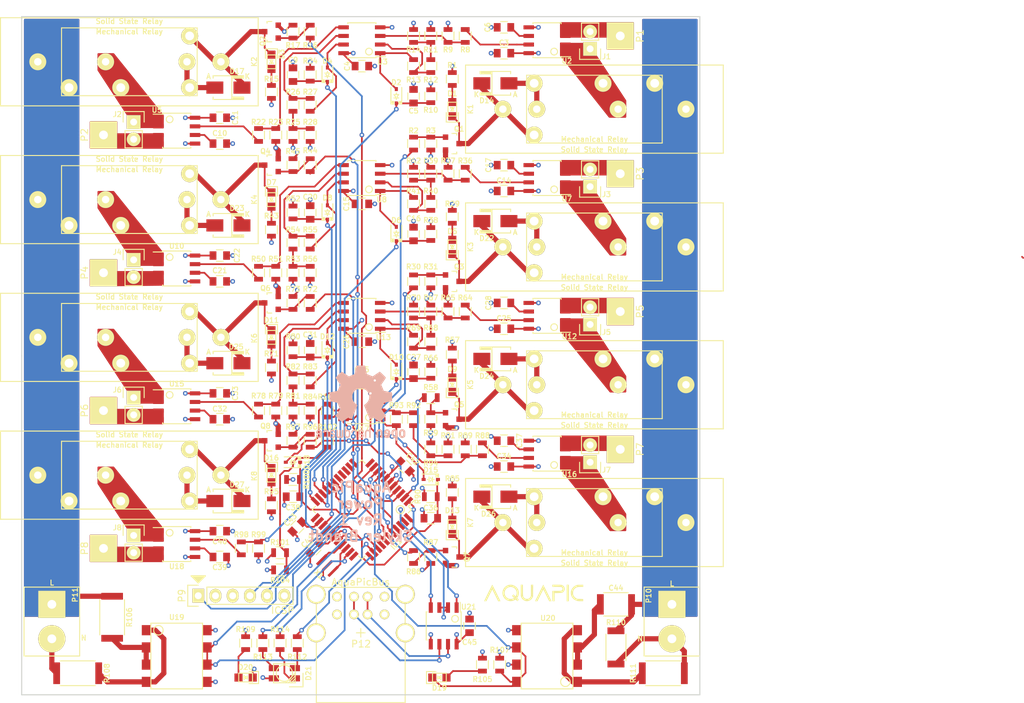
<source format=kicad_pcb>
(kicad_pcb (version 4) (host pcbnew 4.0.4-stable)
  (layers (0 F.Cu mixed) (1 In1.Cu power) (2 In2.Cu power) (31 B.Cu mixed) (34 B.Paste user) (35 F.Paste user) (36 B.SilkS user) (37 F.SilkS user) (38 B.Mask user) (39 F.Mask user) (44 Edge.Cuts user))
  (net 0 "")
  (net 1 +5V)
  (net 2 GND)
  (net 3 /L)
  (net 4 "Net-(C6-Pad1)")
  (net 5 /L1-1)
  (net 6 /A_CT1)
  (net 7 "Net-(C10-Pad1)")
  (net 8 /L1-2)
  (net 9 /A_CT2)
  (net 10 /A_CT3)
  (net 11 /A_CT4)
  (net 12 /L1-3)
  (net 13 /A_CT5)
  (net 14 "Net-(C21-Pad1)")
  (net 15 /A_CT6)
  (net 16 /A_CT7)
  (net 17 /A_CT8)
  (net 18 "Net-(C28-Pad1)")
  (net 19 /L1-4)
  (net 20 /L1-5)
  (net 21 "Net-(C32-Pad1)")
  (net 22 /L1-6)
  (net 23 "Net-(D1-Pad1)")
  (net 24 "Net-(D2-Pad1)")
  (net 25 /AC_PWR_AVAIL)
  (net 26 "Net-(D3-Pad1)")
  (net 27 "Net-(D4-Pad1)")
  (net 28 "Net-(D5-Pad1)")
  (net 29 "Net-(D6-Pad1)")
  (net 30 "Net-(D7-Pad1)")
  (net 31 "Net-(D8-Pad1)")
  (net 32 "Net-(D9-Pad1)")
  (net 33 "Net-(D10-Pad1)")
  (net 34 "Net-(D11-Pad1)")
  (net 35 "Net-(D12-Pad1)")
  (net 36 "Net-(D13-Pad1)")
  (net 37 "Net-(D15-Pad1)")
  (net 38 "Net-(D18-Pad1)")
  (net 39 "Net-(D20-Pad1)")
  (net 40 "Net-(D21-Pad1)")
  (net 41 /RX)
  (net 42 /RELAY5)
  (net 43 /RELAY6)
  (net 44 /RELAY7)
  (net 45 /RELAY8)
  (net 46 /ZeroCross)
  (net 47 /PGC)
  (net 48 /PGD)
  (net 49 //MCLR)
  (net 50 "Net-(IC1-Pad30)")
  (net 51 "Net-(IC1-Pad31)")
  (net 52 /STAT_LED_R)
  (net 53 /STAT_LED_G)
  (net 54 /STAT_LED_Y)
  (net 55 /RELAY1)
  (net 56 /RELAY2)
  (net 57 /RELAY3)
  (net 58 /RELAY4)
  (net 59 /T_nR)
  (net 60 /TX)
  (net 61 /D+)
  (net 62 /D-)
  (net 63 /L2-1)
  (net 64 /N)
  (net 65 /L2-2)
  (net 66 /L2-3)
  (net 67 /L2-4)
  (net 68 /L2-5)
  (net 69 /L2-6)
  (net 70 /L2-7)
  (net 71 /L2-8)
  (net 72 "Net-(Q1-Pad1)")
  (net 73 "Net-(Q2-Pad1)")
  (net 74 "Net-(Q3-Pad1)")
  (net 75 "Net-(Q4-Pad1)")
  (net 76 "Net-(Q5-Pad1)")
  (net 77 "Net-(Q6-Pad1)")
  (net 78 "Net-(Q7-Pad1)")
  (net 79 "Net-(Q8-Pad1)")
  (net 80 "Net-(R8-Pad2)")
  (net 81 "Net-(R11-Pad1)")
  (net 82 "Net-(R26-Pad1)")
  (net 83 "Net-(R39-Pad1)")
  (net 84 "Net-(R50-Pad1)")
  (net 85 "Net-(R50-Pad2)")
  (net 86 "Net-(R101-Pad1)")
  (net 87 "Net-(R102-Pad1)")
  (net 88 "Net-(R106-Pad1)")
  (net 89 "Net-(R111-Pad2)")
  (net 90 /L1-7)
  (net 91 /L1-8)
  (net 92 "Net-(C17-Pad1)")
  (net 93 "Net-(C37-Pad1)")
  (net 94 "Net-(C39-Pad1)")
  (net 95 "Net-(C43-Pad1)")
  (net 96 "Net-(C44-Pad2)")
  (net 97 "Net-(D16-Pad1)")
  (net 98 "Net-(D19-Pad1)")
  (net 99 "Net-(D21-Pad2)")
  (net 100 "Net-(D21-Pad3)")
  (net 101 "Net-(R8-Pad1)")
  (net 102 "Net-(R12-Pad1)")
  (net 103 "Net-(R22-Pad1)")
  (net 104 "Net-(R22-Pad2)")
  (net 105 "Net-(R25-Pad1)")
  (net 106 "Net-(R36-Pad1)")
  (net 107 "Net-(R36-Pad2)")
  (net 108 "Net-(R40-Pad1)")
  (net 109 "Net-(R53-Pad1)")
  (net 110 "Net-(R54-Pad1)")
  (net 111 "Net-(R64-Pad1)")
  (net 112 "Net-(R64-Pad2)")
  (net 113 "Net-(R67-Pad1)")
  (net 114 "Net-(R68-Pad1)")
  (net 115 "Net-(R78-Pad1)")
  (net 116 "Net-(R78-Pad2)")
  (net 117 "Net-(R81-Pad1)")
  (net 118 "Net-(R82-Pad1)")
  (net 119 "Net-(R88-Pad1)")
  (net 120 "Net-(R88-Pad2)")
  (net 121 "Net-(R91-Pad1)")
  (net 122 "Net-(R92-Pad1)")
  (net 123 "Net-(R98-Pad1)")
  (net 124 "Net-(R98-Pad2)")
  (net 125 "Net-(R108-Pad1)")
  (net 126 "Net-(D1-Pad2)")
  (net 127 "Net-(D17-Pad1)")
  (net 128 "Net-(D22-Pad1)")
  (net 129 "Net-(D23-Pad1)")
  (net 130 "Net-(D24-Pad1)")
  (net 131 "Net-(D11-Pad2)")
  (net 132 "Net-(D13-Pad2)")
  (net 133 "Net-(D16-Pad2)")
  (module MyFootPrints:Screw_Header_1x2_5.08 (layer F.Cu) (at 95.885 -10.795 270)
    (fp_text reference P10 (at -3.81 3.429 270) (layer F.SilkS) (effects (font (size 0.75 0.75))))
    (fp_text value L)
    (pad 1 thru_hole rect (at -2.54 0 270) (size 4 4) (drill 1.3) (layers *.Cu *.Mask F.SilkS) (net 3 /L))
    (pad 2 thru_hole circle (at 2.54 0 270) (size 4 4) (drill 1.3) (layers *.Cu *.Mask F.SilkS) (net 64 /N))
  )
  (module A_MyFootPrints:Resonator_3.2x1.3 (layer F.Cu) (at 45.085 -19.05 135)
    (fp_text reference X1 (at 0 -1.796051 135) (layer F.SilkS) (effects (font (size 0.75 0.75))))
    (fp_text value 8MHz)
    (pad 2 smd rect (at 0 0 135) (size 0.4 2) (layers F.Cu F.Paste F.Mask) (net 2 GND))
    (pad 3 smd rect (at 1.2 0 135) (size 0.4 2) (layers F.Cu F.Paste F.Mask) (net 50 "Net-(IC1-Pad30)"))
    (pad 1 smd rect (at -1.2 0 135) (size 0.4 2) (layers F.Cu F.Paste F.Mask) (net 51 "Net-(IC1-Pad31)"))
  )
  (module Resistors_SMD:R_2512 (layer F.Cu) (at 94.615 -3.175 180)
    (fp_text reference R111 (at 4.445 0 270) (layer F.SilkS) (effects (font (size 0.75 0.75))))
    (fp_text value 1K)
    (pad 1 smd rect (at -3.1 0 180) (size 1 3.2) (layers F.Cu F.Paste F.Mask) (net 64 /N))
    (pad 2 smd rect (at 3.1 0 180) (size 1 3.2) (layers F.Cu F.Paste F.Mask) (net 89 "Net-(R111-Pad2)"))
  )
  (module Resistors_SMD:R_2512 (layer F.Cu) (at 8.255 -3.175 180)
    (fp_text reference R108 (at -4.318 0 270) (layer F.SilkS) (effects (font (size 0.75 0.75))))
    (fp_text value 13K)
    (pad 1 smd rect (at -3.1 0 180) (size 1 3.2) (layers F.Cu F.Paste F.Mask) (net 125 "Net-(R108-Pad1)"))
    (pad 2 smd rect (at 3.1 0 180) (size 1 3.2) (layers F.Cu F.Paste F.Mask) (net 64 /N))
  )
  (module Resistors_SMD:R_2512 (layer F.Cu) (at 13.335 -11.43 90)
    (fp_text reference R106 (at 0 2.54 90) (layer F.SilkS) (effects (font (size 0.75 0.75))))
    (fp_text value 13K)
    (pad 1 smd rect (at -3.1 0 90) (size 1 3.2) (layers F.Cu F.Paste F.Mask) (net 88 "Net-(R106-Pad1)"))
    (pad 2 smd rect (at 3.1 0 90) (size 1 3.2) (layers F.Cu F.Paste F.Mask) (net 3 /L))
  )
  (module A_MyFootPrints:PLCC-4 (layer F.Cu) (at 38.735 -3.175 270)
    (fp_text reference D21 (at 0 -3.556 450) (layer F.SilkS) (effects (font (size 0.75 0.75))))
    (fp_text value SMP4-RGY)
    (pad 2 smd rect (at -0.75 1.55 270) (size 0.9 1.5) (layers F.Cu F.Paste F.Mask) (net 99 "Net-(D21-Pad2)"))
    (pad 4 smd rect (at 0.75 1.55 270) (size 0.9 1.5) (layers F.Cu F.Paste F.Mask) (net 1 +5V))
    (pad 3 smd rect (at 0.75 -1.55 270) (size 0.9 1.5) (layers F.Cu F.Paste F.Mask) (net 100 "Net-(D21-Pad3)"))
    (pad 1 smd rect (at -0.75 -1.55 270) (size 0.9 1.5) (layers F.Cu F.Paste F.Mask) (net 40 "Net-(D21-Pad1)"))
  )
  (module Resistors_SMD:R_2010 (layer F.Cu) (at 87.63 -6.985 90)
    (fp_text reference R110 (at 3.683 0 360) (layer F.SilkS) (effects (font (size 0.75 0.75))))
    (fp_text value 1M)
    (pad 1 smd rect (at -2.45 0 90) (size 1 2.5) (layers F.Cu F.Paste F.Mask) (net 64 /N))
    (pad 2 smd rect (at 2.45 0 90) (size 1 2.5) (layers F.Cu F.Paste F.Mask) (net 3 /L))
  )
  (module Capacitors_SMD:C_1812 (layer F.Cu) (at 87.63 -13.335 180)
    (fp_text reference C44 (at 0 2.413 360) (layer F.SilkS) (effects (font (size 0.75 0.75))))
    (fp_text value 470nF)
    (pad 1 smd rect (at -2.3 0 180) (size 1 3) (layers F.Cu F.Paste F.Mask) (net 3 /L))
    (pad 2 smd rect (at 2.3 0 180) (size 1 3) (layers F.Cu F.Paste F.Mask) (net 96 "Net-(C44-Pad2)"))
  )
  (module Housings_QFP:TQFP-44_10x10mm_Pitch0.8mm (layer F.Cu) (at 50.165 -27.305 225)
    (fp_text reference IC1 (at 0 -7.184205 225) (layer F.SilkS) (effects (font (size 0.75 0.75))))
    (fp_text value PIC16F1937)
    (pad 1 smd rect (at -5.7 -4 225) (size 1.5 0.55) (layers F.Cu F.Paste F.Mask) (net 41 /RX))
    (pad 2 smd rect (at -5.7 -3.2 225) (size 1.5 0.55) (layers F.Cu F.Paste F.Mask) (net 42 /RELAY5))
    (pad 3 smd rect (at -5.7 -2.4 225) (size 1.5 0.55) (layers F.Cu F.Paste F.Mask) (net 43 /RELAY6))
    (pad 4 smd rect (at -5.7 -1.6 225) (size 1.5 0.55) (layers F.Cu F.Paste F.Mask) (net 44 /RELAY7))
    (pad 5 smd rect (at -5.7 -0.8 225) (size 1.5 0.55) (layers F.Cu F.Paste F.Mask) (net 45 /RELAY8))
    (pad 6 smd rect (at -5.7 0 225) (size 1.5 0.55) (layers F.Cu F.Paste F.Mask) (net 2 GND))
    (pad 7 smd rect (at -5.7 0.8 225) (size 1.5 0.55) (layers F.Cu F.Paste F.Mask) (net 1 +5V))
    (pad 8 smd rect (at -5.7 1.6 225) (size 1.5 0.55) (layers F.Cu F.Paste F.Mask) (net 25 /AC_PWR_AVAIL))
    (pad 9 smd rect (at -5.7 2.4 225) (size 1.5 0.55) (layers F.Cu F.Paste F.Mask) (net 46 /ZeroCross))
    (pad 10 smd rect (at -5.7 3.2 225) (size 1.5 0.55) (layers F.Cu F.Paste F.Mask) (net 17 /A_CT8))
    (pad 11 smd rect (at -5.7 4 225) (size 1.5 0.55) (layers F.Cu F.Paste F.Mask))
    (pad 12 smd rect (at -4 5.7 315) (size 1.5 0.55) (layers F.Cu F.Paste F.Mask))
    (pad 13 smd rect (at -3.2 5.7 315) (size 1.5 0.55) (layers F.Cu F.Paste F.Mask))
    (pad 14 smd rect (at -2.4 5.7 315) (size 1.5 0.55) (layers F.Cu F.Paste F.Mask))
    (pad 15 smd rect (at -1.6 5.7 315) (size 1.5 0.55) (layers F.Cu F.Paste F.Mask))
    (pad 16 smd rect (at -0.8 5.7 315) (size 1.5 0.55) (layers F.Cu F.Paste F.Mask) (net 47 /PGC))
    (pad 17 smd rect (at 0 5.7 315) (size 1.5 0.55) (layers F.Cu F.Paste F.Mask) (net 48 /PGD))
    (pad 18 smd rect (at 0.8 5.7 315) (size 1.5 0.55) (layers F.Cu F.Paste F.Mask) (net 49 //MCLR))
    (pad 19 smd rect (at 1.6 5.7 315) (size 1.5 0.55) (layers F.Cu F.Paste F.Mask) (net 6 /A_CT1))
    (pad 20 smd rect (at 2.4 5.7 315) (size 1.5 0.55) (layers F.Cu F.Paste F.Mask) (net 9 /A_CT2))
    (pad 21 smd rect (at 3.2 5.7 315) (size 1.5 0.55) (layers F.Cu F.Paste F.Mask) (net 10 /A_CT3))
    (pad 22 smd rect (at 4 5.7 315) (size 1.5 0.55) (layers F.Cu F.Paste F.Mask) (net 11 /A_CT4))
    (pad 23 smd rect (at 5.7 4 225) (size 1.5 0.55) (layers F.Cu F.Paste F.Mask))
    (pad 24 smd rect (at 5.7 3.2 225) (size 1.5 0.55) (layers F.Cu F.Paste F.Mask) (net 95 "Net-(C43-Pad1)"))
    (pad 25 smd rect (at 5.7 2.4 225) (size 1.5 0.55) (layers F.Cu F.Paste F.Mask) (net 13 /A_CT5))
    (pad 26 smd rect (at 5.7 1.6 225) (size 1.5 0.55) (layers F.Cu F.Paste F.Mask) (net 15 /A_CT6))
    (pad 27 smd rect (at 5.7 0.8 225) (size 1.5 0.55) (layers F.Cu F.Paste F.Mask) (net 16 /A_CT7))
    (pad 28 smd rect (at 5.7 0 225) (size 1.5 0.55) (layers F.Cu F.Paste F.Mask) (net 1 +5V))
    (pad 29 smd rect (at 5.7 -0.8 225) (size 1.5 0.55) (layers F.Cu F.Paste F.Mask) (net 2 GND))
    (pad 30 smd rect (at 5.7 -1.6 225) (size 1.5 0.55) (layers F.Cu F.Paste F.Mask) (net 50 "Net-(IC1-Pad30)"))
    (pad 31 smd rect (at 5.7 -2.4 225) (size 1.5 0.55) (layers F.Cu F.Paste F.Mask) (net 51 "Net-(IC1-Pad31)"))
    (pad 32 smd rect (at 5.7 -3.2 225) (size 1.5 0.55) (layers F.Cu F.Paste F.Mask) (net 52 /STAT_LED_R))
    (pad 33 smd rect (at 5.7 -4 225) (size 1.5 0.55) (layers F.Cu F.Paste F.Mask))
    (pad 34 smd rect (at 4 -5.7 315) (size 1.5 0.55) (layers F.Cu F.Paste F.Mask))
    (pad 35 smd rect (at 3.2 -5.7 315) (size 1.5 0.55) (layers F.Cu F.Paste F.Mask) (net 53 /STAT_LED_G))
    (pad 36 smd rect (at 2.4 -5.7 315) (size 1.5 0.55) (layers F.Cu F.Paste F.Mask) (net 54 /STAT_LED_Y))
    (pad 37 smd rect (at 1.6 -5.7 315) (size 1.5 0.55) (layers F.Cu F.Paste F.Mask))
    (pad 38 smd rect (at 0.8 -5.7 315) (size 1.5 0.55) (layers F.Cu F.Paste F.Mask) (net 55 /RELAY1))
    (pad 39 smd rect (at 0 -5.7 315) (size 1.5 0.55) (layers F.Cu F.Paste F.Mask) (net 56 /RELAY2))
    (pad 40 smd rect (at -0.8 -5.7 315) (size 1.5 0.55) (layers F.Cu F.Paste F.Mask) (net 57 /RELAY3))
    (pad 41 smd rect (at -1.6 -5.7 315) (size 1.5 0.55) (layers F.Cu F.Paste F.Mask) (net 58 /RELAY4))
    (pad 42 smd rect (at -2.4 -5.7 315) (size 1.5 0.55) (layers F.Cu F.Paste F.Mask))
    (pad 43 smd rect (at -3.2 -5.7 315) (size 1.5 0.55) (layers F.Cu F.Paste F.Mask) (net 59 /T_nR))
    (pad 44 smd rect (at -4 -5.7 315) (size 1.5 0.55) (layers F.Cu F.Paste F.Mask) (net 60 /TX))
  )
  (module A_MyFootPrints:8_SMD_GULL_WING (layer F.Cu) (at 22.86 -5.715)
    (fp_text reference U19 (at 0 -5.715) (layer F.SilkS) (effects (font (size 0.75 0.75))))
    (fp_text value LTV-826)
    (pad 2 smd rect (at -4.5 -1.27) (size 1.3 1.5) (layers F.Cu F.Paste F.Mask) (net 88 "Net-(R106-Pad1)"))
    (pad 1 smd rect (at -4.5 -3.81) (size 1.3 1.5) (layers F.Cu F.Paste F.Mask) (net 125 "Net-(R108-Pad1)"))
    (pad 4 smd rect (at -4.5 3.81) (size 1.3 1.5) (layers F.Cu F.Paste F.Mask) (net 125 "Net-(R108-Pad1)"))
    (pad 3 smd rect (at -4.5 1.27) (size 1.3 1.5) (layers F.Cu F.Paste F.Mask) (net 88 "Net-(R106-Pad1)"))
    (pad 5 smd rect (at 4.5 3.81) (size 1.3 1.5) (layers F.Cu F.Paste F.Mask) (net 2 GND))
    (pad 6 smd rect (at 4.5 1.27) (size 1.3 1.5) (layers F.Cu F.Paste F.Mask) (net 46 /ZeroCross))
    (pad 7 smd rect (at 4.5 -1.27) (size 1.3 1.5) (layers F.Cu F.Paste F.Mask) (net 46 /ZeroCross))
    (pad 8 smd rect (at 4.5 -3.81) (size 1.3 1.5) (layers F.Cu F.Paste F.Mask) (net 1 +5V))
  )
  (module A_MyFootPrints:8_SMD_GULL_WING (layer F.Cu) (at 77.47 -5.715 180)
    (fp_text reference U20 (at -0.127 5.588 180) (layer F.SilkS) (effects (font (size 0.75 0.75))))
    (fp_text value LTV-826)
    (pad 2 smd rect (at -4.5 -1.27 180) (size 1.3 1.5) (layers F.Cu F.Paste F.Mask) (net 96 "Net-(C44-Pad2)"))
    (pad 1 smd rect (at -4.5 -3.81 180) (size 1.3 1.5) (layers F.Cu F.Paste F.Mask) (net 89 "Net-(R111-Pad2)"))
    (pad 4 smd rect (at -4.5 3.81 180) (size 1.3 1.5) (layers F.Cu F.Paste F.Mask) (net 89 "Net-(R111-Pad2)"))
    (pad 3 smd rect (at -4.5 1.27 180) (size 1.3 1.5) (layers F.Cu F.Paste F.Mask) (net 96 "Net-(C44-Pad2)"))
    (pad 5 smd rect (at 4.5 3.81 180) (size 1.3 1.5) (layers F.Cu F.Paste F.Mask) (net 2 GND))
    (pad 6 smd rect (at 4.5 1.27 180) (size 1.3 1.5) (layers F.Cu F.Paste F.Mask) (net 25 /AC_PWR_AVAIL))
    (pad 7 smd rect (at 4.5 -1.27 180) (size 1.3 1.5) (layers F.Cu F.Paste F.Mask) (net 2 GND))
    (pad 8 smd rect (at 4.5 -3.81 180) (size 1.3 1.5) (layers F.Cu F.Paste F.Mask) (net 25 /AC_PWR_AVAIL))
  )
  (module Pin_Headers:Pin_Header_Straight_1x06 (layer F.Cu) (at 26.035 -14.605 90)
    (fp_text reference P9 (at 0 -2.413 90) (layer F.SilkS))
    (fp_text value ICSP (at -2.159 12.446 180) (layer F.SilkS))
    (pad 1 thru_hole rect (at 0 0 90) (size 2.032 1.7272) (drill 1.016) (layers *.Cu *.Mask F.SilkS) (net 49 //MCLR))
    (pad 2 thru_hole oval (at 0 2.54 90) (size 2.032 1.7272) (drill 1.016) (layers *.Cu *.Mask F.SilkS) (net 1 +5V))
    (pad 3 thru_hole oval (at 0 5.08 90) (size 2.032 1.7272) (drill 1.016) (layers *.Cu *.Mask F.SilkS) (net 2 GND))
    (pad 4 thru_hole oval (at 0 7.62 90) (size 2.032 1.7272) (drill 1.016) (layers *.Cu *.Mask F.SilkS) (net 48 /PGD))
    (pad 5 thru_hole oval (at 0 10.16 90) (size 2.032 1.7272) (drill 1.016) (layers *.Cu *.Mask F.SilkS) (net 47 /PGC))
    (pad 6 thru_hole oval (at 0 12.7 90) (size 2.032 1.7272) (drill 1.016) (layers *.Cu *.Mask F.SilkS))
  )
  (module A_MyFootPrints:Screw_Header_1x1_5.08 (layer F.Cu) (at 88.265 -97.155)
    (fp_text reference P1 (at 2.921 0 90) (layer F.SilkS) (effects (font (size 1.016 1.016) (thickness 0.1524))))
    (fp_text value L1)
    (pad 1 thru_hole rect (at 0 0) (size 4 4) (drill 1.3) (layers *.Cu *.Mask F.SilkS) (net 63 /L2-1))
  )
  (module A_MyFootPrints:Screw_Header_1x1_5.08 (layer F.Cu) (at 12.065 -82.55)
    (fp_text reference P2 (at -2.794 0 90) (layer F.SilkS) (effects (font (size 1.016 1.016))))
    (fp_text value L2)
    (pad 1 thru_hole rect (at 0 0) (size 4 4) (drill 1.3) (layers *.Cu *.Mask F.SilkS) (net 65 /L2-2))
  )
  (module A_MyFootPrints:Screw_Header_1x1_5.08 (layer F.Cu) (at 88.265 -76.835)
    (fp_text reference P3 (at 2.921 0 90) (layer F.SilkS) (effects (font (size 1.016 1.016))))
    (fp_text value L3)
    (pad 1 thru_hole rect (at 0 0) (size 4 4) (drill 1.3) (layers *.Cu *.Mask F.SilkS) (net 66 /L2-3))
  )
  (module A_MyFootPrints:Screw_Header_1x1_5.08 (layer F.Cu) (at 12.065 -62.23)
    (fp_text reference P4 (at -2.794 0 90) (layer F.SilkS) (effects (font (size 1.016 1.016))))
    (fp_text value L4)
    (pad 1 thru_hole rect (at 0 0) (size 4 4) (drill 1.3) (layers *.Cu *.Mask F.SilkS) (net 67 /L2-4))
  )
  (module A_MyFootPrints:Screw_Header_1x1_5.08 (layer F.Cu) (at 88.265 -56.515)
    (fp_text reference P5 (at 2.921 0 90) (layer F.SilkS) (effects (font (size 1.016 1.016))))
    (fp_text value L5)
    (pad 1 thru_hole rect (at 0 0) (size 4 4) (drill 1.3) (layers *.Cu *.Mask F.SilkS) (net 68 /L2-5))
  )
  (module A_MyFootPrints:Screw_Header_1x1_5.08 (layer F.Cu) (at 12.065 -41.91)
    (fp_text reference P6 (at -2.794 0 90) (layer F.SilkS) (effects (font (size 1.016 1.016))))
    (fp_text value L6)
    (pad 1 thru_hole rect (at 0 0) (size 4 4) (drill 1.3) (layers *.Cu *.Mask F.SilkS) (net 69 /L2-6))
  )
  (module A_MyFootPrints:Screw_Header_1x1_5.08 (layer F.Cu) (at 88.265 -36.195)
    (fp_text reference P7 (at 2.921 0 90) (layer F.SilkS) (effects (font (size 1.016 1.016))))
    (fp_text value L7)
    (pad 1 thru_hole rect (at 0 0) (size 4 4) (drill 1.3) (layers *.Cu *.Mask F.SilkS) (net 70 /L2-7))
  )
  (module A_MyFootPrints:Screw_Header_1x1_5.08 (layer F.Cu) (at 12.065 -21.59)
    (fp_text reference P8 (at -2.794 0 90) (layer F.SilkS) (effects (font (size 1.016 1.016))))
    (fp_text value L8)
    (pad 1 thru_hole rect (at 0 0) (size 4 4) (drill 1.3) (layers *.Cu *.Mask F.SilkS) (net 71 /L2-8))
  )
  (module Pin_Headers:Pin_Header_Straight_1x02 (layer F.Cu) (at 83.82 -95.25 180)
    (fp_text reference J1 (at -2.413 -1.143 180) (layer F.SilkS) (effects (font (size 0.75 0.75))))
    (fp_text value "Current Jumper")
    (pad 1 thru_hole rect (at 0 0 180) (size 2.032 2.032) (drill 1.016) (layers *.Cu *.Mask F.SilkS) (net 5 /L1-1))
    (pad 2 thru_hole oval (at 0 2.54 180) (size 2.032 2.032) (drill 1.016) (layers *.Cu *.Mask F.SilkS) (net 63 /L2-1))
  )
  (module Pin_Headers:Pin_Header_Straight_1x02 (layer F.Cu) (at 16.51 -84.455)
    (fp_text reference J2 (at -2.413 -1.143) (layer F.SilkS) (effects (font (size 0.75 0.75))))
    (fp_text value "Current Jumper")
    (pad 1 thru_hole rect (at 0 0) (size 2.032 2.032) (drill 1.016) (layers *.Cu *.Mask F.SilkS) (net 8 /L1-2))
    (pad 2 thru_hole oval (at 0 2.54) (size 2.032 2.032) (drill 1.016) (layers *.Cu *.Mask F.SilkS) (net 65 /L2-2))
  )
  (module Pin_Headers:Pin_Header_Straight_1x02 (layer F.Cu) (at 83.82 -74.93 180)
    (fp_text reference J3 (at -2.413 -1.143 180) (layer F.SilkS) (effects (font (size 0.75 0.75))))
    (fp_text value "Current Jumper")
    (pad 1 thru_hole rect (at 0 0 180) (size 2.032 2.032) (drill 1.016) (layers *.Cu *.Mask F.SilkS) (net 12 /L1-3))
    (pad 2 thru_hole oval (at 0 2.54 180) (size 2.032 2.032) (drill 1.016) (layers *.Cu *.Mask F.SilkS) (net 66 /L2-3))
  )
  (module Pin_Headers:Pin_Header_Straight_1x02 (layer F.Cu) (at 16.51 -64.135)
    (fp_text reference J4 (at -2.413 -1.143) (layer F.SilkS) (effects (font (size 0.75 0.75))))
    (fp_text value "Current Jumper")
    (pad 1 thru_hole rect (at 0 0) (size 2.032 2.032) (drill 1.016) (layers *.Cu *.Mask F.SilkS) (net 19 /L1-4))
    (pad 2 thru_hole oval (at 0 2.54) (size 2.032 2.032) (drill 1.016) (layers *.Cu *.Mask F.SilkS) (net 67 /L2-4))
  )
  (module Pin_Headers:Pin_Header_Straight_1x02 (layer F.Cu) (at 83.82 -54.61 180)
    (fp_text reference J5 (at -2.413 -1.143 180) (layer F.SilkS) (effects (font (size 0.75 0.75))))
    (fp_text value "Current Jumper")
    (pad 1 thru_hole rect (at 0 0 180) (size 2.032 2.032) (drill 1.016) (layers *.Cu *.Mask F.SilkS) (net 20 /L1-5))
    (pad 2 thru_hole oval (at 0 2.54 180) (size 2.032 2.032) (drill 1.016) (layers *.Cu *.Mask F.SilkS) (net 68 /L2-5))
  )
  (module Pin_Headers:Pin_Header_Straight_1x02 (layer F.Cu) (at 16.51 -43.815)
    (fp_text reference J6 (at -2.413 -1.143) (layer F.SilkS) (effects (font (size 0.75 0.75))))
    (fp_text value "Current Jumper")
    (pad 1 thru_hole rect (at 0 0) (size 2.032 2.032) (drill 1.016) (layers *.Cu *.Mask F.SilkS) (net 22 /L1-6))
    (pad 2 thru_hole oval (at 0 2.54) (size 2.032 2.032) (drill 1.016) (layers *.Cu *.Mask F.SilkS) (net 69 /L2-6))
  )
  (module Pin_Headers:Pin_Header_Straight_1x02 (layer F.Cu) (at 83.82 -34.29 180)
    (fp_text reference J7 (at -2.413 -1.143 180) (layer F.SilkS) (effects (font (size 0.75 0.75))))
    (fp_text value "Current Jumper")
    (pad 1 thru_hole rect (at 0 0 180) (size 2.032 2.032) (drill 1.016) (layers *.Cu *.Mask F.SilkS) (net 90 /L1-7))
    (pad 2 thru_hole oval (at 0 2.54 180) (size 2.032 2.032) (drill 1.016) (layers *.Cu *.Mask F.SilkS) (net 70 /L2-7))
  )
  (module Pin_Headers:Pin_Header_Straight_1x02 (layer F.Cu) (at 16.51 -23.495)
    (fp_text reference J8 (at -2.413 -1.143) (layer F.SilkS) (effects (font (size 0.75 0.75))))
    (fp_text value "Current Jumper")
    (pad 1 thru_hole rect (at 0 0) (size 2.032 2.032) (drill 1.016) (layers *.Cu *.Mask F.SilkS) (net 91 /L1-8))
    (pad 2 thru_hole oval (at 0 2.54) (size 2.032 2.032) (drill 1.016) (layers *.Cu *.Mask F.SilkS) (net 71 /L2-8))
  )
  (module A_MyFootPrints:USB-1.1_Stacked (layer F.Cu) (at 50 -9)
    (fp_text reference P12 (at 0.038 1.507) (layer F.SilkS))
    (fp_text value AquaPicBus (at 0 -7.62) (layer F.SilkS))
    (pad 5 thru_hole circle (at -3.5 -5.470005) (size 1.42 1.42) (drill 0.92) (layers *.Cu *.Mask F.SilkS) (net 1 +5V))
    (pad 6 thru_hole circle (at -1 -5.470005) (size 1.42 1.42) (drill 0.92) (layers *.Cu *.Mask F.SilkS) (net 61 /D+))
    (pad 7 thru_hole circle (at 1 -5.470005) (size 1.42 1.42) (drill 0.92) (layers *.Cu *.Mask F.SilkS) (net 62 /D-))
    (pad 8 thru_hole circle (at 3.5 -5.470005) (size 1.42 1.42) (drill 0.92) (layers *.Cu *.Mask F.SilkS) (net 2 GND))
    (pad 1 thru_hole circle (at -3.5 -2.850005) (size 1.42 1.42) (drill 0.92) (layers *.Cu *.Mask F.SilkS) (net 1 +5V))
    (pad 2 thru_hole circle (at -1 -2.850005) (size 1.42 1.42) (drill 0.92) (layers *.Cu *.Mask F.SilkS) (net 61 /D+))
    (pad 3 thru_hole circle (at 1 -2.850005) (size 1.42 1.42) (drill 0.92) (layers *.Cu *.Mask F.SilkS) (net 62 /D-))
    (pad 4 thru_hole circle (at 3.5 -2.850005) (size 1.42 1.42) (drill 0.92) (layers *.Cu *.Mask F.SilkS) (net 2 GND))
    (pad Hole thru_hole circle (at 6.57 -0.140005) (size 2.8 2.8) (drill 2.3) (layers *.Cu *.Mask F.SilkS))
    (pad Hole thru_hole circle (at 6.57 -5.820005) (size 2.8 2.8) (drill 2.3) (layers *.Cu *.Mask F.SilkS))
    (pad Hole thru_hole circle (at -6.57 -5.820005) (size 2.8 2.8) (drill 2.3) (layers *.Cu *.Mask F.SilkS))
    (pad Hole thru_hole circle (at -6.57 -0.140005) (size 2.8 2.8) (drill 2.3) (layers *.Cu *.Mask F.SilkS))
  )
  (module Resistors_SMD:R_0805 (layer F.Cu) (at 38.1 -18.415 180)
    (fp_text reference R104 (at 0 -1.524 360) (layer F.SilkS) (effects (font (size 0.75 0.75))))
    (fp_text value 1K1)
    (pad 1 smd rect (at -0.95 0 180) (size 0.7 1.3) (layers F.Cu F.Paste F.Mask) (net 86 "Net-(R101-Pad1)"))
    (pad 2 smd rect (at 0.95 0 180) (size 0.7 1.3) (layers F.Cu F.Paste F.Mask) (net 2 GND))
  )
  (module Resistors_SMD:R_0805 (layer F.Cu) (at 60.325 -36.195 90)
    (fp_text reference R94 (at -2.032 0 180) (layer F.SilkS) (effects (font (size 0.75 0.75))))
    (fp_text value 1K1)
    (pad 1 smd rect (at -0.95 0 90) (size 0.7 1.3) (layers F.Cu F.Paste F.Mask) (net 121 "Net-(R91-Pad1)"))
    (pad 2 smd rect (at 0.95 0 90) (size 0.7 1.3) (layers F.Cu F.Paste F.Mask) (net 2 GND))
  )
  (module Resistors_SMD:R_0805 (layer F.Cu) (at 42.545 -41.91 270)
    (fp_text reference R84 (at -2.032 0 360) (layer F.SilkS) (effects (font (size 0.75 0.75))))
    (fp_text value 1K1)
    (pad 1 smd rect (at -0.95 0 270) (size 0.7 1.3) (layers F.Cu F.Paste F.Mask) (net 117 "Net-(R81-Pad1)"))
    (pad 2 smd rect (at 0.95 0 270) (size 0.7 1.3) (layers F.Cu F.Paste F.Mask) (net 2 GND))
  )
  (module Resistors_SMD:R_0805 (layer F.Cu) (at 57.785 -56.515 90)
    (fp_text reference R70 (at 2.032 0 180) (layer F.SilkS) (effects (font (size 0.75 0.75))))
    (fp_text value 1K1)
    (pad 1 smd rect (at -0.95 0 90) (size 0.7 1.3) (layers F.Cu F.Paste F.Mask) (net 113 "Net-(R67-Pad1)"))
    (pad 2 smd rect (at 0.95 0 90) (size 0.7 1.3) (layers F.Cu F.Paste F.Mask) (net 2 GND))
  )
  (module Resistors_SMD:R_0805 (layer F.Cu) (at 42.545 -62.23 270)
    (fp_text reference R56 (at -2.032 0 360) (layer F.SilkS) (effects (font (size 0.75 0.75))))
    (fp_text value 1K1)
    (pad 1 smd rect (at -0.95 0 270) (size 0.7 1.3) (layers F.Cu F.Paste F.Mask) (net 109 "Net-(R53-Pad1)"))
    (pad 2 smd rect (at 0.95 0 270) (size 0.7 1.3) (layers F.Cu F.Paste F.Mask) (net 2 GND))
  )
  (module Resistors_SMD:R_0805 (layer F.Cu) (at 57.785 -76.835 90)
    (fp_text reference R42 (at 1.905 0 180) (layer F.SilkS) (effects (font (size 0.75 0.75))))
    (fp_text value 1K1)
    (pad 1 smd rect (at -0.95 0 90) (size 0.7 1.3) (layers F.Cu F.Paste F.Mask) (net 83 "Net-(R39-Pad1)"))
    (pad 2 smd rect (at 0.95 0 90) (size 0.7 1.3) (layers F.Cu F.Paste F.Mask) (net 2 GND))
  )
  (module Resistors_SMD:R_0805 (layer F.Cu) (at 42.545 -82.55 270)
    (fp_text reference R28 (at -1.905 0 360) (layer F.SilkS) (effects (font (size 0.75 0.75))))
    (fp_text value 1K1)
    (pad 1 smd rect (at -0.95 0 270) (size 0.7 1.3) (layers F.Cu F.Paste F.Mask) (net 105 "Net-(R25-Pad1)"))
    (pad 2 smd rect (at 0.95 0 270) (size 0.7 1.3) (layers F.Cu F.Paste F.Mask) (net 2 GND))
  )
  (module Resistors_SMD:R_0805 (layer F.Cu) (at 57.785 -97.155 90)
    (fp_text reference R14 (at -2.032 0 180) (layer F.SilkS) (effects (font (size 0.75 0.75))))
    (fp_text value 1K1)
    (pad 1 smd rect (at -0.95 0 90) (size 0.7 1.3) (layers F.Cu F.Paste F.Mask) (net 81 "Net-(R11-Pad1)"))
    (pad 2 smd rect (at 0.95 0 90) (size 0.7 1.3) (layers F.Cu F.Paste F.Mask) (net 2 GND))
  )
  (module Resistors_SMD:R_0805 (layer F.Cu) (at 38.1 -20.955 180)
    (fp_text reference R101 (at 0 1.524 360) (layer F.SilkS) (effects (font (size 0.75 0.75))))
    (fp_text value 3K01)
    (pad 1 smd rect (at -0.95 0 180) (size 0.7 1.3) (layers F.Cu F.Paste F.Mask) (net 86 "Net-(R101-Pad1)"))
    (pad 2 smd rect (at 0.95 0 180) (size 0.7 1.3) (layers F.Cu F.Paste F.Mask) (net 1 +5V))
  )
  (module Resistors_SMD:R_0805 (layer F.Cu) (at 62.865 -36.195 90)
    (fp_text reference R91 (at 2.032 0 180) (layer F.SilkS) (effects (font (size 0.75 0.75))))
    (fp_text value 3K01)
    (pad 1 smd rect (at -0.95 0 90) (size 0.7 1.3) (layers F.Cu F.Paste F.Mask) (net 121 "Net-(R91-Pad1)"))
    (pad 2 smd rect (at 0.95 0 90) (size 0.7 1.3) (layers F.Cu F.Paste F.Mask) (net 1 +5V))
  )
  (module Resistors_SMD:R_0805 (layer F.Cu) (at 40.005 -41.91 270)
    (fp_text reference R81 (at -2.159 0 360) (layer F.SilkS) (effects (font (size 0.75 0.75))))
    (fp_text value 3K01)
    (pad 1 smd rect (at -0.95 0 270) (size 0.7 1.3) (layers F.Cu F.Paste F.Mask) (net 117 "Net-(R81-Pad1)"))
    (pad 2 smd rect (at 0.95 0 270) (size 0.7 1.3) (layers F.Cu F.Paste F.Mask) (net 1 +5V))
  )
  (module Resistors_SMD:R_0805 (layer F.Cu) (at 60.325 -56.515 90)
    (fp_text reference R67 (at 2.032 0 180) (layer F.SilkS) (effects (font (size 0.75 0.75))))
    (fp_text value 3K01)
    (pad 1 smd rect (at -0.95 0 90) (size 0.7 1.3) (layers F.Cu F.Paste F.Mask) (net 113 "Net-(R67-Pad1)"))
    (pad 2 smd rect (at 0.95 0 90) (size 0.7 1.3) (layers F.Cu F.Paste F.Mask) (net 1 +5V))
  )
  (module Resistors_SMD:R_0805 (layer F.Cu) (at 40.005 -62.23 270)
    (fp_text reference R53 (at -2.032 0 360) (layer F.SilkS) (effects (font (size 0.75 0.75))))
    (fp_text value 3K01)
    (pad 1 smd rect (at -0.95 0 270) (size 0.7 1.3) (layers F.Cu F.Paste F.Mask) (net 109 "Net-(R53-Pad1)"))
    (pad 2 smd rect (at 0.95 0 270) (size 0.7 1.3) (layers F.Cu F.Paste F.Mask) (net 1 +5V))
  )
  (module Resistors_SMD:R_0805 (layer F.Cu) (at 60.325 -76.835 90)
    (fp_text reference R39 (at 1.905 0 180) (layer F.SilkS) (effects (font (size 0.75 0.75))))
    (fp_text value 3K01)
    (pad 1 smd rect (at -0.95 0 90) (size 0.7 1.3) (layers F.Cu F.Paste F.Mask) (net 83 "Net-(R39-Pad1)"))
    (pad 2 smd rect (at 0.95 0 90) (size 0.7 1.3) (layers F.Cu F.Paste F.Mask) (net 1 +5V))
  )
  (module Resistors_SMD:R_0805 (layer F.Cu) (at 40.005 -82.55 270)
    (fp_text reference R25 (at -1.905 0 360) (layer F.SilkS) (effects (font (size 0.75 0.75))))
    (fp_text value 3K01)
    (pad 1 smd rect (at -0.95 0 270) (size 0.7 1.3) (layers F.Cu F.Paste F.Mask) (net 105 "Net-(R25-Pad1)"))
    (pad 2 smd rect (at 0.95 0 270) (size 0.7 1.3) (layers F.Cu F.Paste F.Mask) (net 1 +5V))
  )
  (module Resistors_SMD:R_0805 (layer F.Cu) (at 60.325 -97.155 90)
    (fp_text reference R11 (at -2.032 0 180) (layer F.SilkS) (effects (font (size 0.75 0.75))))
    (fp_text value 3K01)
    (pad 1 smd rect (at -0.95 0 90) (size 0.7 1.3) (layers F.Cu F.Paste F.Mask) (net 81 "Net-(R11-Pad1)"))
    (pad 2 smd rect (at 0.95 0 90) (size 0.7 1.3) (layers F.Cu F.Paste F.Mask) (net 1 +5V))
  )
  (module Resistors_SMD:R_0805 (layer F.Cu) (at 45.085 -41.91 270)
    (fp_text reference R103 (at -2.032 0 360) (layer F.SilkS) (effects (font (size 0.75 0.75))))
    (fp_text value 100K)
    (pad 1 smd rect (at -0.95 0 270) (size 0.7 1.3) (layers F.Cu F.Paste F.Mask) (net 38 "Net-(D18-Pad1)"))
    (pad 2 smd rect (at 0.95 0 270) (size 0.7 1.3) (layers F.Cu F.Paste F.Mask) (net 87 "Net-(R102-Pad1)"))
  )
  (module Resistors_SMD:R_0805 (layer F.Cu) (at 36.83 -27.94 90)
    (fp_text reference R95 (at 2.032 0 180) (layer F.SilkS) (effects (font (size 0.75 0.75))))
    (fp_text value 100R)
    (pad 1 smd rect (at -0.95 0 90) (size 0.7 1.3) (layers F.Cu F.Paste F.Mask) (net 1 +5V))
    (pad 2 smd rect (at 0.95 0 90) (size 0.7 1.3) (layers F.Cu F.Paste F.Mask) (net 97 "Net-(D16-Pad1)"))
  )
  (module Resistors_SMD:R_0805 (layer F.Cu) (at 34.925 -21.59 270)
    (fp_text reference R99 (at -2.032 0 360) (layer F.SilkS) (effects (font (size 0.75 0.75))))
    (fp_text value 10K)
    (pad 1 smd rect (at -0.95 0 270) (size 0.7 1.3) (layers F.Cu F.Paste F.Mask) (net 123 "Net-(R98-Pad1)"))
    (pad 2 smd rect (at 0.95 0 270) (size 0.7 1.3) (layers F.Cu F.Paste F.Mask) (net 2 GND))
  )
  (module Resistors_SMD:R_0805 (layer F.Cu) (at 45.085 -37.465 270)
    (fp_text reference R102 (at -2.032 0 360) (layer F.SilkS) (effects (font (size 0.75 0.75))))
    (fp_text value 10K)
    (pad 1 smd rect (at -0.95 0 270) (size 0.7 1.3) (layers F.Cu F.Paste F.Mask) (net 87 "Net-(R102-Pad1)"))
    (pad 2 smd rect (at 0.95 0 270) (size 0.7 1.3) (layers F.Cu F.Paste F.Mask) (net 86 "Net-(R101-Pad1)"))
  )
  (module Resistors_SMD:R_0805 (layer F.Cu) (at 32.385 -21.59 270)
    (fp_text reference R98 (at -2.032 0 360) (layer F.SilkS) (effects (font (size 0.75 0.75))))
    (fp_text value 10K)
    (pad 1 smd rect (at -0.95 0 270) (size 0.7 1.3) (layers F.Cu F.Paste F.Mask) (net 123 "Net-(R98-Pad1)"))
    (pad 2 smd rect (at 0.95 0 270) (size 0.7 1.3) (layers F.Cu F.Paste F.Mask) (net 124 "Net-(R98-Pad2)"))
  )
  (module Resistors_SMD:R_0805 (layer F.Cu) (at 40.005 -37.465 90)
    (fp_text reference R97 (at 2.032 0 180) (layer F.SilkS) (effects (font (size 0.75 0.75))))
    (fp_text value 10K)
    (pad 1 smd rect (at -0.95 0 90) (size 0.7 1.3) (layers F.Cu F.Paste F.Mask) (net 79 "Net-(Q8-Pad1)"))
    (pad 2 smd rect (at 0.95 0 90) (size 0.7 1.3) (layers F.Cu F.Paste F.Mask) (net 2 GND))
  )
  (module Resistors_SMD:R_0805 (layer F.Cu) (at 42.545 -37.465 270)
    (fp_text reference R96 (at -2.032 0 360) (layer F.SilkS) (effects (font (size 0.75 0.75))))
    (fp_text value 100R)
    (pad 1 smd rect (at -0.95 0 270) (size 0.7 1.3) (layers F.Cu F.Paste F.Mask) (net 79 "Net-(Q8-Pad1)"))
    (pad 2 smd rect (at 0.95 0 270) (size 0.7 1.3) (layers F.Cu F.Paste F.Mask) (net 45 /RELAY8))
  )
  (module Resistors_SMD:R_0805 (layer F.Cu) (at 55.245 -40.64 90)
    (fp_text reference R93 (at 2.032 0 180) (layer F.SilkS) (effects (font (size 0.75 0.75))))
    (fp_text value 100K)
    (pad 1 smd rect (at -0.95 0 90) (size 0.7 1.3) (layers F.Cu F.Paste F.Mask) (net 37 "Net-(D15-Pad1)"))
    (pad 2 smd rect (at 0.95 0 90) (size 0.7 1.3) (layers F.Cu F.Paste F.Mask) (net 122 "Net-(R92-Pad1)"))
  )
  (module Resistors_SMD:R_0805 (layer F.Cu) (at 63.5 -29.845 270)
    (fp_text reference R85 (at -2.032 0 360) (layer F.SilkS) (effects (font (size 0.75 0.75))))
    (fp_text value 100R)
    (pad 1 smd rect (at -0.95 0 270) (size 0.7 1.3) (layers F.Cu F.Paste F.Mask) (net 1 +5V))
    (pad 2 smd rect (at 0.95 0 270) (size 0.7 1.3) (layers F.Cu F.Paste F.Mask) (net 36 "Net-(D13-Pad1)"))
  )
  (module Resistors_SMD:R_0805 (layer F.Cu) (at 65.405 -36.195 90)
    (fp_text reference R89 (at 2.032 0 180) (layer F.SilkS) (effects (font (size 0.75 0.75))))
    (fp_text value 10K)
    (pad 1 smd rect (at -0.95 0 90) (size 0.7 1.3) (layers F.Cu F.Paste F.Mask) (net 119 "Net-(R88-Pad1)"))
    (pad 2 smd rect (at 0.95 0 90) (size 0.7 1.3) (layers F.Cu F.Paste F.Mask) (net 2 GND))
  )
  (module Resistors_SMD:R_0805 (layer F.Cu) (at 57.785 -40.64 270)
    (fp_text reference R92 (at -2.032 0 360) (layer F.SilkS) (effects (font (size 0.75 0.75))))
    (fp_text value 10K)
    (pad 1 smd rect (at -0.95 0 270) (size 0.7 1.3) (layers F.Cu F.Paste F.Mask) (net 122 "Net-(R92-Pad1)"))
    (pad 2 smd rect (at 0.95 0 270) (size 0.7 1.3) (layers F.Cu F.Paste F.Mask) (net 121 "Net-(R91-Pad1)"))
  )
  (module Resistors_SMD:R_0805 (layer F.Cu) (at 67.945 -36.195 90)
    (fp_text reference R88 (at 2.032 0 180) (layer F.SilkS) (effects (font (size 0.75 0.75))))
    (fp_text value 10K)
    (pad 1 smd rect (at -0.95 0 90) (size 0.7 1.3) (layers F.Cu F.Paste F.Mask) (net 119 "Net-(R88-Pad1)"))
    (pad 2 smd rect (at 0.95 0 90) (size 0.7 1.3) (layers F.Cu F.Paste F.Mask) (net 120 "Net-(R88-Pad2)"))
  )
  (module Resistors_SMD:R_0805 (layer F.Cu) (at 60.325 -20.32 270)
    (fp_text reference R87 (at -2.159 0 360) (layer F.SilkS) (effects (font (size 0.75 0.75))))
    (fp_text value 10K)
    (pad 1 smd rect (at -0.95 0 270) (size 0.7 1.3) (layers F.Cu F.Paste F.Mask) (net 78 "Net-(Q7-Pad1)"))
    (pad 2 smd rect (at 0.95 0 270) (size 0.7 1.3) (layers F.Cu F.Paste F.Mask) (net 2 GND))
  )
  (module Resistors_SMD:R_0805 (layer F.Cu) (at 57.785 -20.32 90)
    (fp_text reference R86 (at -2.159 0 180) (layer F.SilkS) (effects (font (size 0.75 0.75))))
    (fp_text value 100R)
    (pad 1 smd rect (at -0.95 0 90) (size 0.7 1.3) (layers F.Cu F.Paste F.Mask) (net 78 "Net-(Q7-Pad1)"))
    (pad 2 smd rect (at 0.95 0 90) (size 0.7 1.3) (layers F.Cu F.Paste F.Mask) (net 44 /RELAY7))
  )
  (module Resistors_SMD:R_0805 (layer F.Cu) (at 42.545 -46.355 90)
    (fp_text reference R83 (at 2.032 0 180) (layer F.SilkS) (effects (font (size 0.75 0.75))))
    (fp_text value 100K)
    (pad 1 smd rect (at -0.95 0 90) (size 0.7 1.3) (layers F.Cu F.Paste F.Mask) (net 35 "Net-(D12-Pad1)"))
    (pad 2 smd rect (at 0.95 0 90) (size 0.7 1.3) (layers F.Cu F.Paste F.Mask) (net 118 "Net-(R82-Pad1)"))
  )
  (module Resistors_SMD:R_0805 (layer F.Cu) (at 36.83 -48.26 90)
    (fp_text reference R71 (at 2.032 0 180) (layer F.SilkS) (effects (font (size 0.75 0.75))))
    (fp_text value 100R)
    (pad 1 smd rect (at -0.95 0 90) (size 0.7 1.3) (layers F.Cu F.Paste F.Mask) (net 1 +5V))
    (pad 2 smd rect (at 0.95 0 90) (size 0.7 1.3) (layers F.Cu F.Paste F.Mask) (net 34 "Net-(D11-Pad1)"))
  )
  (module Resistors_SMD:R_0805 (layer F.Cu) (at 37.465 -41.91 270)
    (fp_text reference R79 (at -2.159 0 360) (layer F.SilkS) (effects (font (size 0.75 0.75))))
    (fp_text value 10K)
    (pad 1 smd rect (at -0.95 0 270) (size 0.7 1.3) (layers F.Cu F.Paste F.Mask) (net 115 "Net-(R78-Pad1)"))
    (pad 2 smd rect (at 0.95 0 270) (size 0.7 1.3) (layers F.Cu F.Paste F.Mask) (net 2 GND))
  )
  (module Resistors_SMD:R_0805 (layer F.Cu) (at 40.005 -46.355 270)
    (fp_text reference R82 (at -2.032 0 360) (layer F.SilkS) (effects (font (size 0.75 0.75))))
    (fp_text value 10K)
    (pad 1 smd rect (at -0.95 0 270) (size 0.7 1.3) (layers F.Cu F.Paste F.Mask) (net 118 "Net-(R82-Pad1)"))
    (pad 2 smd rect (at 0.95 0 270) (size 0.7 1.3) (layers F.Cu F.Paste F.Mask) (net 117 "Net-(R81-Pad1)"))
  )
  (module Resistors_SMD:R_0805 (layer F.Cu) (at 34.925 -41.91 270)
    (fp_text reference R78 (at -2.159 0 360) (layer F.SilkS) (effects (font (size 0.75 0.75))))
    (fp_text value 10K)
    (pad 1 smd rect (at -0.95 0 270) (size 0.7 1.3) (layers F.Cu F.Paste F.Mask) (net 115 "Net-(R78-Pad1)"))
    (pad 2 smd rect (at 0.95 0 270) (size 0.7 1.3) (layers F.Cu F.Paste F.Mask) (net 116 "Net-(R78-Pad2)"))
  )
  (module Resistors_SMD:R_0805 (layer F.Cu) (at 40.005 -57.785 90)
    (fp_text reference R73 (at 2.032 0 180) (layer F.SilkS) (effects (font (size 0.75 0.75))))
    (fp_text value 10K)
    (pad 1 smd rect (at -0.95 0 90) (size 0.7 1.3) (layers F.Cu F.Paste F.Mask) (net 77 "Net-(Q6-Pad1)"))
    (pad 2 smd rect (at 0.95 0 90) (size 0.7 1.3) (layers F.Cu F.Paste F.Mask) (net 2 GND))
  )
  (module Resistors_SMD:R_0805 (layer F.Cu) (at 42.545 -57.785 270)
    (fp_text reference R72 (at -2.032 0 360) (layer F.SilkS) (effects (font (size 0.75 0.75))))
    (fp_text value 100R)
    (pad 1 smd rect (at -0.95 0 270) (size 0.7 1.3) (layers F.Cu F.Paste F.Mask) (net 77 "Net-(Q6-Pad1)"))
    (pad 2 smd rect (at 0.95 0 270) (size 0.7 1.3) (layers F.Cu F.Paste F.Mask) (net 43 /RELAY6))
  )
  (module Resistors_SMD:R_0805 (layer F.Cu) (at 57.785 -52.07 270)
    (fp_text reference R69 (at -2.032 0 360) (layer F.SilkS) (effects (font (size 0.75 0.75))))
    (fp_text value 100K)
    (pad 1 smd rect (at -0.95 0 270) (size 0.7 1.3) (layers F.Cu F.Paste F.Mask) (net 33 "Net-(D10-Pad1)"))
    (pad 2 smd rect (at 0.95 0 270) (size 0.7 1.3) (layers F.Cu F.Paste F.Mask) (net 114 "Net-(R68-Pad1)"))
  )
  (module Resistors_SMD:R_0805 (layer F.Cu) (at 63.5 -50.165 270)
    (fp_text reference R57 (at -2.159 0 360) (layer F.SilkS) (effects (font (size 0.75 0.75))))
    (fp_text value 100R)
    (pad 1 smd rect (at -0.95 0 270) (size 0.7 1.3) (layers F.Cu F.Paste F.Mask) (net 1 +5V))
    (pad 2 smd rect (at 0.95 0 270) (size 0.7 1.3) (layers F.Cu F.Paste F.Mask) (net 32 "Net-(D9-Pad1)"))
  )
  (module Resistors_SMD:R_0805 (layer F.Cu) (at 62.865 -56.515 90)
    (fp_text reference R65 (at 2.032 0 180) (layer F.SilkS) (effects (font (size 0.75 0.75))))
    (fp_text value 10K)
    (pad 1 smd rect (at -0.95 0 90) (size 0.7 1.3) (layers F.Cu F.Paste F.Mask) (net 111 "Net-(R64-Pad1)"))
    (pad 2 smd rect (at 0.95 0 90) (size 0.7 1.3) (layers F.Cu F.Paste F.Mask) (net 2 GND))
  )
  (module Resistors_SMD:R_0805 (layer F.Cu) (at 60.325 -52.07 90)
    (fp_text reference R68 (at 2.032 0 180) (layer F.SilkS) (effects (font (size 0.75 0.75))))
    (fp_text value 10K)
    (pad 1 smd rect (at -0.95 0 90) (size 0.7 1.3) (layers F.Cu F.Paste F.Mask) (net 114 "Net-(R68-Pad1)"))
    (pad 2 smd rect (at 0.95 0 90) (size 0.7 1.3) (layers F.Cu F.Paste F.Mask) (net 113 "Net-(R67-Pad1)"))
  )
  (module Resistors_SMD:R_0805 (layer F.Cu) (at 65.405 -56.515 90)
    (fp_text reference R64 (at 2.032 0 180) (layer F.SilkS) (effects (font (size 0.75 0.75))))
    (fp_text value 10K)
    (pad 1 smd rect (at -0.95 0 90) (size 0.7 1.3) (layers F.Cu F.Paste F.Mask) (net 111 "Net-(R64-Pad1)"))
    (pad 2 smd rect (at 0.95 0 90) (size 0.7 1.3) (layers F.Cu F.Paste F.Mask) (net 112 "Net-(R64-Pad2)"))
  )
  (module Resistors_SMD:R_0805 (layer F.Cu) (at 60.325 -40.64 270)
    (fp_text reference R59 (at 2.032 0 540) (layer F.SilkS) (effects (font (size 0.75 0.75))))
    (fp_text value 10K)
    (pad 1 smd rect (at -0.95 0 270) (size 0.7 1.3) (layers F.Cu F.Paste F.Mask) (net 76 "Net-(Q5-Pad1)"))
    (pad 2 smd rect (at 0.95 0 270) (size 0.7 1.3) (layers F.Cu F.Paste F.Mask) (net 2 GND))
  )
  (module Resistors_SMD:R_0805 (layer F.Cu) (at 60.325 -43.815 180)
    (fp_text reference R58 (at 0 1.524 360) (layer F.SilkS) (effects (font (size 0.75 0.75))))
    (fp_text value 100R)
    (pad 1 smd rect (at -0.95 0 180) (size 0.7 1.3) (layers F.Cu F.Paste F.Mask) (net 76 "Net-(Q5-Pad1)"))
    (pad 2 smd rect (at 0.95 0 180) (size 0.7 1.3) (layers F.Cu F.Paste F.Mask) (net 42 /RELAY5))
  )
  (module Resistors_SMD:R_0805 (layer F.Cu) (at 42.545 -66.675 90)
    (fp_text reference R55 (at 1.905 0 180) (layer F.SilkS) (effects (font (size 0.75 0.75))))
    (fp_text value 100K)
    (pad 1 smd rect (at -0.95 0 90) (size 0.7 1.3) (layers F.Cu F.Paste F.Mask) (net 31 "Net-(D8-Pad1)"))
    (pad 2 smd rect (at 0.95 0 90) (size 0.7 1.3) (layers F.Cu F.Paste F.Mask) (net 110 "Net-(R54-Pad1)"))
  )
  (module Resistors_SMD:R_0805 (layer F.Cu) (at 36.83 -68.58 90)
    (fp_text reference R43 (at 2.032 0 180) (layer F.SilkS) (effects (font (size 0.75 0.75))))
    (fp_text value 100R)
    (pad 1 smd rect (at -0.95 0 90) (size 0.7 1.3) (layers F.Cu F.Paste F.Mask) (net 1 +5V))
    (pad 2 smd rect (at 0.95 0 90) (size 0.7 1.3) (layers F.Cu F.Paste F.Mask) (net 30 "Net-(D7-Pad1)"))
  )
  (module Resistors_SMD:R_0805 (layer F.Cu) (at 37.465 -62.23 270)
    (fp_text reference R51 (at -2.032 0 360) (layer F.SilkS) (effects (font (size 0.75 0.75))))
    (fp_text value 10K)
    (pad 1 smd rect (at -0.95 0 270) (size 0.7 1.3) (layers F.Cu F.Paste F.Mask) (net 84 "Net-(R50-Pad1)"))
    (pad 2 smd rect (at 0.95 0 270) (size 0.7 1.3) (layers F.Cu F.Paste F.Mask) (net 2 GND))
  )
  (module Resistors_SMD:R_0805 (layer F.Cu) (at 40.005 -66.675 270)
    (fp_text reference R54 (at -1.905 0 360) (layer F.SilkS) (effects (font (size 0.75 0.75))))
    (fp_text value 10K)
    (pad 1 smd rect (at -0.95 0 270) (size 0.7 1.3) (layers F.Cu F.Paste F.Mask) (net 110 "Net-(R54-Pad1)"))
    (pad 2 smd rect (at 0.95 0 270) (size 0.7 1.3) (layers F.Cu F.Paste F.Mask) (net 109 "Net-(R53-Pad1)"))
  )
  (module Resistors_SMD:R_0805 (layer F.Cu) (at 34.925 -62.23 270)
    (fp_text reference R50 (at -2.032 0 360) (layer F.SilkS) (effects (font (size 0.75 0.75))))
    (fp_text value 10K)
    (pad 1 smd rect (at -0.95 0 270) (size 0.7 1.3) (layers F.Cu F.Paste F.Mask) (net 84 "Net-(R50-Pad1)"))
    (pad 2 smd rect (at 0.95 0 270) (size 0.7 1.3) (layers F.Cu F.Paste F.Mask) (net 85 "Net-(R50-Pad2)"))
  )
  (module Resistors_SMD:R_0805 (layer F.Cu) (at 40.005 -78.105 90)
    (fp_text reference R45 (at 2.032 0 180) (layer F.SilkS) (effects (font (size 0.75 0.75))))
    (fp_text value 10K)
    (pad 1 smd rect (at -0.95 0 90) (size 0.7 1.3) (layers F.Cu F.Paste F.Mask) (net 75 "Net-(Q4-Pad1)"))
    (pad 2 smd rect (at 0.95 0 90) (size 0.7 1.3) (layers F.Cu F.Paste F.Mask) (net 2 GND))
  )
  (module Resistors_SMD:R_0805 (layer F.Cu) (at 42.545 -78.105 270)
    (fp_text reference R44 (at -2.159 0 360) (layer F.SilkS) (effects (font (size 0.75 0.75))))
    (fp_text value 100R)
    (pad 1 smd rect (at -0.95 0 270) (size 0.7 1.3) (layers F.Cu F.Paste F.Mask) (net 75 "Net-(Q4-Pad1)"))
    (pad 2 smd rect (at 0.95 0 270) (size 0.7 1.3) (layers F.Cu F.Paste F.Mask) (net 58 /RELAY4))
  )
  (module Resistors_SMD:R_0805 (layer F.Cu) (at 57.785 -72.39 270)
    (fp_text reference R41 (at -1.905 0 360) (layer F.SilkS) (effects (font (size 0.75 0.75))))
    (fp_text value 100K)
    (pad 1 smd rect (at -0.95 0 270) (size 0.7 1.3) (layers F.Cu F.Paste F.Mask) (net 29 "Net-(D6-Pad1)"))
    (pad 2 smd rect (at 0.95 0 270) (size 0.7 1.3) (layers F.Cu F.Paste F.Mask) (net 108 "Net-(R40-Pad1)"))
  )
  (module Resistors_SMD:R_0805 (layer F.Cu) (at 63.5 -70.485 270)
    (fp_text reference R29 (at -1.905 0 360) (layer F.SilkS) (effects (font (size 0.75 0.75))))
    (fp_text value 100R)
    (pad 1 smd rect (at -0.95 0 270) (size 0.7 1.3) (layers F.Cu F.Paste F.Mask) (net 1 +5V))
    (pad 2 smd rect (at 0.95 0 270) (size 0.7 1.3) (layers F.Cu F.Paste F.Mask) (net 28 "Net-(D5-Pad1)"))
  )
  (module Resistors_SMD:R_0805 (layer F.Cu) (at 62.865 -76.835 90)
    (fp_text reference R37 (at 1.905 0 180) (layer F.SilkS) (effects (font (size 0.75 0.75))))
    (fp_text value 10K)
    (pad 1 smd rect (at -0.95 0 90) (size 0.7 1.3) (layers F.Cu F.Paste F.Mask) (net 106 "Net-(R36-Pad1)"))
    (pad 2 smd rect (at 0.95 0 90) (size 0.7 1.3) (layers F.Cu F.Paste F.Mask) (net 2 GND))
  )
  (module Resistors_SMD:R_0805 (layer F.Cu) (at 60.325 -72.39 90)
    (fp_text reference R40 (at 1.905 0 180) (layer F.SilkS) (effects (font (size 0.75 0.75))))
    (fp_text value 10K)
    (pad 1 smd rect (at -0.95 0 90) (size 0.7 1.3) (layers F.Cu F.Paste F.Mask) (net 108 "Net-(R40-Pad1)"))
    (pad 2 smd rect (at 0.95 0 90) (size 0.7 1.3) (layers F.Cu F.Paste F.Mask) (net 83 "Net-(R39-Pad1)"))
  )
  (module Resistors_SMD:R_0805 (layer F.Cu) (at 65.405 -76.835 90)
    (fp_text reference R36 (at 1.905 0 180) (layer F.SilkS) (effects (font (size 0.75 0.75))))
    (fp_text value 10K)
    (pad 1 smd rect (at -0.95 0 90) (size 0.7 1.3) (layers F.Cu F.Paste F.Mask) (net 106 "Net-(R36-Pad1)"))
    (pad 2 smd rect (at 0.95 0 90) (size 0.7 1.3) (layers F.Cu F.Paste F.Mask) (net 107 "Net-(R36-Pad2)"))
  )
  (module Resistors_SMD:R_0805 (layer F.Cu) (at 60.325 -60.96 270)
    (fp_text reference R31 (at -2.159 0 360) (layer F.SilkS) (effects (font (size 0.75 0.75))))
    (fp_text value 10K)
    (pad 1 smd rect (at -0.95 0 270) (size 0.7 1.3) (layers F.Cu F.Paste F.Mask) (net 74 "Net-(Q3-Pad1)"))
    (pad 2 smd rect (at 0.95 0 270) (size 0.7 1.3) (layers F.Cu F.Paste F.Mask) (net 2 GND))
  )
  (module Resistors_SMD:R_0805 (layer F.Cu) (at 57.785 -60.96 270)
    (fp_text reference R30 (at -2.159 0 360) (layer F.SilkS) (effects (font (size 0.75 0.75))))
    (fp_text value 100R)
    (pad 1 smd rect (at -0.95 0 270) (size 0.7 1.3) (layers F.Cu F.Paste F.Mask) (net 74 "Net-(Q3-Pad1)"))
    (pad 2 smd rect (at 0.95 0 270) (size 0.7 1.3) (layers F.Cu F.Paste F.Mask) (net 57 /RELAY3))
  )
  (module Resistors_SMD:R_0805 (layer F.Cu) (at 42.545 -86.995 90)
    (fp_text reference R27 (at 1.905 0 180) (layer F.SilkS) (effects (font (size 0.75 0.75))))
    (fp_text value 100K)
    (pad 1 smd rect (at -0.95 0 90) (size 0.7 1.3) (layers F.Cu F.Paste F.Mask) (net 27 "Net-(D4-Pad1)"))
    (pad 2 smd rect (at 0.95 0 90) (size 0.7 1.3) (layers F.Cu F.Paste F.Mask) (net 82 "Net-(R26-Pad1)"))
  )
  (module Resistors_SMD:R_0805 (layer F.Cu) (at 36.83 -88.9 90)
    (fp_text reference R15 (at 1.905 0 180) (layer F.SilkS) (effects (font (size 0.75 0.75))))
    (fp_text value 100R)
    (pad 1 smd rect (at -0.95 0 90) (size 0.7 1.3) (layers F.Cu F.Paste F.Mask) (net 1 +5V))
    (pad 2 smd rect (at 0.95 0 90) (size 0.7 1.3) (layers F.Cu F.Paste F.Mask) (net 26 "Net-(D3-Pad1)"))
  )
  (module Resistors_SMD:R_0805 (layer F.Cu) (at 37.465 -82.55 270)
    (fp_text reference R23 (at -1.905 0 360) (layer F.SilkS) (effects (font (size 0.75 0.75))))
    (fp_text value 10K)
    (pad 1 smd rect (at -0.95 0 270) (size 0.7 1.3) (layers F.Cu F.Paste F.Mask) (net 103 "Net-(R22-Pad1)"))
    (pad 2 smd rect (at 0.95 0 270) (size 0.7 1.3) (layers F.Cu F.Paste F.Mask) (net 2 GND))
  )
  (module Resistors_SMD:R_0805 (layer F.Cu) (at 40.005 -86.995 270)
    (fp_text reference R26 (at -1.905 0 360) (layer F.SilkS) (effects (font (size 0.75 0.75))))
    (fp_text value 10K)
    (pad 1 smd rect (at -0.95 0 270) (size 0.7 1.3) (layers F.Cu F.Paste F.Mask) (net 82 "Net-(R26-Pad1)"))
    (pad 2 smd rect (at 0.95 0 270) (size 0.7 1.3) (layers F.Cu F.Paste F.Mask) (net 105 "Net-(R25-Pad1)"))
  )
  (module Resistors_SMD:R_0805 (layer F.Cu) (at 34.925 -82.55 270)
    (fp_text reference R22 (at -1.905 0 360) (layer F.SilkS) (effects (font (size 0.75 0.75))))
    (fp_text value 10K)
    (pad 1 smd rect (at -0.95 0 270) (size 0.7 1.3) (layers F.Cu F.Paste F.Mask) (net 103 "Net-(R22-Pad1)"))
    (pad 2 smd rect (at 0.95 0 270) (size 0.7 1.3) (layers F.Cu F.Paste F.Mask) (net 104 "Net-(R22-Pad2)"))
  )
  (module Resistors_SMD:R_0805 (layer F.Cu) (at 40.005 -97.79 90)
    (fp_text reference R17 (at -2.032 0 180) (layer F.SilkS) (effects (font (size 0.75 0.75))))
    (fp_text value 10K)
    (pad 1 smd rect (at -0.95 0 90) (size 0.7 1.3) (layers F.Cu F.Paste F.Mask) (net 73 "Net-(Q2-Pad1)"))
    (pad 2 smd rect (at 0.95 0 90) (size 0.7 1.3) (layers F.Cu F.Paste F.Mask) (net 2 GND))
  )
  (module Resistors_SMD:R_0805 (layer F.Cu) (at 42.545 -97.79 270)
    (fp_text reference R16 (at 2.032 0 360) (layer F.SilkS) (effects (font (size 0.75 0.75))))
    (fp_text value 100R)
    (pad 1 smd rect (at -0.95 0 270) (size 0.7 1.3) (layers F.Cu F.Paste F.Mask) (net 73 "Net-(Q2-Pad1)"))
    (pad 2 smd rect (at 0.95 0 270) (size 0.7 1.3) (layers F.Cu F.Paste F.Mask) (net 56 /RELAY2))
  )
  (module Resistors_SMD:R_0805 (layer F.Cu) (at 57.785 -92.71 270)
    (fp_text reference R13 (at 2.032 0 360) (layer F.SilkS) (effects (font (size 0.75 0.75))))
    (fp_text value 100K)
    (pad 1 smd rect (at -0.95 0 270) (size 0.7 1.3) (layers F.Cu F.Paste F.Mask) (net 24 "Net-(D2-Pad1)"))
    (pad 2 smd rect (at 0.95 0 270) (size 0.7 1.3) (layers F.Cu F.Paste F.Mask) (net 102 "Net-(R12-Pad1)"))
  )
  (module Resistors_SMD:R_0805 (layer F.Cu) (at 63.5 -90.805 270)
    (fp_text reference R1 (at -2.032 0 360) (layer F.SilkS) (effects (font (size 0.75 0.75))))
    (fp_text value 100R)
    (pad 1 smd rect (at -0.95 0 270) (size 0.7 1.3) (layers F.Cu F.Paste F.Mask) (net 1 +5V))
    (pad 2 smd rect (at 0.95 0 270) (size 0.7 1.3) (layers F.Cu F.Paste F.Mask) (net 23 "Net-(D1-Pad1)"))
  )
  (module Resistors_SMD:R_0805 (layer F.Cu) (at 62.865 -97.155 90)
    (fp_text reference R9 (at -2.032 0 180) (layer F.SilkS) (effects (font (size 0.75 0.75))))
    (fp_text value 10K)
    (pad 1 smd rect (at -0.95 0 90) (size 0.7 1.3) (layers F.Cu F.Paste F.Mask) (net 101 "Net-(R8-Pad1)"))
    (pad 2 smd rect (at 0.95 0 90) (size 0.7 1.3) (layers F.Cu F.Paste F.Mask) (net 2 GND))
  )
  (module Resistors_SMD:R_0805 (layer F.Cu) (at 60.325 -92.71 90)
    (fp_text reference R12 (at -2.032 0 180) (layer F.SilkS) (effects (font (size 0.75 0.75))))
    (fp_text value 10K)
    (pad 1 smd rect (at -0.95 0 90) (size 0.7 1.3) (layers F.Cu F.Paste F.Mask) (net 102 "Net-(R12-Pad1)"))
    (pad 2 smd rect (at 0.95 0 90) (size 0.7 1.3) (layers F.Cu F.Paste F.Mask) (net 81 "Net-(R11-Pad1)"))
  )
  (module Resistors_SMD:R_0805 (layer F.Cu) (at 65.405 -97.155 90)
    (fp_text reference R8 (at -2.032 0 180) (layer F.SilkS) (effects (font (size 0.75 0.75))))
    (fp_text value 10K)
    (pad 1 smd rect (at -0.95 0 90) (size 0.7 1.3) (layers F.Cu F.Paste F.Mask) (net 101 "Net-(R8-Pad1)"))
    (pad 2 smd rect (at 0.95 0 90) (size 0.7 1.3) (layers F.Cu F.Paste F.Mask) (net 80 "Net-(R8-Pad2)"))
  )
  (module Resistors_SMD:R_0805 (layer F.Cu) (at 60.325 -81.28 270)
    (fp_text reference R3 (at -1.905 0 360) (layer F.SilkS) (effects (font (size 0.75 0.75))))
    (fp_text value 10K)
    (pad 1 smd rect (at -0.95 0 270) (size 0.7 1.3) (layers F.Cu F.Paste F.Mask) (net 72 "Net-(Q1-Pad1)"))
    (pad 2 smd rect (at 0.95 0 270) (size 0.7 1.3) (layers F.Cu F.Paste F.Mask) (net 2 GND))
  )
  (module Resistors_SMD:R_0805 (layer F.Cu) (at 57.785 -81.28 270)
    (fp_text reference R2 (at -1.905 0 360) (layer F.SilkS) (effects (font (size 0.75 0.75))))
    (fp_text value 100R)
    (pad 1 smd rect (at -0.95 0 270) (size 0.7 1.3) (layers F.Cu F.Paste F.Mask) (net 72 "Net-(Q1-Pad1)"))
    (pad 2 smd rect (at 0.95 0 270) (size 0.7 1.3) (layers F.Cu F.Paste F.Mask) (net 55 /RELAY1))
  )
  (module Resistors_SMD:R_0805 (layer F.Cu) (at 70.485 -4.445 270)
    (fp_text reference R107 (at -2.159 0 360) (layer F.SilkS) (effects (font (size 0.75 0.75))))
    (fp_text value 10K)
    (pad 1 smd rect (at -0.95 0 270) (size 0.7 1.3) (layers F.Cu F.Paste F.Mask) (net 1 +5V))
    (pad 2 smd rect (at 0.95 0 270) (size 0.7 1.3) (layers F.Cu F.Paste F.Mask) (net 25 /AC_PWR_AVAIL))
  )
  (module Resistors_SMD:R_0805 (layer F.Cu) (at 67.945 -4.445 90)
    (fp_text reference R105 (at -2.159 0 180) (layer F.SilkS) (effects (font (size 0.75 0.75))))
    (fp_text value 300R)
    (pad 1 smd rect (at -0.95 0 90) (size 0.7 1.3) (layers F.Cu F.Paste F.Mask) (net 98 "Net-(D19-Pad1)"))
    (pad 2 smd rect (at 0.95 0 90) (size 0.7 1.3) (layers F.Cu F.Paste F.Mask) (net 1 +5V))
  )
  (module Resistors_SMD:R_0805 (layer F.Cu) (at 38.1 -7.62 90)
    (fp_text reference R114 (at 2.032 0 180) (layer F.SilkS) (effects (font (size 0.75 0.75))))
    (fp_text value 300R)
    (pad 1 smd rect (at -0.95 0 90) (size 0.7 1.3) (layers F.Cu F.Paste F.Mask) (net 100 "Net-(D21-Pad3)"))
    (pad 2 smd rect (at 0.95 0 90) (size 0.7 1.3) (layers F.Cu F.Paste F.Mask) (net 52 /STAT_LED_R))
  )
  (module Resistors_SMD:R_0805 (layer F.Cu) (at 35.56 -7.62 90)
    (fp_text reference R113 (at -2.032 0 180) (layer F.SilkS) (effects (font (size 0.75 0.75))))
    (fp_text value 300R)
    (pad 1 smd rect (at -0.95 0 90) (size 0.7 1.3) (layers F.Cu F.Paste F.Mask) (net 99 "Net-(D21-Pad2)"))
    (pad 2 smd rect (at 0.95 0 90) (size 0.7 1.3) (layers F.Cu F.Paste F.Mask) (net 54 /STAT_LED_Y))
  )
  (module Resistors_SMD:R_0805 (layer F.Cu) (at 40.64 -7.62 90)
    (fp_text reference R112 (at -2.032 0 180) (layer F.SilkS) (effects (font (size 0.75 0.75))))
    (fp_text value 300R)
    (pad 1 smd rect (at -0.95 0 90) (size 0.7 1.3) (layers F.Cu F.Paste F.Mask) (net 40 "Net-(D21-Pad1)"))
    (pad 2 smd rect (at 0.95 0 90) (size 0.7 1.3) (layers F.Cu F.Paste F.Mask) (net 53 /STAT_LED_G))
  )
  (module Resistors_SMD:R_0805 (layer F.Cu) (at 33.02 -7.62 270)
    (fp_text reference R109 (at -2.032 0 360) (layer F.SilkS) (effects (font (size 0.75 0.75))))
    (fp_text value 300R)
    (pad 1 smd rect (at -0.95 0 270) (size 0.7 1.3) (layers F.Cu F.Paste F.Mask) (net 1 +5V))
    (pad 2 smd rect (at 0.95 0 270) (size 0.7 1.3) (layers F.Cu F.Paste F.Mask) (net 39 "Net-(D20-Pad1)"))
  )
  (module Resistors_SMD:R_0805 (layer F.Cu) (at 60.325 -88.265 90)
    (fp_text reference R10 (at -2.032 0 180) (layer F.SilkS) (effects (font (size 0.75 0.75))))
    (fp_text value 100K)
    (pad 1 smd rect (at -0.95 0 90) (size 0.7 1.3) (layers F.Cu F.Paste F.Mask) (net 6 /A_CT1))
    (pad 2 smd rect (at 0.95 0 90) (size 0.7 1.3) (layers F.Cu F.Paste F.Mask) (net 2 GND))
  )
  (module Resistors_SMD:R_0805 (layer F.Cu) (at 42.545 -91.44 90)
    (fp_text reference R24 (at 2.032 0 180) (layer F.SilkS) (effects (font (size 0.75 0.75))))
    (fp_text value 100K)
    (pad 1 smd rect (at -0.95 0 90) (size 0.7 1.3) (layers F.Cu F.Paste F.Mask) (net 9 /A_CT2))
    (pad 2 smd rect (at 0.95 0 90) (size 0.7 1.3) (layers F.Cu F.Paste F.Mask) (net 2 GND))
  )
  (module Resistors_SMD:R_0805 (layer F.Cu) (at 60.325 -67.945 90)
    (fp_text reference R38 (at 2.032 0 180) (layer F.SilkS) (effects (font (size 0.75 0.75))))
    (fp_text value 100K)
    (pad 1 smd rect (at -0.95 0 90) (size 0.7 1.3) (layers F.Cu F.Paste F.Mask) (net 10 /A_CT3))
    (pad 2 smd rect (at 0.95 0 90) (size 0.7 1.3) (layers F.Cu F.Paste F.Mask) (net 2 GND))
  )
  (module Resistors_SMD:R_0805 (layer F.Cu) (at 40.005 -71.12 90)
    (fp_text reference R52 (at 2.032 0 180) (layer F.SilkS) (effects (font (size 0.75 0.75))))
    (fp_text value 100K)
    (pad 1 smd rect (at -0.95 0 90) (size 0.7 1.3) (layers F.Cu F.Paste F.Mask) (net 11 /A_CT4))
    (pad 2 smd rect (at 0.95 0 90) (size 0.7 1.3) (layers F.Cu F.Paste F.Mask) (net 2 GND))
  )
  (module Resistors_SMD:R_0805 (layer F.Cu) (at 60.325 -47.625 90)
    (fp_text reference R66 (at 2.032 0 180) (layer F.SilkS) (effects (font (size 0.75 0.75))))
    (fp_text value 100K)
    (pad 1 smd rect (at -0.95 0 90) (size 0.7 1.3) (layers F.Cu F.Paste F.Mask) (net 13 /A_CT5))
    (pad 2 smd rect (at 0.95 0 90) (size 0.7 1.3) (layers F.Cu F.Paste F.Mask) (net 2 GND))
  )
  (module Resistors_SMD:R_0805 (layer F.Cu) (at 40.005 -50.8 90)
    (fp_text reference R80 (at 2.032 0 180) (layer F.SilkS) (effects (font (size 0.75 0.75))))
    (fp_text value 100K)
    (pad 1 smd rect (at -0.95 0 90) (size 0.7 1.3) (layers F.Cu F.Paste F.Mask) (net 15 /A_CT6))
    (pad 2 smd rect (at 0.95 0 90) (size 0.7 1.3) (layers F.Cu F.Paste F.Mask) (net 2 GND))
  )
  (module Resistors_SMD:R_0805 (layer F.Cu) (at 60.325 -29.21 180)
    (fp_text reference R90 (at 1.905 0 450) (layer F.SilkS) (effects (font (size 0.75 0.75))))
    (fp_text value 100K)
    (pad 1 smd rect (at -0.95 0 180) (size 0.7 1.3) (layers F.Cu F.Paste F.Mask) (net 16 /A_CT7))
    (pad 2 smd rect (at 0.95 0 180) (size 0.7 1.3) (layers F.Cu F.Paste F.Mask) (net 2 GND))
  )
  (module Resistors_SMD:R_0805 (layer F.Cu) (at 40.005 -31.75 180)
    (fp_text reference R100 (at -2.032 0 270) (layer F.SilkS) (effects (font (size 0.75 0.75))))
    (fp_text value 100K)
    (pad 1 smd rect (at -0.95 0 180) (size 0.7 1.3) (layers F.Cu F.Paste F.Mask) (net 17 /A_CT8))
    (pad 2 smd rect (at 0.95 0 180) (size 0.7 1.3) (layers F.Cu F.Paste F.Mask) (net 2 GND))
  )
  (module Diodes_SMD:Diode-SMA_Standard (layer F.Cu) (at 69.85 -90.17)
    (fp_text reference D14 (at -1.27 2.54) (layer F.SilkS) (effects (font (size 0.75 0.75))))
    (fp_text value STPS130A)
    (fp_text user K (at -2.794 1.651) (layer F.SilkS) (effects (font (size 0.75 0.75))))
    (fp_text user A (at 2.921 1.651) (layer F.SilkS) (effects (font (size 0.75 0.75))))
    (pad 1 smd rect (at -1.99898 0) (size 2.49936 1.80086) (layers F.Cu F.Paste F.Mask) (net 126 "Net-(D1-Pad2)"))
    (pad 2 smd rect (at 1.99898 0) (size 2.49936 1.80086) (layers F.Cu F.Paste F.Mask) (net 1 +5V))
  )
  (module Diodes_SMD:Diode-SMA_Standard (layer F.Cu) (at 30.48 -28.575 180)
    (fp_text reference D27 (at -1.27 2.413 180) (layer F.SilkS) (effects (font (size 0.75 0.75))))
    (fp_text value STPS130A)
    (fp_text user K (at -2.794 1.651 180) (layer F.SilkS) (effects (font (size 0.75 0.75))))
    (fp_text user A (at 2.921 1.651 180) (layer F.SilkS) (effects (font (size 0.75 0.75))))
    (pad 1 smd rect (at -1.99898 0 180) (size 2.49936 1.80086) (layers F.Cu F.Paste F.Mask) (net 133 "Net-(D16-Pad2)"))
    (pad 2 smd rect (at 1.99898 0 180) (size 2.49936 1.80086) (layers F.Cu F.Paste F.Mask) (net 1 +5V))
  )
  (module Diodes_SMD:Diode-SMA_Standard (layer F.Cu) (at 69.85 -29.21)
    (fp_text reference D26 (at -1.016 2.54) (layer F.SilkS) (effects (font (size 0.75 0.75))))
    (fp_text value STPS130A)
    (fp_text user K (at -2.794 1.651) (layer F.SilkS) (effects (font (size 0.75 0.75))))
    (fp_text user A (at 2.921 1.651) (layer F.SilkS) (effects (font (size 0.75 0.75))))
    (pad 1 smd rect (at -1.99898 0) (size 2.49936 1.80086) (layers F.Cu F.Paste F.Mask) (net 132 "Net-(D13-Pad2)"))
    (pad 2 smd rect (at 1.99898 0) (size 2.49936 1.80086) (layers F.Cu F.Paste F.Mask) (net 1 +5V))
  )
  (module Diodes_SMD:Diode-SMA_Standard (layer F.Cu) (at 30.48 -48.895 180)
    (fp_text reference D25 (at -1.143 2.413 180) (layer F.SilkS) (effects (font (size 0.75 0.75))))
    (fp_text value STPS130A)
    (fp_text user K (at -2.794 1.651 180) (layer F.SilkS) (effects (font (size 0.75 0.75))))
    (fp_text user A (at 2.921 1.651 180) (layer F.SilkS) (effects (font (size 0.75 0.75))))
    (pad 1 smd rect (at -1.99898 0 180) (size 2.49936 1.80086) (layers F.Cu F.Paste F.Mask) (net 131 "Net-(D11-Pad2)"))
    (pad 2 smd rect (at 1.99898 0 180) (size 2.49936 1.80086) (layers F.Cu F.Paste F.Mask) (net 1 +5V))
  )
  (module Diodes_SMD:Diode-SMA_Standard (layer F.Cu) (at 69.85 -49.53)
    (fp_text reference D24 (at -1.27 2.54) (layer F.SilkS) (effects (font (size 0.75 0.75))))
    (fp_text value STPS130A)
    (fp_text user K (at -2.794 1.651) (layer F.SilkS) (effects (font (size 0.75 0.75))))
    (fp_text user A (at 2.921 1.651) (layer F.SilkS) (effects (font (size 0.75 0.75))))
    (pad 1 smd rect (at -1.99898 0) (size 2.49936 1.80086) (layers F.Cu F.Paste F.Mask) (net 130 "Net-(D24-Pad1)"))
    (pad 2 smd rect (at 1.99898 0) (size 2.49936 1.80086) (layers F.Cu F.Paste F.Mask) (net 1 +5V))
  )
  (module Diodes_SMD:Diode-SMA_Standard (layer F.Cu) (at 30.48 -69.215 180)
    (fp_text reference D23 (at -1.27 2.54 180) (layer F.SilkS) (effects (font (size 0.75 0.75))))
    (fp_text value STPS130A)
    (fp_text user K (at -2.794 1.651 180) (layer F.SilkS) (effects (font (size 0.75 0.75))))
    (fp_text user A (at 2.921 1.651 180) (layer F.SilkS) (effects (font (size 0.75 0.75))))
    (pad 1 smd rect (at -1.99898 0 180) (size 2.49936 1.80086) (layers F.Cu F.Paste F.Mask) (net 129 "Net-(D23-Pad1)"))
    (pad 2 smd rect (at 1.99898 0 180) (size 2.49936 1.80086) (layers F.Cu F.Paste F.Mask) (net 1 +5V))
  )
  (module Diodes_SMD:Diode-SMA_Standard (layer F.Cu) (at 69.85 -69.85)
    (fp_text reference D22 (at -1.27 2.54) (layer F.SilkS) (effects (font (size 0.75 0.75))))
    (fp_text value STPS130A)
    (fp_text user K (at -2.794 1.651) (layer F.SilkS) (effects (font (size 0.75 0.75))))
    (fp_text user A (at 2.921 1.651) (layer F.SilkS) (effects (font (size 0.75 0.75))))
    (pad 1 smd rect (at -1.99898 0) (size 2.49936 1.80086) (layers F.Cu F.Paste F.Mask) (net 128 "Net-(D22-Pad1)"))
    (pad 2 smd rect (at 1.99898 0) (size 2.49936 1.80086) (layers F.Cu F.Paste F.Mask) (net 1 +5V))
  )
  (module Diodes_SMD:Diode-SMA_Standard (layer F.Cu) (at 30.48 -89.535 180)
    (fp_text reference D17 (at -1.27 2.413 180) (layer F.SilkS) (effects (font (size 0.75 0.75))))
    (fp_text value STPS130A)
    (fp_text user K (at -2.794 1.651 180) (layer F.SilkS) (effects (font (size 0.75 0.75))))
    (fp_text user A (at 2.921 1.651 180) (layer F.SilkS) (effects (font (size 0.75 0.75))))
    (pad 1 smd rect (at -1.99898 0 180) (size 2.49936 1.80086) (layers F.Cu F.Paste F.Mask) (net 127 "Net-(D17-Pad1)"))
    (pad 2 smd rect (at 1.99898 0 180) (size 2.49936 1.80086) (layers F.Cu F.Paste F.Mask) (net 1 +5V))
  )
  (module Diodes_SMD:SOD-323 (layer F.Cu) (at 40.005 -34.29)
    (fp_text reference D18 (at 2.032 0 270) (layer F.SilkS) (effects (font (size 0.75 0.75))))
    (fp_text value DB2J310)
    (pad 1 smd rect (at -1.055 0) (size 0.59 0.45) (layers F.Cu F.Paste F.Mask) (net 38 "Net-(D18-Pad1)"))
    (pad 2 smd rect (at 1.055 0) (size 0.59 0.45) (layers F.Cu F.Paste F.Mask) (net 17 /A_CT8))
  )
  (module Diodes_SMD:SOD-323 (layer F.Cu) (at 60.325 -31.75)
    (fp_text reference D15 (at 0 -1.397) (layer F.SilkS) (effects (font (size 0.75 0.75))))
    (fp_text value DB2J310)
    (pad 1 smd rect (at -1.055 0) (size 0.59 0.45) (layers F.Cu F.Paste F.Mask) (net 37 "Net-(D15-Pad1)"))
    (pad 2 smd rect (at 1.055 0) (size 0.59 0.45) (layers F.Cu F.Paste F.Mask) (net 16 /A_CT7))
  )
  (module Diodes_SMD:SOD-323 (layer F.Cu) (at 45.085 -50.8 270)
    (fp_text reference D12 (at -2.032 0 360) (layer F.SilkS) (effects (font (size 0.75 0.75))))
    (fp_text value DB2J310)
    (pad 1 smd rect (at -1.055 0 270) (size 0.59 0.45) (layers F.Cu F.Paste F.Mask) (net 35 "Net-(D12-Pad1)"))
    (pad 2 smd rect (at 1.055 0 270) (size 0.59 0.45) (layers F.Cu F.Paste F.Mask) (net 15 /A_CT6))
  )
  (module Diodes_SMD:SOD-323 (layer F.Cu) (at 55.245 -47.625 270)
    (fp_text reference D10 (at -2.159 0 360) (layer F.SilkS) (effects (font (size 0.75 0.75))))
    (fp_text value DB2J310)
    (pad 1 smd rect (at -1.055 0 270) (size 0.59 0.45) (layers F.Cu F.Paste F.Mask) (net 33 "Net-(D10-Pad1)"))
    (pad 2 smd rect (at 1.055 0 270) (size 0.59 0.45) (layers F.Cu F.Paste F.Mask) (net 13 /A_CT5))
  )
  (module Diodes_SMD:SOD-323 (layer F.Cu) (at 45.085 -71.12 270)
    (fp_text reference D8 (at -2.159 0 360) (layer F.SilkS) (effects (font (size 0.75 0.75))))
    (fp_text value DB2J310)
    (pad 1 smd rect (at -1.055 0 270) (size 0.59 0.45) (layers F.Cu F.Paste F.Mask) (net 31 "Net-(D8-Pad1)"))
    (pad 2 smd rect (at 1.055 0 270) (size 0.59 0.45) (layers F.Cu F.Paste F.Mask) (net 11 /A_CT4))
  )
  (module Diodes_SMD:SOD-323 (layer F.Cu) (at 55.245 -67.945 270)
    (fp_text reference D6 (at -2.032 0 360) (layer F.SilkS) (effects (font (size 0.75 0.75))))
    (fp_text value DB2J310)
    (pad 1 smd rect (at -1.055 0 270) (size 0.59 0.45) (layers F.Cu F.Paste F.Mask) (net 29 "Net-(D6-Pad1)"))
    (pad 2 smd rect (at 1.055 0 270) (size 0.59 0.45) (layers F.Cu F.Paste F.Mask) (net 10 /A_CT3))
  )
  (module Diodes_SMD:SOD-323 (layer F.Cu) (at 45.085 -91.44 270)
    (fp_text reference D4 (at -2.032 0 360) (layer F.SilkS) (effects (font (size 0.75 0.75))))
    (fp_text value DB2J310)
    (pad 1 smd rect (at -1.055 0 270) (size 0.59 0.45) (layers F.Cu F.Paste F.Mask) (net 27 "Net-(D4-Pad1)"))
    (pad 2 smd rect (at 1.055 0 270) (size 0.59 0.45) (layers F.Cu F.Paste F.Mask) (net 9 /A_CT2))
  )
  (module Diodes_SMD:SOD-323 (layer F.Cu) (at 55.245 -88.265 270)
    (fp_text reference D2 (at -2.032 0 360) (layer F.SilkS) (effects (font (size 0.75 0.75))))
    (fp_text value DB2J310)
    (pad 1 smd rect (at -1.055 0 270) (size 0.59 0.45) (layers F.Cu F.Paste F.Mask) (net 24 "Net-(D2-Pad1)"))
    (pad 2 smd rect (at 1.055 0 270) (size 0.59 0.45) (layers F.Cu F.Paste F.Mask) (net 6 /A_CT1))
  )
  (module LEDs:LED-0805 (layer F.Cu) (at 33.02 -2.54)
    (fp_text reference D20 (at 0 -1.524) (layer F.SilkS) (effects (font (size 0.75 0.75))))
    (fp_text value APT2012)
    (pad 2 smd rect (at 1.04902 0 180) (size 1.19888 1.19888) (layers F.Cu F.Paste F.Mask) (net 2 GND))
    (pad 1 smd rect (at -1.04902 0 180) (size 1.19888 1.19888) (layers F.Cu F.Paste F.Mask) (net 39 "Net-(D20-Pad1)"))
  )
  (module LEDs:LED-0805 (layer F.Cu) (at 61.595 -2.54 180)
    (fp_text reference D19 (at 0 -1.524 180) (layer F.SilkS) (effects (font (size 0.75 0.75))))
    (fp_text value APT2012)
    (pad 2 smd rect (at 1.04902 0) (size 1.19888 1.19888) (layers F.Cu F.Paste F.Mask) (net 25 /AC_PWR_AVAIL))
    (pad 1 smd rect (at -1.04902 0) (size 1.19888 1.19888) (layers F.Cu F.Paste F.Mask) (net 98 "Net-(D19-Pad1)"))
  )
  (module LEDs:LED-0805 (layer F.Cu) (at 63.5 -86.36 270)
    (fp_text reference D1 (at -2.286 0 360) (layer F.SilkS) (effects (font (size 0.75 0.75))))
    (fp_text value C503B)
    (pad 2 smd rect (at 1.04902 0 90) (size 1.19888 1.19888) (layers F.Cu F.Paste F.Mask) (net 126 "Net-(D1-Pad2)"))
    (pad 1 smd rect (at -1.04902 0 90) (size 1.19888 1.19888) (layers F.Cu F.Paste F.Mask) (net 23 "Net-(D1-Pad1)"))
  )
  (module LEDs:LED-0805 (layer F.Cu) (at 36.83 -93.345 90)
    (fp_text reference D3 (at 1.143 1.524 90) (layer F.SilkS) (effects (font (size 0.75 0.75))))
    (fp_text value C503B)
    (pad 2 smd rect (at 1.04902 0 270) (size 1.19888 1.19888) (layers F.Cu F.Paste F.Mask) (net 127 "Net-(D17-Pad1)"))
    (pad 1 smd rect (at -1.04902 0 270) (size 1.19888 1.19888) (layers F.Cu F.Paste F.Mask) (net 26 "Net-(D3-Pad1)"))
  )
  (module LEDs:LED-0805 (layer F.Cu) (at 63.5 -66.04 270)
    (fp_text reference D5 (at -2.286 0 360) (layer F.SilkS) (effects (font (size 0.75 0.75))))
    (fp_text value C503B)
    (pad 2 smd rect (at 1.04902 0 90) (size 1.19888 1.19888) (layers F.Cu F.Paste F.Mask) (net 128 "Net-(D22-Pad1)"))
    (pad 1 smd rect (at -1.04902 0 90) (size 1.19888 1.19888) (layers F.Cu F.Paste F.Mask) (net 28 "Net-(D5-Pad1)"))
  )
  (module LEDs:LED-0805 (layer F.Cu) (at 36.83 -73.025 90)
    (fp_text reference D7 (at 2.54 0 180) (layer F.SilkS) (effects (font (size 0.75 0.75))))
    (fp_text value C503B)
    (pad 2 smd rect (at 1.04902 0 270) (size 1.19888 1.19888) (layers F.Cu F.Paste F.Mask) (net 129 "Net-(D23-Pad1)"))
    (pad 1 smd rect (at -1.04902 0 270) (size 1.19888 1.19888) (layers F.Cu F.Paste F.Mask) (net 30 "Net-(D7-Pad1)"))
  )
  (module LEDs:LED-0805 (layer F.Cu) (at 63.5 -45.72 270)
    (fp_text reference D9 (at -2.286 0 360) (layer F.SilkS) (effects (font (size 0.75 0.75))))
    (fp_text value C503B)
    (pad 2 smd rect (at 1.04902 0 90) (size 1.19888 1.19888) (layers F.Cu F.Paste F.Mask) (net 130 "Net-(D24-Pad1)"))
    (pad 1 smd rect (at -1.04902 0 90) (size 1.19888 1.19888) (layers F.Cu F.Paste F.Mask) (net 32 "Net-(D9-Pad1)"))
  )
  (module LEDs:LED-0805 (layer F.Cu) (at 36.83 -52.705 90)
    (fp_text reference D11 (at 2.54 0 180) (layer F.SilkS) (effects (font (size 0.75 0.75))))
    (fp_text value C503B)
    (pad 2 smd rect (at 1.04902 0 270) (size 1.19888 1.19888) (layers F.Cu F.Paste F.Mask) (net 131 "Net-(D11-Pad2)"))
    (pad 1 smd rect (at -1.04902 0 270) (size 1.19888 1.19888) (layers F.Cu F.Paste F.Mask) (net 34 "Net-(D11-Pad1)"))
  )
  (module LEDs:LED-0805 (layer F.Cu) (at 63.5 -24.765 270)
    (fp_text reference D13 (at -2.413 0 360) (layer F.SilkS) (effects (font (size 0.75 0.75))))
    (fp_text value C503B)
    (pad 2 smd rect (at 1.04902 0 90) (size 1.19888 1.19888) (layers F.Cu F.Paste F.Mask) (net 132 "Net-(D13-Pad2)"))
    (pad 1 smd rect (at -1.04902 0 90) (size 1.19888 1.19888) (layers F.Cu F.Paste F.Mask) (net 36 "Net-(D13-Pad1)"))
  )
  (module LEDs:LED-0805 (layer F.Cu) (at 36.83 -32.385 90)
    (fp_text reference D16 (at 2.54 0 180) (layer F.SilkS) (effects (font (size 0.75 0.75))))
    (fp_text value C503B)
    (pad 2 smd rect (at 1.04902 0 270) (size 1.19888 1.19888) (layers F.Cu F.Paste F.Mask) (net 133 "Net-(D16-Pad2)"))
    (pad 1 smd rect (at -1.04902 0 270) (size 1.19888 1.19888) (layers F.Cu F.Paste F.Mask) (net 97 "Net-(D16-Pad1)"))
  )
  (module Capacitors_SMD:C_0805 (layer F.Cu) (at 43.18 -21.59 225)
    (fp_text reference C41 (at 0 1.436841 405) (layer F.SilkS) (effects (font (size 0.75 0.75))))
    (fp_text value 100nF)
    (pad 1 smd rect (at -1 0 225) (size 1 1.25) (layers F.Cu F.Paste F.Mask) (net 1 +5V))
    (pad 2 smd rect (at 1 0 225) (size 1 1.25) (layers F.Cu F.Paste F.Mask) (net 2 GND))
  )
  (module Capacitors_SMD:C_0805 (layer F.Cu) (at 56.515 -33.655 315)
    (fp_text reference C42 (at 0 -1.6 315) (layer F.SilkS) (effects (font (size 0.75 0.75))))
    (fp_text value 100nF)
    (pad 1 smd rect (at -1 0 315) (size 1 1.25) (layers F.Cu F.Paste F.Mask) (net 1 +5V))
    (pad 2 smd rect (at 1 0 315) (size 1 1.25) (layers F.Cu F.Paste F.Mask) (net 2 GND))
  )
  (module Capacitors_SMD:C_0805 (layer F.Cu) (at 40.64 -24.765 225)
    (fp_text reference C43 (at 0 1.436841 225) (layer F.SilkS) (effects (font (size 0.75 0.75))))
    (fp_text value 470pF)
    (pad 1 smd rect (at -1 0 225) (size 1 1.25) (layers F.Cu F.Paste F.Mask) (net 95 "Net-(C43-Pad1)"))
    (pad 2 smd rect (at 1 0 225) (size 1 1.25) (layers F.Cu F.Paste F.Mask) (net 2 GND))
  )
  (module Capacitors_SMD:C_0805 (layer F.Cu) (at 66.04 -10.16 90)
    (fp_text reference C45 (at -2.413 0 180) (layer F.SilkS) (effects (font (size 0.75 0.75))))
    (fp_text value 100nF)
    (pad 1 smd rect (at -1 0 90) (size 1 1.25) (layers F.Cu F.Paste F.Mask) (net 1 +5V))
    (pad 2 smd rect (at 1 0 90) (size 1 1.25) (layers F.Cu F.Paste F.Mask) (net 2 GND))
  )
  (module Capacitors_SMD:C_0805 (layer F.Cu) (at 71.12 -98.425 180)
    (fp_text reference C6 (at 2.413 0 270) (layer F.SilkS) (effects (font (size 0.75 0.75))))
    (fp_text value 1n)
    (pad 1 smd rect (at -1 0 180) (size 1 1.25) (layers F.Cu F.Paste F.Mask) (net 4 "Net-(C6-Pad1)"))
    (pad 2 smd rect (at 1 0 180) (size 1 1.25) (layers F.Cu F.Paste F.Mask) (net 2 GND))
  )
  (module Capacitors_SMD:C_0805 (layer F.Cu) (at 57.785 -88.265 90)
    (fp_text reference C5 (at -2.159 0 180) (layer F.SilkS) (effects (font (size 0.75 0.75))))
    (fp_text value 22u)
    (pad 1 smd rect (at -1 0 90) (size 1 1.25) (layers F.Cu F.Paste F.Mask) (net 6 /A_CT1))
    (pad 2 smd rect (at 1 0 90) (size 1 1.25) (layers F.Cu F.Paste F.Mask) (net 2 GND))
  )
  (module Capacitors_SMD:C_0805 (layer F.Cu) (at 29.21 -81.28)
    (fp_text reference C10 (at 0 -1.524 180) (layer F.SilkS) (effects (font (size 0.75 0.75))))
    (fp_text value 1n)
    (pad 1 smd rect (at -1 0) (size 1 1.25) (layers F.Cu F.Paste F.Mask) (net 7 "Net-(C10-Pad1)"))
    (pad 2 smd rect (at 1 0) (size 1 1.25) (layers F.Cu F.Paste F.Mask) (net 2 GND))
  )
  (module Capacitors_SMD:C_0805 (layer F.Cu) (at 40.005 -91.44 90)
    (fp_text reference C9 (at 2.159 0 180) (layer F.SilkS) (effects (font (size 0.75 0.75))))
    (fp_text value 22u)
    (pad 1 smd rect (at -1 0 90) (size 1 1.25) (layers F.Cu F.Paste F.Mask) (net 9 /A_CT2))
    (pad 2 smd rect (at 1 0 90) (size 1 1.25) (layers F.Cu F.Paste F.Mask) (net 2 GND))
  )
  (module Capacitors_SMD:C_0805 (layer F.Cu) (at 71.12 -78.105 180)
    (fp_text reference C17 (at 2.286 0 270) (layer F.SilkS) (effects (font (size 0.75 0.75))))
    (fp_text value 1n)
    (pad 1 smd rect (at -1 0 180) (size 1 1.25) (layers F.Cu F.Paste F.Mask) (net 92 "Net-(C17-Pad1)"))
    (pad 2 smd rect (at 1 0 180) (size 1 1.25) (layers F.Cu F.Paste F.Mask) (net 2 GND))
  )
  (module Capacitors_SMD:C_0805 (layer F.Cu) (at 57.785 -67.945 90)
    (fp_text reference C16 (at 2.286 0 180) (layer F.SilkS) (effects (font (size 0.75 0.75))))
    (fp_text value 22u)
    (pad 1 smd rect (at -1 0 90) (size 1 1.25) (layers F.Cu F.Paste F.Mask) (net 10 /A_CT3))
    (pad 2 smd rect (at 1 0 90) (size 1 1.25) (layers F.Cu F.Paste F.Mask) (net 2 GND))
  )
  (module Capacitors_SMD:C_0805 (layer F.Cu) (at 29.21 -60.96)
    (fp_text reference C21 (at 0 -1.6) (layer F.SilkS) (effects (font (size 0.75 0.75))))
    (fp_text value 1n)
    (pad 1 smd rect (at -1 0) (size 1 1.25) (layers F.Cu F.Paste F.Mask) (net 14 "Net-(C21-Pad1)"))
    (pad 2 smd rect (at 1 0) (size 1 1.25) (layers F.Cu F.Paste F.Mask) (net 2 GND))
  )
  (module Capacitors_SMD:C_0805 (layer F.Cu) (at 42.545 -71.12 90)
    (fp_text reference C20 (at 2.286 0 180) (layer F.SilkS) (effects (font (size 0.75 0.75))))
    (fp_text value 22u)
    (pad 1 smd rect (at -1 0 90) (size 1 1.25) (layers F.Cu F.Paste F.Mask) (net 11 /A_CT4))
    (pad 2 smd rect (at 1 0 90) (size 1 1.25) (layers F.Cu F.Paste F.Mask) (net 2 GND))
  )
  (module Capacitors_SMD:C_0805 (layer F.Cu) (at 71.12 -57.785 180)
    (fp_text reference C28 (at 2.286 0 270) (layer F.SilkS) (effects (font (size 0.75 0.75))))
    (fp_text value 1n)
    (pad 1 smd rect (at -1 0 180) (size 1 1.25) (layers F.Cu F.Paste F.Mask) (net 18 "Net-(C28-Pad1)"))
    (pad 2 smd rect (at 1 0 180) (size 1 1.25) (layers F.Cu F.Paste F.Mask) (net 2 GND))
  )
  (module Capacitors_SMD:C_0805 (layer F.Cu) (at 57.785 -47.625 90)
    (fp_text reference C27 (at 2.159 0 180) (layer F.SilkS) (effects (font (size 0.75 0.75))))
    (fp_text value 22u)
    (pad 1 smd rect (at -1 0 90) (size 1 1.25) (layers F.Cu F.Paste F.Mask) (net 13 /A_CT5))
    (pad 2 smd rect (at 1 0 90) (size 1 1.25) (layers F.Cu F.Paste F.Mask) (net 2 GND))
  )
  (module Capacitors_SMD:C_0805 (layer F.Cu) (at 29.21 -40.64)
    (fp_text reference C32 (at 0 -1.524 180) (layer F.SilkS) (effects (font (size 0.75 0.75))))
    (fp_text value 1n)
    (pad 1 smd rect (at -1 0) (size 1 1.25) (layers F.Cu F.Paste F.Mask) (net 21 "Net-(C32-Pad1)"))
    (pad 2 smd rect (at 1 0) (size 1 1.25) (layers F.Cu F.Paste F.Mask) (net 2 GND))
  )
  (module Capacitors_SMD:C_0805 (layer F.Cu) (at 42.545 -50.8 90)
    (fp_text reference C31 (at 2.286 0 180) (layer F.SilkS) (effects (font (size 0.75 0.75))))
    (fp_text value 22u)
    (pad 1 smd rect (at -1 0 90) (size 1 1.25) (layers F.Cu F.Paste F.Mask) (net 15 /A_CT6))
    (pad 2 smd rect (at 1 0 90) (size 1 1.25) (layers F.Cu F.Paste F.Mask) (net 2 GND))
  )
  (module Capacitors_SMD:C_0805 (layer F.Cu) (at 71.12 -37.465 180)
    (fp_text reference C37 (at -2.286 0 270) (layer F.SilkS) (effects (font (size 0.75 0.75))))
    (fp_text value 1n)
    (pad 1 smd rect (at -1 0 180) (size 1 1.25) (layers F.Cu F.Paste F.Mask) (net 93 "Net-(C37-Pad1)"))
    (pad 2 smd rect (at 1 0 180) (size 1 1.25) (layers F.Cu F.Paste F.Mask) (net 2 GND))
  )
  (module Capacitors_SMD:C_0805 (layer F.Cu) (at 60.325 -26.035 180)
    (fp_text reference C36 (at 0 1.524 180) (layer F.SilkS) (effects (font (size 0.75 0.75))))
    (fp_text value 22u)
    (pad 1 smd rect (at -1 0 180) (size 1 1.25) (layers F.Cu F.Paste F.Mask) (net 16 /A_CT7))
    (pad 2 smd rect (at 1 0 180) (size 1 1.25) (layers F.Cu F.Paste F.Mask) (net 2 GND))
  )
  (module Capacitors_SMD:C_0805 (layer F.Cu) (at 29.21 -20.32)
    (fp_text reference C39 (at 0 1.524) (layer F.SilkS) (effects (font (size 0.75 0.75))))
    (fp_text value 1n)
    (pad 1 smd rect (at -1 0) (size 1 1.25) (layers F.Cu F.Paste F.Mask) (net 94 "Net-(C39-Pad1)"))
    (pad 2 smd rect (at 1 0) (size 1 1.25) (layers F.Cu F.Paste F.Mask) (net 2 GND))
  )
  (module Capacitors_SMD:C_0805 (layer F.Cu) (at 40.005 -29.21 180)
    (fp_text reference C38 (at 0 -1.6 180) (layer F.SilkS) (effects (font (size 0.75 0.75))))
    (fp_text value 22u)
    (pad 1 smd rect (at -1 0 180) (size 1 1.25) (layers F.Cu F.Paste F.Mask) (net 17 /A_CT8))
    (pad 2 smd rect (at 1 0 180) (size 1 1.25) (layers F.Cu F.Paste F.Mask) (net 2 GND))
  )
  (module Capacitors_SMD:C_0805 (layer F.Cu) (at 71.12 -94.615 180)
    (fp_text reference C3 (at 0 1.524 360) (layer F.SilkS) (effects (font (size 0.75 0.75))))
    (fp_text value 100nF)
    (pad 1 smd rect (at -1 0 180) (size 1 1.25) (layers F.Cu F.Paste F.Mask) (net 1 +5V))
    (pad 2 smd rect (at 1 0 180) (size 1 1.25) (layers F.Cu F.Paste F.Mask) (net 2 GND))
  )
  (module Capacitors_SMD:C_0805 (layer F.Cu) (at 50.165 -92.71)
    (fp_text reference C4 (at -2.159 0 90) (layer F.SilkS) (effects (font (size 0.75 0.75))))
    (fp_text value 100nF)
    (pad 1 smd rect (at -1 0) (size 1 1.25) (layers F.Cu F.Paste F.Mask) (net 1 +5V))
    (pad 2 smd rect (at 1 0) (size 1 1.25) (layers F.Cu F.Paste F.Mask) (net 2 GND))
  )
  (module Capacitors_SMD:C_0805 (layer F.Cu) (at 29.21 -85.09)
    (fp_text reference C11 (at 2.286 0 90) (layer F.SilkS) (effects (font (size 0.75 0.75))))
    (fp_text value 100nF)
    (pad 1 smd rect (at -1 0) (size 1 1.25) (layers F.Cu F.Paste F.Mask) (net 1 +5V))
    (pad 2 smd rect (at 1 0) (size 1 1.25) (layers F.Cu F.Paste F.Mask) (net 2 GND))
  )
  (module Capacitors_SMD:C_0805 (layer F.Cu) (at 71.12 -74.295 180)
    (fp_text reference C14 (at 0 1.524 360) (layer F.SilkS) (effects (font (size 0.75 0.75))))
    (fp_text value 100nF)
    (pad 1 smd rect (at -1 0 180) (size 1 1.25) (layers F.Cu F.Paste F.Mask) (net 1 +5V))
    (pad 2 smd rect (at 1 0 180) (size 1 1.25) (layers F.Cu F.Paste F.Mask) (net 2 GND))
  )
  (module Capacitors_SMD:C_0805 (layer F.Cu) (at 50.165 -72.39)
    (fp_text reference C15 (at -2.286 0 90) (layer F.SilkS) (effects (font (size 0.75 0.75))))
    (fp_text value 100nF)
    (pad 1 smd rect (at -1 0) (size 1 1.25) (layers F.Cu F.Paste F.Mask) (net 1 +5V))
    (pad 2 smd rect (at 1 0) (size 1 1.25) (layers F.Cu F.Paste F.Mask) (net 2 GND))
  )
  (module Capacitors_SMD:C_0805 (layer F.Cu) (at 29.21 -64.77)
    (fp_text reference C22 (at 2.54 0 90) (layer F.SilkS) (effects (font (size 0.75 0.75))))
    (fp_text value 100nF)
    (pad 1 smd rect (at -1 0) (size 1 1.25) (layers F.Cu F.Paste F.Mask) (net 1 +5V))
    (pad 2 smd rect (at 1 0) (size 1 1.25) (layers F.Cu F.Paste F.Mask) (net 2 GND))
  )
  (module Capacitors_SMD:C_0805 (layer F.Cu) (at 71.12 -53.975 180)
    (fp_text reference C25 (at 0 1.524 360) (layer F.SilkS) (effects (font (size 0.75 0.75))))
    (fp_text value 100nF)
    (pad 1 smd rect (at -1 0 180) (size 1 1.25) (layers F.Cu F.Paste F.Mask) (net 1 +5V))
    (pad 2 smd rect (at 1 0 180) (size 1 1.25) (layers F.Cu F.Paste F.Mask) (net 2 GND))
  )
  (module Capacitors_SMD:C_0805 (layer F.Cu) (at 50.165 -52.07)
    (fp_text reference C26 (at -2.286 0 90) (layer F.SilkS) (effects (font (size 0.75 0.75))))
    (fp_text value 100nF)
    (pad 1 smd rect (at -1 0) (size 1 1.25) (layers F.Cu F.Paste F.Mask) (net 1 +5V))
    (pad 2 smd rect (at 1 0) (size 1 1.25) (layers F.Cu F.Paste F.Mask) (net 2 GND))
  )
  (module Capacitors_SMD:C_0805 (layer F.Cu) (at 29.21 -44.45)
    (fp_text reference C33 (at 2.286 0 90) (layer F.SilkS) (effects (font (size 0.75 0.75))))
    (fp_text value 100nF)
    (pad 1 smd rect (at -1 0) (size 1 1.25) (layers F.Cu F.Paste F.Mask) (net 1 +5V))
    (pad 2 smd rect (at 1 0) (size 1 1.25) (layers F.Cu F.Paste F.Mask) (net 2 GND))
  )
  (module Capacitors_SMD:C_0805 (layer F.Cu) (at 71.12 -33.655 180)
    (fp_text reference C34 (at 0 1.524 180) (layer F.SilkS) (effects (font (size 0.75 0.75))))
    (fp_text value 100nF)
    (pad 1 smd rect (at -1 0 180) (size 1 1.25) (layers F.Cu F.Paste F.Mask) (net 1 +5V))
    (pad 2 smd rect (at 1 0 180) (size 1 1.25) (layers F.Cu F.Paste F.Mask) (net 2 GND))
  )
  (module Capacitors_SMD:C_0805 (layer F.Cu) (at 50.165 -46.355)
    (fp_text reference C35 (at 0 -1.6) (layer F.SilkS) (effects (font (size 0.75 0.75))))
    (fp_text value 100nF)
    (pad 1 smd rect (at -1 0) (size 1 1.25) (layers F.Cu F.Paste F.Mask) (net 1 +5V))
    (pad 2 smd rect (at 1 0) (size 1 1.25) (layers F.Cu F.Paste F.Mask) (net 2 GND))
  )
  (module Capacitors_SMD:C_0805 (layer F.Cu) (at 29.21 -24.13)
    (fp_text reference C40 (at 0 1.524) (layer F.SilkS) (effects (font (size 0.75 0.75))))
    (fp_text value 100nF)
    (pad 1 smd rect (at -1 0) (size 1 1.25) (layers F.Cu F.Paste F.Mask) (net 1 +5V))
    (pad 2 smd rect (at 1 0) (size 1 1.25) (layers F.Cu F.Paste F.Mask) (net 2 GND))
  )
  (module Housings_SOIC:SOIC-8_3.9x4.9mm_Pitch1.27mm (layer F.Cu) (at 22.86 -22.225)
    (fp_text reference U18 (at 0 3.302) (layer F.SilkS) (effects (font (size 0.75 0.75))))
    (fp_text value ACS712)
    (pad 1 smd rect (at -2.7 -1.905) (size 1.55 0.6) (layers F.Cu F.Paste F.Mask) (net 91 /L1-8))
    (pad 2 smd rect (at -2.7 -0.635) (size 1.55 0.6) (layers F.Cu F.Paste F.Mask) (net 91 /L1-8))
    (pad 3 smd rect (at -2.7 0.635) (size 1.55 0.6) (layers F.Cu F.Paste F.Mask) (net 71 /L2-8))
    (pad 4 smd rect (at -2.7 1.905) (size 1.55 0.6) (layers F.Cu F.Paste F.Mask) (net 71 /L2-8))
    (pad 5 smd rect (at 2.7 1.905) (size 1.55 0.6) (layers F.Cu F.Paste F.Mask) (net 2 GND))
    (pad 6 smd rect (at 2.7 0.635) (size 1.55 0.6) (layers F.Cu F.Paste F.Mask) (net 94 "Net-(C39-Pad1)"))
    (pad 7 smd rect (at 2.7 -0.635) (size 1.55 0.6) (layers F.Cu F.Paste F.Mask) (net 124 "Net-(R98-Pad2)"))
    (pad 8 smd rect (at 2.7 -1.905) (size 1.55 0.6) (layers F.Cu F.Paste F.Mask) (net 1 +5V))
  )
  (module Housings_SOIC:SOIC-8_3.9x4.9mm_Pitch1.27mm (layer F.Cu) (at 50.165 -42.545 180)
    (fp_text reference U17 (at 0 -3.302 180) (layer F.SilkS) (effects (font (size 0.75 0.75))))
    (fp_text value TLV272)
    (pad 1 smd rect (at -2.7 -1.905 180) (size 1.55 0.6) (layers F.Cu F.Paste F.Mask) (net 37 "Net-(D15-Pad1)"))
    (pad 2 smd rect (at -2.7 -0.635 180) (size 1.55 0.6) (layers F.Cu F.Paste F.Mask) (net 122 "Net-(R92-Pad1)"))
    (pad 3 smd rect (at -2.7 0.635 180) (size 1.55 0.6) (layers F.Cu F.Paste F.Mask) (net 119 "Net-(R88-Pad1)"))
    (pad 4 smd rect (at -2.7 1.905 180) (size 1.55 0.6) (layers F.Cu F.Paste F.Mask) (net 2 GND))
    (pad 5 smd rect (at 2.7 1.905 180) (size 1.55 0.6) (layers F.Cu F.Paste F.Mask) (net 123 "Net-(R98-Pad1)"))
    (pad 6 smd rect (at 2.7 0.635 180) (size 1.55 0.6) (layers F.Cu F.Paste F.Mask) (net 87 "Net-(R102-Pad1)"))
    (pad 7 smd rect (at 2.7 -0.635 180) (size 1.55 0.6) (layers F.Cu F.Paste F.Mask) (net 38 "Net-(D18-Pad1)"))
    (pad 8 smd rect (at 2.7 -1.905 180) (size 1.55 0.6) (layers F.Cu F.Paste F.Mask) (net 1 +5V))
  )
  (module Housings_SOIC:SOIC-8_3.9x4.9mm_Pitch1.27mm (layer F.Cu) (at 77.47 -35.56 180)
    (fp_text reference U16 (at -3.302 -3.048 180) (layer F.SilkS) (effects (font (size 0.75 0.75))))
    (fp_text value ACS712)
    (pad 1 smd rect (at -2.7 -1.905 180) (size 1.55 0.6) (layers F.Cu F.Paste F.Mask) (net 90 /L1-7))
    (pad 2 smd rect (at -2.7 -0.635 180) (size 1.55 0.6) (layers F.Cu F.Paste F.Mask) (net 90 /L1-7))
    (pad 3 smd rect (at -2.7 0.635 180) (size 1.55 0.6) (layers F.Cu F.Paste F.Mask) (net 70 /L2-7))
    (pad 4 smd rect (at -2.7 1.905 180) (size 1.55 0.6) (layers F.Cu F.Paste F.Mask) (net 70 /L2-7))
    (pad 5 smd rect (at 2.7 1.905 180) (size 1.55 0.6) (layers F.Cu F.Paste F.Mask) (net 2 GND))
    (pad 6 smd rect (at 2.7 0.635 180) (size 1.55 0.6) (layers F.Cu F.Paste F.Mask) (net 93 "Net-(C37-Pad1)"))
    (pad 7 smd rect (at 2.7 -0.635 180) (size 1.55 0.6) (layers F.Cu F.Paste F.Mask) (net 120 "Net-(R88-Pad2)"))
    (pad 8 smd rect (at 2.7 -1.905 180) (size 1.55 0.6) (layers F.Cu F.Paste F.Mask) (net 1 +5V))
  )
  (module Housings_SOIC:SOIC-8_3.9x4.9mm_Pitch1.27mm (layer F.Cu) (at 22.86 -42.545)
    (fp_text reference U15 (at 0 -3.302) (layer F.SilkS) (effects (font (size 0.75 0.75))))
    (fp_text value ACS712)
    (pad 1 smd rect (at -2.7 -1.905) (size 1.55 0.6) (layers F.Cu F.Paste F.Mask) (net 22 /L1-6))
    (pad 2 smd rect (at -2.7 -0.635) (size 1.55 0.6) (layers F.Cu F.Paste F.Mask) (net 22 /L1-6))
    (pad 3 smd rect (at -2.7 0.635) (size 1.55 0.6) (layers F.Cu F.Paste F.Mask) (net 69 /L2-6))
    (pad 4 smd rect (at -2.7 1.905) (size 1.55 0.6) (layers F.Cu F.Paste F.Mask) (net 69 /L2-6))
    (pad 5 smd rect (at 2.7 1.905) (size 1.55 0.6) (layers F.Cu F.Paste F.Mask) (net 2 GND))
    (pad 6 smd rect (at 2.7 0.635) (size 1.55 0.6) (layers F.Cu F.Paste F.Mask) (net 21 "Net-(C32-Pad1)"))
    (pad 7 smd rect (at 2.7 -0.635) (size 1.55 0.6) (layers F.Cu F.Paste F.Mask) (net 116 "Net-(R78-Pad2)"))
    (pad 8 smd rect (at 2.7 -1.905) (size 1.55 0.6) (layers F.Cu F.Paste F.Mask) (net 1 +5V))
  )
  (module Housings_SOIC:SOIC-8_3.9x4.9mm_Pitch1.27mm (layer F.Cu) (at 50.165 -55.88 180)
    (fp_text reference U13 (at -3.175 -3.175 180) (layer F.SilkS) (effects (font (size 0.75 0.75))))
    (fp_text value TLV272)
    (pad 1 smd rect (at -2.7 -1.905 180) (size 1.55 0.6) (layers F.Cu F.Paste F.Mask) (net 33 "Net-(D10-Pad1)"))
    (pad 2 smd rect (at -2.7 -0.635 180) (size 1.55 0.6) (layers F.Cu F.Paste F.Mask) (net 114 "Net-(R68-Pad1)"))
    (pad 3 smd rect (at -2.7 0.635 180) (size 1.55 0.6) (layers F.Cu F.Paste F.Mask) (net 111 "Net-(R64-Pad1)"))
    (pad 4 smd rect (at -2.7 1.905 180) (size 1.55 0.6) (layers F.Cu F.Paste F.Mask) (net 2 GND))
    (pad 5 smd rect (at 2.7 1.905 180) (size 1.55 0.6) (layers F.Cu F.Paste F.Mask) (net 115 "Net-(R78-Pad1)"))
    (pad 6 smd rect (at 2.7 0.635 180) (size 1.55 0.6) (layers F.Cu F.Paste F.Mask) (net 118 "Net-(R82-Pad1)"))
    (pad 7 smd rect (at 2.7 -0.635 180) (size 1.55 0.6) (layers F.Cu F.Paste F.Mask) (net 35 "Net-(D12-Pad1)"))
    (pad 8 smd rect (at 2.7 -1.905 180) (size 1.55 0.6) (layers F.Cu F.Paste F.Mask) (net 1 +5V))
  )
  (module Housings_SOIC:SOIC-8_3.9x4.9mm_Pitch1.27mm (layer F.Cu) (at 77.47 -55.88 180)
    (fp_text reference U12 (at -3.302 -3.048 180) (layer F.SilkS) (effects (font (size 0.75 0.75))))
    (fp_text value ACS712)
    (pad 1 smd rect (at -2.7 -1.905 180) (size 1.55 0.6) (layers F.Cu F.Paste F.Mask) (net 20 /L1-5))
    (pad 2 smd rect (at -2.7 -0.635 180) (size 1.55 0.6) (layers F.Cu F.Paste F.Mask) (net 20 /L1-5))
    (pad 3 smd rect (at -2.7 0.635 180) (size 1.55 0.6) (layers F.Cu F.Paste F.Mask) (net 68 /L2-5))
    (pad 4 smd rect (at -2.7 1.905 180) (size 1.55 0.6) (layers F.Cu F.Paste F.Mask) (net 68 /L2-5))
    (pad 5 smd rect (at 2.7 1.905 180) (size 1.55 0.6) (layers F.Cu F.Paste F.Mask) (net 2 GND))
    (pad 6 smd rect (at 2.7 0.635 180) (size 1.55 0.6) (layers F.Cu F.Paste F.Mask) (net 18 "Net-(C28-Pad1)"))
    (pad 7 smd rect (at 2.7 -0.635 180) (size 1.55 0.6) (layers F.Cu F.Paste F.Mask) (net 112 "Net-(R64-Pad2)"))
    (pad 8 smd rect (at 2.7 -1.905 180) (size 1.55 0.6) (layers F.Cu F.Paste F.Mask) (net 1 +5V))
  )
  (module Housings_SOIC:SOIC-8_3.9x4.9mm_Pitch1.27mm (layer F.Cu) (at 22.86 -62.865)
    (fp_text reference U10 (at 0 -3.302) (layer F.SilkS) (effects (font (size 0.75 0.75))))
    (fp_text value ACS712)
    (pad 1 smd rect (at -2.7 -1.905) (size 1.55 0.6) (layers F.Cu F.Paste F.Mask) (net 19 /L1-4))
    (pad 2 smd rect (at -2.7 -0.635) (size 1.55 0.6) (layers F.Cu F.Paste F.Mask) (net 19 /L1-4))
    (pad 3 smd rect (at -2.7 0.635) (size 1.55 0.6) (layers F.Cu F.Paste F.Mask) (net 67 /L2-4))
    (pad 4 smd rect (at -2.7 1.905) (size 1.55 0.6) (layers F.Cu F.Paste F.Mask) (net 67 /L2-4))
    (pad 5 smd rect (at 2.7 1.905) (size 1.55 0.6) (layers F.Cu F.Paste F.Mask) (net 2 GND))
    (pad 6 smd rect (at 2.7 0.635) (size 1.55 0.6) (layers F.Cu F.Paste F.Mask) (net 14 "Net-(C21-Pad1)"))
    (pad 7 smd rect (at 2.7 -0.635) (size 1.55 0.6) (layers F.Cu F.Paste F.Mask) (net 85 "Net-(R50-Pad2)"))
    (pad 8 smd rect (at 2.7 -1.905) (size 1.55 0.6) (layers F.Cu F.Paste F.Mask) (net 1 +5V))
  )
  (module Housings_SOIC:SOIC-8_3.9x4.9mm_Pitch1.27mm (layer F.Cu) (at 50.165 -76.2 180)
    (fp_text reference U8 (at -2.921 -3.175 180) (layer F.SilkS) (effects (font (size 0.75 0.75))))
    (fp_text value TLV272)
    (pad 1 smd rect (at -2.7 -1.905 180) (size 1.55 0.6) (layers F.Cu F.Paste F.Mask) (net 29 "Net-(D6-Pad1)"))
    (pad 2 smd rect (at -2.7 -0.635 180) (size 1.55 0.6) (layers F.Cu F.Paste F.Mask) (net 108 "Net-(R40-Pad1)"))
    (pad 3 smd rect (at -2.7 0.635 180) (size 1.55 0.6) (layers F.Cu F.Paste F.Mask) (net 106 "Net-(R36-Pad1)"))
    (pad 4 smd rect (at -2.7 1.905 180) (size 1.55 0.6) (layers F.Cu F.Paste F.Mask) (net 2 GND))
    (pad 5 smd rect (at 2.7 1.905 180) (size 1.55 0.6) (layers F.Cu F.Paste F.Mask) (net 84 "Net-(R50-Pad1)"))
    (pad 6 smd rect (at 2.7 0.635 180) (size 1.55 0.6) (layers F.Cu F.Paste F.Mask) (net 110 "Net-(R54-Pad1)"))
    (pad 7 smd rect (at 2.7 -0.635 180) (size 1.55 0.6) (layers F.Cu F.Paste F.Mask) (net 31 "Net-(D8-Pad1)"))
    (pad 8 smd rect (at 2.7 -1.905 180) (size 1.55 0.6) (layers F.Cu F.Paste F.Mask) (net 1 +5V))
  )
  (module Housings_SOIC:SOIC-8_3.9x4.9mm_Pitch1.27mm (layer F.Cu) (at 77.47 -76.2 180)
    (fp_text reference U7 (at -2.921 -3.048 180) (layer F.SilkS) (effects (font (size 0.75 0.75))))
    (fp_text value ACS712)
    (pad 1 smd rect (at -2.7 -1.905 180) (size 1.55 0.6) (layers F.Cu F.Paste F.Mask) (net 12 /L1-3))
    (pad 2 smd rect (at -2.7 -0.635 180) (size 1.55 0.6) (layers F.Cu F.Paste F.Mask) (net 12 /L1-3))
    (pad 3 smd rect (at -2.7 0.635 180) (size 1.55 0.6) (layers F.Cu F.Paste F.Mask) (net 66 /L2-3))
    (pad 4 smd rect (at -2.7 1.905 180) (size 1.55 0.6) (layers F.Cu F.Paste F.Mask) (net 66 /L2-3))
    (pad 5 smd rect (at 2.7 1.905 180) (size 1.55 0.6) (layers F.Cu F.Paste F.Mask) (net 2 GND))
    (pad 6 smd rect (at 2.7 0.635 180) (size 1.55 0.6) (layers F.Cu F.Paste F.Mask) (net 92 "Net-(C17-Pad1)"))
    (pad 7 smd rect (at 2.7 -0.635 180) (size 1.55 0.6) (layers F.Cu F.Paste F.Mask) (net 107 "Net-(R36-Pad2)"))
    (pad 8 smd rect (at 2.7 -1.905 180) (size 1.55 0.6) (layers F.Cu F.Paste F.Mask) (net 1 +5V))
  )
  (module Housings_SOIC:SOIC-8_3.9x4.9mm_Pitch1.27mm (layer F.Cu) (at 22.86 -83.185)
    (fp_text reference U5 (at -2.921 -3.048) (layer F.SilkS) (effects (font (size 0.75 0.75))))
    (fp_text value ACS712)
    (pad 1 smd rect (at -2.7 -1.905) (size 1.55 0.6) (layers F.Cu F.Paste F.Mask) (net 8 /L1-2))
    (pad 2 smd rect (at -2.7 -0.635) (size 1.55 0.6) (layers F.Cu F.Paste F.Mask) (net 8 /L1-2))
    (pad 3 smd rect (at -2.7 0.635) (size 1.55 0.6) (layers F.Cu F.Paste F.Mask) (net 65 /L2-2))
    (pad 4 smd rect (at -2.7 1.905) (size 1.55 0.6) (layers F.Cu F.Paste F.Mask) (net 65 /L2-2))
    (pad 5 smd rect (at 2.7 1.905) (size 1.55 0.6) (layers F.Cu F.Paste F.Mask) (net 2 GND))
    (pad 6 smd rect (at 2.7 0.635) (size 1.55 0.6) (layers F.Cu F.Paste F.Mask) (net 7 "Net-(C10-Pad1)"))
    (pad 7 smd rect (at 2.7 -0.635) (size 1.55 0.6) (layers F.Cu F.Paste F.Mask) (net 104 "Net-(R22-Pad2)"))
    (pad 8 smd rect (at 2.7 -1.905) (size 1.55 0.6) (layers F.Cu F.Paste F.Mask) (net 1 +5V))
  )
  (module Housings_SOIC:SOIC-8_3.9x4.9mm_Pitch1.27mm (layer F.Cu) (at 50.165 -96.52 180)
    (fp_text reference U3 (at -3.048 -3.175 180) (layer F.SilkS) (effects (font (size 0.75 0.75))))
    (fp_text value TLV272)
    (pad 1 smd rect (at -2.7 -1.905 180) (size 1.55 0.6) (layers F.Cu F.Paste F.Mask) (net 24 "Net-(D2-Pad1)"))
    (pad 2 smd rect (at -2.7 -0.635 180) (size 1.55 0.6) (layers F.Cu F.Paste F.Mask) (net 102 "Net-(R12-Pad1)"))
    (pad 3 smd rect (at -2.7 0.635 180) (size 1.55 0.6) (layers F.Cu F.Paste F.Mask) (net 101 "Net-(R8-Pad1)"))
    (pad 4 smd rect (at -2.7 1.905 180) (size 1.55 0.6) (layers F.Cu F.Paste F.Mask) (net 2 GND))
    (pad 5 smd rect (at 2.7 1.905 180) (size 1.55 0.6) (layers F.Cu F.Paste F.Mask) (net 103 "Net-(R22-Pad1)"))
    (pad 6 smd rect (at 2.7 0.635 180) (size 1.55 0.6) (layers F.Cu F.Paste F.Mask) (net 82 "Net-(R26-Pad1)"))
    (pad 7 smd rect (at 2.7 -0.635 180) (size 1.55 0.6) (layers F.Cu F.Paste F.Mask) (net 27 "Net-(D4-Pad1)"))
    (pad 8 smd rect (at 2.7 -1.905 180) (size 1.55 0.6) (layers F.Cu F.Paste F.Mask) (net 1 +5V))
  )
  (module Housings_SOIC:SOIC-8_3.9x4.9mm_Pitch1.27mm (layer F.Cu) (at 77.47 -96.52 180)
    (fp_text reference U2 (at -2.921 -3.048 180) (layer F.SilkS) (effects (font (size 0.75 0.75))))
    (fp_text value ACS712)
    (pad 1 smd rect (at -2.7 -1.905 180) (size 1.55 0.6) (layers F.Cu F.Paste F.Mask) (net 5 /L1-1))
    (pad 2 smd rect (at -2.7 -0.635 180) (size 1.55 0.6) (layers F.Cu F.Paste F.Mask) (net 5 /L1-1))
    (pad 3 smd rect (at -2.7 0.635 180) (size 1.55 0.6) (layers F.Cu F.Paste F.Mask) (net 63 /L2-1))
    (pad 4 smd rect (at -2.7 1.905 180) (size 1.55 0.6) (layers F.Cu F.Paste F.Mask) (net 63 /L2-1))
    (pad 5 smd rect (at 2.7 1.905 180) (size 1.55 0.6) (layers F.Cu F.Paste F.Mask) (net 2 GND))
    (pad 6 smd rect (at 2.7 0.635 180) (size 1.55 0.6) (layers F.Cu F.Paste F.Mask) (net 4 "Net-(C6-Pad1)"))
    (pad 7 smd rect (at 2.7 -0.635 180) (size 1.55 0.6) (layers F.Cu F.Paste F.Mask) (net 80 "Net-(R8-Pad2)"))
    (pad 8 smd rect (at 2.7 -1.905 180) (size 1.55 0.6) (layers F.Cu F.Paste F.Mask) (net 1 +5V))
  )
  (module Housings_SOIC:SOIC-8_3.9x4.9mm_Pitch1.27mm (layer F.Cu) (at 62.23 -10.16 270)
    (fp_text reference U21 (at -2.794 -3.683 540) (layer F.SilkS) (effects (font (size 0.75 0.75))))
    (fp_text value ST485EC)
    (pad 1 smd rect (at -2.7 -1.905 270) (size 1.55 0.6) (layers F.Cu F.Paste F.Mask) (net 41 /RX))
    (pad 2 smd rect (at -2.7 -0.635 270) (size 1.55 0.6) (layers F.Cu F.Paste F.Mask) (net 59 /T_nR))
    (pad 3 smd rect (at -2.7 0.635 270) (size 1.55 0.6) (layers F.Cu F.Paste F.Mask) (net 59 /T_nR))
    (pad 4 smd rect (at -2.7 1.905 270) (size 1.55 0.6) (layers F.Cu F.Paste F.Mask) (net 60 /TX))
    (pad 5 smd rect (at 2.7 1.905 270) (size 1.55 0.6) (layers F.Cu F.Paste F.Mask) (net 2 GND))
    (pad 6 smd rect (at 2.7 0.635 270) (size 1.55 0.6) (layers F.Cu F.Paste F.Mask) (net 61 /D+))
    (pad 7 smd rect (at 2.7 -0.635 270) (size 1.55 0.6) (layers F.Cu F.Paste F.Mask) (net 62 /D-))
    (pad 8 smd rect (at 2.7 -1.905 270) (size 1.55 0.6) (layers F.Cu F.Paste F.Mask) (net 1 +5V))
  )
  (module Housings_SOT-23_SOT-143_TSOT-6:SOT-23 (layer F.Cu) (at 36.83 -37.465 90)
    (fp_text reference Q8 (at 2.159 -0.889 180) (layer F.SilkS) (effects (font (size 0.75 0.75))))
    (fp_text value 2N7002)
    (pad 1 smd rect (at -0.95 1.00076 90) (size 0.8001 0.8001) (layers F.Cu F.Paste F.Mask) (net 79 "Net-(Q8-Pad1)"))
    (pad 2 smd rect (at 0.95 1.00076 90) (size 0.8001 0.8001) (layers F.Cu F.Paste F.Mask) (net 2 GND))
    (pad 3 smd rect (at 0 -0.99822 90) (size 0.8001 0.8001) (layers F.Cu F.Paste F.Mask) (net 133 "Net-(D16-Pad2)"))
  )
  (module Housings_SOT-23_SOT-143_TSOT-6:SOT-23 (layer F.Cu) (at 63.5 -20.32 270)
    (fp_text reference Q7 (at 0 -2.159 270) (layer F.SilkS) (effects (font (size 0.75 0.75))))
    (fp_text value 2N7002)
    (pad 1 smd rect (at -0.95 1.00076 270) (size 0.8001 0.8001) (layers F.Cu F.Paste F.Mask) (net 78 "Net-(Q7-Pad1)"))
    (pad 2 smd rect (at 0.95 1.00076 270) (size 0.8001 0.8001) (layers F.Cu F.Paste F.Mask) (net 2 GND))
    (pad 3 smd rect (at 0 -0.99822 270) (size 0.8001 0.8001) (layers F.Cu F.Paste F.Mask) (net 132 "Net-(D13-Pad2)"))
  )
  (module Housings_SOT-23_SOT-143_TSOT-6:SOT-23 (layer F.Cu) (at 36.83 -57.785 90)
    (fp_text reference Q6 (at 2.159 -0.889 180) (layer F.SilkS) (effects (font (size 0.75 0.75))))
    (fp_text value 2N7002)
    (pad 1 smd rect (at -0.95 1.00076 90) (size 0.8001 0.8001) (layers F.Cu F.Paste F.Mask) (net 77 "Net-(Q6-Pad1)"))
    (pad 2 smd rect (at 0.95 1.00076 90) (size 0.8001 0.8001) (layers F.Cu F.Paste F.Mask) (net 2 GND))
    (pad 3 smd rect (at 0 -0.99822 90) (size 0.8001 0.8001) (layers F.Cu F.Paste F.Mask) (net 131 "Net-(D11-Pad2)"))
  )
  (module Housings_SOT-23_SOT-143_TSOT-6:SOT-23 (layer F.Cu) (at 63.5 -40.64 270)
    (fp_text reference Q5 (at -2.159 -1.016 360) (layer F.SilkS) (effects (font (size 0.75 0.75))))
    (fp_text value 2N7002)
    (pad 1 smd rect (at -0.95 1.00076 270) (size 0.8001 0.8001) (layers F.Cu F.Paste F.Mask) (net 76 "Net-(Q5-Pad1)"))
    (pad 2 smd rect (at 0.95 1.00076 270) (size 0.8001 0.8001) (layers F.Cu F.Paste F.Mask) (net 2 GND))
    (pad 3 smd rect (at 0 -0.99822 270) (size 0.8001 0.8001) (layers F.Cu F.Paste F.Mask) (net 130 "Net-(D24-Pad1)"))
  )
  (module Housings_SOT-23_SOT-143_TSOT-6:SOT-23 (layer F.Cu) (at 36.83 -78.105 90)
    (fp_text reference Q4 (at 2.032 -0.889 180) (layer F.SilkS) (effects (font (size 0.75 0.75))))
    (fp_text value 2N7002)
    (pad 1 smd rect (at -0.95 1.00076 90) (size 0.8001 0.8001) (layers F.Cu F.Paste F.Mask) (net 75 "Net-(Q4-Pad1)"))
    (pad 2 smd rect (at 0.95 1.00076 90) (size 0.8001 0.8001) (layers F.Cu F.Paste F.Mask) (net 2 GND))
    (pad 3 smd rect (at 0 -0.99822 90) (size 0.8001 0.8001) (layers F.Cu F.Paste F.Mask) (net 129 "Net-(D23-Pad1)"))
  )
  (module Housings_SOT-23_SOT-143_TSOT-6:SOT-23 (layer F.Cu) (at 63.5 -60.96 270)
    (fp_text reference Q3 (at -2.159 -1.016 360) (layer F.SilkS) (effects (font (size 0.75 0.75))))
    (fp_text value 2N7002)
    (pad 1 smd rect (at -0.95 1.00076 270) (size 0.8001 0.8001) (layers F.Cu F.Paste F.Mask) (net 74 "Net-(Q3-Pad1)"))
    (pad 2 smd rect (at 0.95 1.00076 270) (size 0.8001 0.8001) (layers F.Cu F.Paste F.Mask) (net 2 GND))
    (pad 3 smd rect (at 0 -0.99822 270) (size 0.8001 0.8001) (layers F.Cu F.Paste F.Mask) (net 128 "Net-(D22-Pad1)"))
  )
  (module Housings_SOT-23_SOT-143_TSOT-6:SOT-23 (layer F.Cu) (at 36.83 -97.79 90)
    (fp_text reference Q2 (at -1.397 -1.27 270) (layer F.SilkS) (effects (font (size 0.75 0.75))))
    (fp_text value 2N7002)
    (pad 1 smd rect (at -0.95 1.00076 90) (size 0.8001 0.8001) (layers F.Cu F.Paste F.Mask) (net 73 "Net-(Q2-Pad1)"))
    (pad 2 smd rect (at 0.95 1.00076 90) (size 0.8001 0.8001) (layers F.Cu F.Paste F.Mask) (net 2 GND))
    (pad 3 smd rect (at 0 -0.99822 90) (size 0.8001 0.8001) (layers F.Cu F.Paste F.Mask) (net 127 "Net-(D17-Pad1)"))
  )
  (module Housings_SOT-23_SOT-143_TSOT-6:SOT-23 (layer F.Cu) (at 63.5 -81.28 270)
    (fp_text reference Q1 (at -2.159 -1.016 360) (layer F.SilkS) (effects (font (size 0.75 0.75))))
    (fp_text value 2N7002)
    (pad 1 smd rect (at -0.95 1.00076 270) (size 0.8001 0.8001) (layers F.Cu F.Paste F.Mask) (net 72 "Net-(Q1-Pad1)"))
    (pad 2 smd rect (at 0.95 1.00076 270) (size 0.8001 0.8001) (layers F.Cu F.Paste F.Mask) (net 2 GND))
    (pad 3 smd rect (at 0 -0.99822 270) (size 0.8001 0.8001) (layers F.Cu F.Paste F.Mask) (net 126 "Net-(D1-Pad2)"))
  )
  (module A_MyFootPrints:Relay-Mech-SSR (layer F.Cu) (at 84.455 -86.36)
    (fp_text reference K1 (at -18.288 0 270) (layer F.SilkS) (effects (font (size 0.75 0.75))))
    (fp_text value "Relay(Mech/SSR)")
    (fp_text user "Solid State Relay" (at 0 5.969) (layer F.SilkS) (effects (font (size 0.75 0.75))))
    (fp_text user "Mechanical Relay" (at 0 4.445) (layer F.SilkS) (effects (font (size 0.75 0.75))))
    (pad 3-1 thru_hole circle (at -8.89 -3.81) (size 2.5 2.5) (drill 1.3) (layers *.Cu *.Mask F.SilkS) (net 1 +5V))
    (pad 4-1 thru_hole circle (at -8.89 3.81) (size 2.5 2.5) (drill 1.3) (layers *.Cu *.Mask F.SilkS) (net 126 "Net-(D1-Pad2)"))
    (pad 2-1 thru_hole circle (at 1.27 -3.81) (size 2.5 2.5) (drill 1.3) (layers *.Cu *.Mask F.SilkS) (net 5 /L1-1))
    (pad 1-1 thru_hole circle (at 8.89 -3.81) (size 2.5 2.5) (drill 1.3) (layers *.Cu *.Mask F.SilkS) (net 3 /L))
    (pad 1-2 thru_hole circle (at 13.5 0) (size 2.5 2.5) (drill 1.1) (layers *.Cu *.Mask F.SilkS) (net 3 /L))
    (pad 2-2 thru_hole circle (at 3.5 0) (size 2.5 2.5) (drill 1.1) (layers *.Cu *.Mask F.SilkS) (net 5 /L1-1))
    (pad 3-2 thru_hole circle (at -8.5 0) (size 2.5 2.5) (drill 1.1) (layers *.Cu *.Mask F.SilkS) (net 1 +5V))
    (pad 4-2 thru_hole circle (at -13.5 0) (size 2.5 2.5) (drill 1.1) (layers *.Cu *.Mask F.SilkS) (net 126 "Net-(D1-Pad2)"))
  )
  (module A_MyFootPrints:Relay-Mech-SSR (layer F.Cu) (at 15.875 -93.345 180)
    (fp_text reference K2 (at -18.415 0 450) (layer F.SilkS) (effects (font (size 0.75 0.75))))
    (fp_text value "Relay(Mech/SSR)")
    (fp_text user "Solid State Relay" (at 0 5.969 180) (layer F.SilkS) (effects (font (size 0.75 0.75))))
    (fp_text user "Mechanical Relay" (at 0 4.445 180) (layer F.SilkS) (effects (font (size 0.75 0.75))))
    (pad 3-1 thru_hole circle (at -8.89 -3.81 180) (size 2.5 2.5) (drill 1.3) (layers *.Cu *.Mask F.SilkS) (net 1 +5V))
    (pad 4-1 thru_hole circle (at -8.89 3.81 180) (size 2.5 2.5) (drill 1.3) (layers *.Cu *.Mask F.SilkS) (net 127 "Net-(D17-Pad1)"))
    (pad 2-1 thru_hole circle (at 1.27 -3.81 180) (size 2.5 2.5) (drill 1.3) (layers *.Cu *.Mask F.SilkS) (net 8 /L1-2))
    (pad 1-1 thru_hole circle (at 8.89 -3.81 180) (size 2.5 2.5) (drill 1.3) (layers *.Cu *.Mask F.SilkS) (net 3 /L))
    (pad 1-2 thru_hole circle (at 13.5 0 180) (size 2.5 2.5) (drill 1.1) (layers *.Cu *.Mask F.SilkS) (net 3 /L))
    (pad 2-2 thru_hole circle (at 3.5 0 180) (size 2.5 2.5) (drill 1.1) (layers *.Cu *.Mask F.SilkS) (net 8 /L1-2))
    (pad 3-2 thru_hole circle (at -8.5 0 180) (size 2.5 2.5) (drill 1.1) (layers *.Cu *.Mask F.SilkS) (net 1 +5V))
    (pad 4-2 thru_hole circle (at -13.5 0 180) (size 2.5 2.5) (drill 1.1) (layers *.Cu *.Mask F.SilkS) (net 127 "Net-(D17-Pad1)"))
  )
  (module A_MyFootPrints:Relay-Mech-SSR (layer F.Cu) (at 84.455 -66.04)
    (fp_text reference K3 (at -18.288 0 270) (layer F.SilkS) (effects (font (size 0.75 0.75))))
    (fp_text value "Relay(Mech/SSR)")
    (fp_text user "Solid State Relay" (at 0 5.969) (layer F.SilkS) (effects (font (size 0.75 0.75))))
    (fp_text user "Mechanical Relay" (at 0 4.445) (layer F.SilkS) (effects (font (size 0.75 0.75))))
    (pad 3-1 thru_hole circle (at -8.89 -3.81) (size 2.5 2.5) (drill 1.3) (layers *.Cu *.Mask F.SilkS) (net 1 +5V))
    (pad 4-1 thru_hole circle (at -8.89 3.81) (size 2.5 2.5) (drill 1.3) (layers *.Cu *.Mask F.SilkS) (net 128 "Net-(D22-Pad1)"))
    (pad 2-1 thru_hole circle (at 1.27 -3.81) (size 2.5 2.5) (drill 1.3) (layers *.Cu *.Mask F.SilkS) (net 12 /L1-3))
    (pad 1-1 thru_hole circle (at 8.89 -3.81) (size 2.5 2.5) (drill 1.3) (layers *.Cu *.Mask F.SilkS) (net 3 /L))
    (pad 1-2 thru_hole circle (at 13.5 0) (size 2.5 2.5) (drill 1.1) (layers *.Cu *.Mask F.SilkS) (net 3 /L))
    (pad 2-2 thru_hole circle (at 3.5 0) (size 2.5 2.5) (drill 1.1) (layers *.Cu *.Mask F.SilkS) (net 12 /L1-3))
    (pad 3-2 thru_hole circle (at -8.5 0) (size 2.5 2.5) (drill 1.1) (layers *.Cu *.Mask F.SilkS) (net 1 +5V))
    (pad 4-2 thru_hole circle (at -13.5 0) (size 2.5 2.5) (drill 1.1) (layers *.Cu *.Mask F.SilkS) (net 128 "Net-(D22-Pad1)"))
  )
  (module A_MyFootPrints:Relay-Mech-SSR (layer F.Cu) (at 15.875 -73.025 180)
    (fp_text reference K4 (at -18.415 0 450) (layer F.SilkS) (effects (font (size 0.75 0.75))))
    (fp_text value "Relay(Mech/SSR)")
    (fp_text user "Solid State Relay" (at 0 5.969 180) (layer F.SilkS) (effects (font (size 0.75 0.75))))
    (fp_text user "Mechanical Relay" (at 0 4.445 180) (layer F.SilkS) (effects (font (size 0.75 0.75))))
    (pad 3-1 thru_hole circle (at -8.89 -3.81 180) (size 2.5 2.5) (drill 1.3) (layers *.Cu *.Mask F.SilkS) (net 1 +5V))
    (pad 4-1 thru_hole circle (at -8.89 3.81 180) (size 2.5 2.5) (drill 1.3) (layers *.Cu *.Mask F.SilkS) (net 129 "Net-(D23-Pad1)"))
    (pad 2-1 thru_hole circle (at 1.27 -3.81 180) (size 2.5 2.5) (drill 1.3) (layers *.Cu *.Mask F.SilkS) (net 19 /L1-4))
    (pad 1-1 thru_hole circle (at 8.89 -3.81 180) (size 2.5 2.5) (drill 1.3) (layers *.Cu *.Mask F.SilkS) (net 3 /L))
    (pad 1-2 thru_hole circle (at 13.5 0 180) (size 2.5 2.5) (drill 1.1) (layers *.Cu *.Mask F.SilkS) (net 3 /L))
    (pad 2-2 thru_hole circle (at 3.5 0 180) (size 2.5 2.5) (drill 1.1) (layers *.Cu *.Mask F.SilkS) (net 19 /L1-4))
    (pad 3-2 thru_hole circle (at -8.5 0 180) (size 2.5 2.5) (drill 1.1) (layers *.Cu *.Mask F.SilkS) (net 1 +5V))
    (pad 4-2 thru_hole circle (at -13.5 0 180) (size 2.5 2.5) (drill 1.1) (layers *.Cu *.Mask F.SilkS) (net 129 "Net-(D23-Pad1)"))
  )
  (module A_MyFootPrints:Relay-Mech-SSR (layer F.Cu) (at 84.455 -45.72)
    (fp_text reference K5 (at -18.288 0 270) (layer F.SilkS) (effects (font (size 0.75 0.75))))
    (fp_text value "Relay(Mech/SSR)")
    (fp_text user "Solid State Relay" (at 0 5.969) (layer F.SilkS) (effects (font (size 0.75 0.75))))
    (fp_text user "Mechanical Relay" (at 0 4.445) (layer F.SilkS) (effects (font (size 0.75 0.75))))
    (pad 3-1 thru_hole circle (at -8.89 -3.81) (size 2.5 2.5) (drill 1.3) (layers *.Cu *.Mask F.SilkS) (net 1 +5V))
    (pad 4-1 thru_hole circle (at -8.89 3.81) (size 2.5 2.5) (drill 1.3) (layers *.Cu *.Mask F.SilkS) (net 130 "Net-(D24-Pad1)"))
    (pad 2-1 thru_hole circle (at 1.27 -3.81) (size 2.5 2.5) (drill 1.3) (layers *.Cu *.Mask F.SilkS) (net 20 /L1-5))
    (pad 1-1 thru_hole circle (at 8.89 -3.81) (size 2.5 2.5) (drill 1.3) (layers *.Cu *.Mask F.SilkS) (net 3 /L))
    (pad 1-2 thru_hole circle (at 13.5 0) (size 2.5 2.5) (drill 1.1) (layers *.Cu *.Mask F.SilkS) (net 3 /L))
    (pad 2-2 thru_hole circle (at 3.5 0) (size 2.5 2.5) (drill 1.1) (layers *.Cu *.Mask F.SilkS) (net 20 /L1-5))
    (pad 3-2 thru_hole circle (at -8.5 0) (size 2.5 2.5) (drill 1.1) (layers *.Cu *.Mask F.SilkS) (net 1 +5V))
    (pad 4-2 thru_hole circle (at -13.5 0) (size 2.5 2.5) (drill 1.1) (layers *.Cu *.Mask F.SilkS) (net 130 "Net-(D24-Pad1)"))
  )
  (module A_MyFootPrints:Relay-Mech-SSR (layer F.Cu) (at 15.875 -52.705 180)
    (fp_text reference K6 (at -18.415 -0.127 450) (layer F.SilkS) (effects (font (size 0.75 0.75))))
    (fp_text value "Relay(Mech/SSR)")
    (fp_text user "Solid State Relay" (at 0 5.969 180) (layer F.SilkS) (effects (font (size 0.75 0.75))))
    (fp_text user "Mechanical Relay" (at 0 4.445 180) (layer F.SilkS) (effects (font (size 0.75 0.75))))
    (pad 3-1 thru_hole circle (at -8.89 -3.81 180) (size 2.5 2.5) (drill 1.3) (layers *.Cu *.Mask F.SilkS) (net 1 +5V))
    (pad 4-1 thru_hole circle (at -8.89 3.81 180) (size 2.5 2.5) (drill 1.3) (layers *.Cu *.Mask F.SilkS) (net 131 "Net-(D11-Pad2)"))
    (pad 2-1 thru_hole circle (at 1.27 -3.81 180) (size 2.5 2.5) (drill 1.3) (layers *.Cu *.Mask F.SilkS) (net 22 /L1-6))
    (pad 1-1 thru_hole circle (at 8.89 -3.81 180) (size 2.5 2.5) (drill 1.3) (layers *.Cu *.Mask F.SilkS) (net 3 /L))
    (pad 1-2 thru_hole circle (at 13.5 0 180) (size 2.5 2.5) (drill 1.1) (layers *.Cu *.Mask F.SilkS) (net 3 /L))
    (pad 2-2 thru_hole circle (at 3.5 0 180) (size 2.5 2.5) (drill 1.1) (layers *.Cu *.Mask F.SilkS) (net 22 /L1-6))
    (pad 3-2 thru_hole circle (at -8.5 0 180) (size 2.5 2.5) (drill 1.1) (layers *.Cu *.Mask F.SilkS) (net 1 +5V))
    (pad 4-2 thru_hole circle (at -13.5 0 180) (size 2.5 2.5) (drill 1.1) (layers *.Cu *.Mask F.SilkS) (net 131 "Net-(D11-Pad2)"))
  )
  (module A_MyFootPrints:Relay-Mech-SSR (layer F.Cu) (at 84.455 -25.4)
    (fp_text reference K7 (at -18.288 0 270) (layer F.SilkS) (effects (font (size 0.75 0.75))))
    (fp_text value "Relay(Mech/SSR)")
    (fp_text user "Solid State Relay" (at 0 5.969) (layer F.SilkS) (effects (font (size 0.75 0.75))))
    (fp_text user "Mechanical Relay" (at 0 4.445) (layer F.SilkS) (effects (font (size 0.75 0.75))))
    (pad 3-1 thru_hole circle (at -8.89 -3.81) (size 2.5 2.5) (drill 1.3) (layers *.Cu *.Mask F.SilkS) (net 1 +5V))
    (pad 4-1 thru_hole circle (at -8.89 3.81) (size 2.5 2.5) (drill 1.3) (layers *.Cu *.Mask F.SilkS) (net 132 "Net-(D13-Pad2)"))
    (pad 2-1 thru_hole circle (at 1.27 -3.81) (size 2.5 2.5) (drill 1.3) (layers *.Cu *.Mask F.SilkS) (net 90 /L1-7))
    (pad 1-1 thru_hole circle (at 8.89 -3.81) (size 2.5 2.5) (drill 1.3) (layers *.Cu *.Mask F.SilkS) (net 3 /L))
    (pad 1-2 thru_hole circle (at 13.5 0) (size 2.5 2.5) (drill 1.1) (layers *.Cu *.Mask F.SilkS) (net 3 /L))
    (pad 2-2 thru_hole circle (at 3.5 0) (size 2.5 2.5) (drill 1.1) (layers *.Cu *.Mask F.SilkS) (net 90 /L1-7))
    (pad 3-2 thru_hole circle (at -8.5 0) (size 2.5 2.5) (drill 1.1) (layers *.Cu *.Mask F.SilkS) (net 1 +5V))
    (pad 4-2 thru_hole circle (at -13.5 0) (size 2.5 2.5) (drill 1.1) (layers *.Cu *.Mask F.SilkS) (net 132 "Net-(D13-Pad2)"))
  )
  (module A_MyFootPrints:Relay-Mech-SSR (layer F.Cu) (at 15.875 -32.385 180)
    (fp_text reference K8 (at -18.415 -0.127 450) (layer F.SilkS) (effects (font (size 0.75 0.75))))
    (fp_text value "Relay(Mech/SSR)")
    (fp_text user "Solid State Relay" (at 0 5.969 180) (layer F.SilkS) (effects (font (size 0.75 0.75))))
    (fp_text user "Mechanical Relay" (at 0 4.445 180) (layer F.SilkS) (effects (font (size 0.75 0.75))))
    (pad 3-1 thru_hole circle (at -8.89 -3.81 180) (size 2.5 2.5) (drill 1.3) (layers *.Cu *.Mask F.SilkS) (net 1 +5V))
    (pad 4-1 thru_hole circle (at -8.89 3.81 180) (size 2.5 2.5) (drill 1.3) (layers *.Cu *.Mask F.SilkS) (net 133 "Net-(D16-Pad2)"))
    (pad 2-1 thru_hole circle (at 1.27 -3.81 180) (size 2.5 2.5) (drill 1.3) (layers *.Cu *.Mask F.SilkS) (net 91 /L1-8))
    (pad 1-1 thru_hole circle (at 8.89 -3.81 180) (size 2.5 2.5) (drill 1.3) (layers *.Cu *.Mask F.SilkS) (net 3 /L))
    (pad 1-2 thru_hole circle (at 13.5 0 180) (size 2.5 2.5) (drill 1.1) (layers *.Cu *.Mask F.SilkS) (net 3 /L))
    (pad 2-2 thru_hole circle (at 3.5 0 180) (size 2.5 2.5) (drill 1.1) (layers *.Cu *.Mask F.SilkS) (net 91 /L1-8))
    (pad 3-2 thru_hole circle (at -8.5 0 180) (size 2.5 2.5) (drill 1.1) (layers *.Cu *.Mask F.SilkS) (net 1 +5V))
    (pad 4-2 thru_hole circle (at -13.5 0 180) (size 2.5 2.5) (drill 1.1) (layers *.Cu *.Mask F.SilkS) (net 133 "Net-(D16-Pad2)"))
  )
  (module MyFootPrints:Screw_Header_1x2_5.08 (layer F.Cu) (at 4.445 -10.795 270)
    (fp_text reference P11 (at -3.937 -3.429 270) (layer F.SilkS) (effects (font (size 0.75 0.75))))
    (fp_text value L)
    (pad 1 thru_hole rect (at -2.54 0 270) (size 4 4) (drill 1.3) (layers *.Cu *.Mask F.SilkS) (net 3 /L))
    (pad 2 thru_hole circle (at 2.54 0 270) (size 4 4) (drill 1.3) (layers *.Cu *.Mask F.SilkS) (net 64 /N))
  )
  (module Symbols:OSHW-Logo2_14.6x12mm_SilkScreen (layer B.Cu) (at 50 -43 180)
    (fp_text reference REF*** hide)
    (fp_text value OSHW-Logo2_14.6x12mm_SilkScreen hide)
  )
  (module MyFootPrints:AquaPic_Logo_Small (layer F.Cu) (at 75.5 -15)
    (fp_text reference G*** hide)
    (fp_text value LOGO hide)
  )
  (gr_line (start 26.162 -17.018) (end 25.908 -17.018) (angle 90) (layer F.SilkS) (width 0.2))
  (gr_line (start 26.289 -17.145) (end 26.162 -17.018) (angle 90) (layer F.SilkS) (width 0.2))
  (gr_line (start 25.654 -17.145) (end 26.289 -17.145) (angle 90) (layer F.SilkS) (width 0.2))
  (gr_line (start 26.035 -16.764) (end 25.654 -17.145) (angle 90) (layer F.SilkS) (width 0.2))
  (gr_line (start 26.543 -17.272) (end 26.035 -16.764) (angle 90) (layer F.SilkS) (width 0.2))
  (gr_line (start 25.4 -17.272) (end 26.543 -17.272) (angle 90) (layer F.SilkS) (width 0.2))
  (gr_line (start 26.035 -16.637) (end 25.4 -17.272) (angle 90) (layer F.SilkS) (width 0.2))
  (gr_line (start 26.797 -17.399) (end 26.035 -16.637) (angle 90) (layer F.SilkS) (width 0.2))
  (gr_line (start 25.273 -17.399) (end 26.797 -17.399) (angle 90) (layer F.SilkS) (width 0.2))
  (gr_line (start 25.019 -17.526) (end 26.035 -16.51) (angle 90) (layer F.SilkS) (width 0.2))
  (gr_line (start 27.051 -17.526) (end 25.019 -17.526) (angle 90) (layer F.SilkS) (width 0.2))
  (gr_line (start 26.035 -16.51) (end 27.051 -17.526) (angle 90) (layer F.SilkS) (width 0.2))
  (gr_text "AquaPic\nPower\nRev 1\nSkyler Brandt" (at 50 -27) (layer B.SilkS) (effects (font (size 1.5 1.5) (thickness 0.3)) (justify mirror)))
  (gr_text N (at 9.144 -8.382) (layer F.SilkS) (effects (font (size 0.75 0.75))))
  (gr_text L (at 4.445 -16.51) (layer F.SilkS) (effects (font (size 0.75 0.75))))
  (gr_text N (at 91.186 -8.255) (layer F.SilkS) (effects (font (size 0.75 0.75))))
  (gr_text L (at 95.885 -16.383) (layer F.SilkS) (effects (font (size 0.75 0.75))))
  (gr_line (start 100 -100) (end 0 -100) (angle 90) (layer Edge.Cuts) (width 0.15))
  (gr_line (start 100 0) (end 100 -100) (angle 90) (layer Edge.Cuts) (width 0.15))
  (gr_line (start 0 0) (end 100 0) (angle 90) (layer Edge.Cuts) (width 0.15))
  (gr_line (start 0 -50) (end 0 -100) (angle 90) (layer Edge.Cuts) (width 0.15))
  (gr_line (start 0 0) (end 0 -50) (angle 90) (layer Edge.Cuts) (width 0.15))
  (segment (start 147.515 -64.59) (end 147.68 -64.425) (width 0.254) (layer F.Cu) (net 0))
  (segment (start 54.61 -32.881371) (end 55.807893 -34.079264) (width 0.254) (layer F.Cu) (net 1))
  (segment (start 55.807893 -34.079264) (end 55.807893 -34.362107) (width 0.254) (layer F.Cu) (net 1))
  (segment (start 53.629823 -31.901194) (end 54.61 -32.881371) (width 0.254) (layer F.Cu) (net 1))
  (segment (start 54.61 -32.881371) (end 54.61 -33.655) (width 0.254) (layer F.Cu) (net 1))
  (via (at 54.61 -33.655) (size 0.6858) (drill 0.3302) (layers F.Cu B.Cu) (net 1))
  (segment (start 36.83 -67.63) (end 36.83 -66.675) (width 0.254) (layer F.Cu) (net 1))
  (via (at 36.83 -66.675) (size 0.6858) (drill 0.3302) (layers F.Cu B.Cu) (net 1))
  (segment (start 47.465 -53.975) (end 48.895 -53.975) (width 0.254) (layer F.Cu) (net 1))
  (via (at 50.165 -55.245) (size 0.6858) (drill 0.3302) (layers F.Cu B.Cu) (net 1))
  (segment (start 48.895 -53.975) (end 50.165 -55.245) (width 0.254) (layer F.Cu) (net 1))
  (segment (start 36.83 -26.99) (end 36.83 -26.035) (width 0.254) (layer F.Cu) (net 1))
  (via (at 36.83 -26.035) (size 0.6858) (drill 0.3302) (layers F.Cu B.Cu) (net 1))
  (segment (start 47.465 -40.64) (end 48.895 -40.64) (width 0.254) (layer F.Cu) (net 1))
  (segment (start 49.53 -41.275) (end 49.53 -45.99) (width 0.254) (layer F.Cu) (net 1))
  (segment (start 48.895 -40.64) (end 49.53 -41.275) (width 0.254) (layer F.Cu) (net 1))
  (segment (start 49.53 -45.99) (end 49.165 -46.355) (width 0.254) (layer F.Cu) (net 1))
  (segment (start 37.15 -20.955) (end 36.195 -20) (width 0.254) (layer F.Cu) (net 1))
  (via (at 36.195 -19.685) (size 0.6858) (drill 0.3302) (layers F.Cu B.Cu) (net 1))
  (segment (start 36.195 -20) (end 36.195 -19.685) (width 0.254) (layer F.Cu) (net 1))
  (segment (start 25.56 -24.13) (end 28.21 -24.13) (width 0.254) (layer F.Cu) (net 1))
  (segment (start 25.56 -24.13) (end 24.13 -24.13) (width 0.254) (layer F.Cu) (net 1))
  (via (at 24.13 -24.13) (size 0.6858) (drill 0.3302) (layers F.Cu B.Cu) (net 1))
  (segment (start 47.465 -40.64) (end 47.465 -40.165) (width 0.254) (layer F.Cu) (net 1))
  (via (at 48.26 -39.37) (size 0.6858) (drill 0.3302) (layers F.Cu B.Cu) (net 1))
  (segment (start 47.465 -40.165) (end 48.26 -39.37) (width 0.254) (layer F.Cu) (net 1))
  (segment (start 46.134491 -23.274491) (end 46.99 -24.13) (width 0.254) (layer F.Cu) (net 1))
  (via (at 47.625 -24.13) (size 0.6858) (drill 0.3302) (layers F.Cu B.Cu) (net 1))
  (segment (start 46.99 -24.13) (end 47.625 -24.13) (width 0.254) (layer F.Cu) (net 1))
  (segment (start 63.5 -30.795) (end 63.5 -31.75) (width 0.254) (layer F.Cu) (net 1))
  (via (at 63.5 -31.75) (size 0.6858) (drill 0.3302) (layers F.Cu B.Cu) (net 1))
  (segment (start 74.77 -33.655) (end 76.2 -33.655) (width 0.254) (layer F.Cu) (net 1))
  (via (at 76.2 -33.655) (size 0.6858) (drill 0.3302) (layers F.Cu B.Cu) (net 1))
  (segment (start 62.865 -37.145) (end 62.865 -38.1) (width 0.254) (layer F.Cu) (net 1))
  (via (at 62.865 -38.1) (size 0.6858) (drill 0.3302) (layers F.Cu B.Cu) (net 1))
  (segment (start 72.12 -33.655) (end 74.77 -33.655) (width 0.254) (layer F.Cu) (net 1))
  (segment (start 66.04 -9.16) (end 65.835 -9.16) (width 0.254) (layer F.Cu) (net 1))
  (segment (start 65.835 -9.16) (end 64.135 -7.46) (width 0.254) (layer F.Cu) (net 1))
  (segment (start 64.135 -7.46) (end 64.135 -8.89) (width 0.254) (layer F.Cu) (net 1))
  (via (at 64.135 -8.89) (size 0.6858) (drill 0.3302) (layers F.Cu B.Cu) (net 1))
  (segment (start 67.945 -5.395) (end 67.945 -6.35) (width 0.254) (layer F.Cu) (net 1))
  (via (at 67.945 -6.35) (size 0.6858) (drill 0.3302) (layers F.Cu B.Cu) (net 1))
  (segment (start 70.485 -5.395) (end 70.485 -6.35) (width 0.254) (layer F.Cu) (net 1))
  (via (at 70.485 -6.35) (size 0.6858) (drill 0.3302) (layers F.Cu B.Cu) (net 1))
  (segment (start 37.185 -2.425) (end 35.675 -2.425) (width 0.254) (layer F.Cu) (net 1))
  (via (at 35.56 -2.54) (size 0.6858) (drill 0.3302) (layers F.Cu B.Cu) (net 1))
  (segment (start 35.675 -2.425) (end 35.56 -2.54) (width 0.254) (layer F.Cu) (net 1))
  (segment (start 27.36 -9.525) (end 28.575 -9.525) (width 0.254) (layer F.Cu) (net 1))
  (via (at 28.575 -9.525) (size 0.6858) (drill 0.3302) (layers F.Cu B.Cu) (net 1))
  (segment (start 33.02 -8.57) (end 33.02 -9.525) (width 0.254) (layer F.Cu) (net 1))
  (via (at 33.02 -9.525) (size 0.6858) (drill 0.3302) (layers F.Cu B.Cu) (net 1))
  (segment (start 43.887107 -22.297107) (end 45.157107 -22.297107) (width 0.254) (layer F.Cu) (net 1))
  (segment (start 45.157107 -22.297107) (end 46.134491 -23.274491) (width 0.254) (layer F.Cu) (net 1))
  (segment (start 36.83 -47.31) (end 36.83 -46.355) (width 0.254) (layer F.Cu) (net 1))
  (via (at 36.83 -46.355) (size 0.6858) (drill 0.3302) (layers F.Cu B.Cu) (net 1))
  (segment (start 40.005 -40.96) (end 40.005 -40.005) (width 0.254) (layer F.Cu) (net 1))
  (via (at 40.005 -40.005) (size 0.6858) (drill 0.3302) (layers F.Cu B.Cu) (net 1))
  (segment (start 25.56 -44.45) (end 24.13 -44.45) (width 0.254) (layer F.Cu) (net 1))
  (via (at 24.13 -44.45) (size 0.6858) (drill 0.3302) (layers F.Cu B.Cu) (net 1))
  (segment (start 25.56 -44.45) (end 28.21 -44.45) (width 0.254) (layer F.Cu) (net 1))
  (segment (start 60.325 -77.785) (end 59.69 -78.42) (width 0.254) (layer F.Cu) (net 1))
  (via (at 59.69 -78.74) (size 0.6858) (drill 0.3302) (layers F.Cu B.Cu) (net 1))
  (segment (start 59.69 -78.42) (end 59.69 -78.74) (width 0.254) (layer F.Cu) (net 1))
  (segment (start 60.325 -57.465) (end 59.69 -58.1) (width 0.254) (layer F.Cu) (net 1))
  (via (at 59.69 -58.42) (size 0.6858) (drill 0.3302) (layers F.Cu B.Cu) (net 1))
  (segment (start 59.69 -58.1) (end 59.69 -58.42) (width 0.254) (layer F.Cu) (net 1))
  (segment (start 74.77 -53.975) (end 76.2 -53.975) (width 0.254) (layer F.Cu) (net 1))
  (via (at 76.2 -53.975) (size 0.6858) (drill 0.3302) (layers F.Cu B.Cu) (net 1))
  (segment (start 63.5 -51.115) (end 63.5 -52.07) (width 0.254) (layer F.Cu) (net 1))
  (via (at 63.5 -52.07) (size 0.6858) (drill 0.3302) (layers F.Cu B.Cu) (net 1))
  (segment (start 71.84898 -29.21) (end 75.565 -29.21) (width 0.762) (layer F.Cu) (net 1))
  (segment (start 24.765 -28.575) (end 24.375 -28.965) (width 0.762) (layer F.Cu) (net 1))
  (segment (start 24.375 -28.965) (end 24.375 -32.385) (width 0.762) (layer F.Cu) (net 1))
  (segment (start 24.765 -28.575) (end 28.48102 -28.575) (width 0.762) (layer F.Cu) (net 1))
  (segment (start 75.565 -29.21) (end 75.955 -28.82) (width 0.762) (layer F.Cu) (net 1))
  (segment (start 75.955 -28.82) (end 75.955 -25.4) (width 0.762) (layer F.Cu) (net 1))
  (segment (start 75.565 -49.53) (end 75.955 -49.14) (width 0.762) (layer F.Cu) (net 1))
  (segment (start 75.955 -49.14) (end 75.955 -45.72) (width 0.762) (layer F.Cu) (net 1))
  (segment (start 71.84898 -49.53) (end 75.565 -49.53) (width 0.762) (layer F.Cu) (net 1))
  (segment (start 72.12 -53.975) (end 74.77 -53.975) (width 0.254) (layer F.Cu) (net 1))
  (segment (start 49.165 -52.07) (end 47.465 -53.77) (width 0.254) (layer F.Cu) (net 1))
  (segment (start 47.465 -53.77) (end 47.465 -53.975) (width 0.254) (layer F.Cu) (net 1))
  (segment (start 24.375 -52.705) (end 24.375 -49.285) (width 0.762) (layer F.Cu) (net 1))
  (segment (start 24.375 -49.285) (end 24.765 -48.895) (width 0.762) (layer F.Cu) (net 1))
  (segment (start 25.56 -64.77) (end 24.13 -64.77) (width 0.254) (layer F.Cu) (net 1))
  (via (at 24.13 -64.77) (size 0.6858) (drill 0.3302) (layers F.Cu B.Cu) (net 1))
  (segment (start 25.56 -64.77) (end 28.21 -64.77) (width 0.254) (layer F.Cu) (net 1))
  (segment (start 28.48102 -48.895) (end 24.765 -48.895) (width 0.762) (layer F.Cu) (net 1))
  (segment (start 40.005 -61.28) (end 40.005 -60.325) (width 0.254) (layer F.Cu) (net 1))
  (via (at 40.005 -60.325) (size 0.6858) (drill 0.3302) (layers F.Cu B.Cu) (net 1))
  (segment (start 24.765 -69.215) (end 24.375 -69.605) (width 0.762) (layer F.Cu) (net 1))
  (segment (start 24.375 -69.605) (end 24.375 -73.025) (width 0.762) (layer F.Cu) (net 1))
  (segment (start 28.48102 -69.215) (end 24.765 -69.215) (width 0.762) (layer F.Cu) (net 1))
  (segment (start 47.465 -74.295) (end 48.895 -74.295) (width 0.254) (layer F.Cu) (net 1))
  (via (at 48.895 -74.295) (size 0.6858) (drill 0.3302) (layers F.Cu B.Cu) (net 1))
  (segment (start 49.165 -72.39) (end 47.465 -74.09) (width 0.254) (layer F.Cu) (net 1))
  (segment (start 47.465 -74.09) (end 47.465 -74.295) (width 0.254) (layer F.Cu) (net 1))
  (segment (start 75.565 -90.17) (end 75.955 -89.78) (width 0.762) (layer F.Cu) (net 1))
  (segment (start 75.955 -89.78) (end 75.955 -86.36) (width 0.762) (layer F.Cu) (net 1))
  (segment (start 75.565 -69.85) (end 75.955 -69.46) (width 0.762) (layer F.Cu) (net 1))
  (segment (start 75.955 -69.46) (end 75.955 -66.04) (width 0.762) (layer F.Cu) (net 1))
  (segment (start 71.84898 -69.85) (end 75.565 -69.85) (width 0.762) (layer F.Cu) (net 1))
  (segment (start 74.77 -74.295) (end 76.2 -74.295) (width 0.254) (layer F.Cu) (net 1))
  (via (at 76.2 -74.295) (size 0.6858) (drill 0.3302) (layers F.Cu B.Cu) (net 1))
  (segment (start 72.12 -74.295) (end 74.77 -74.295) (width 0.254) (layer F.Cu) (net 1))
  (segment (start 63.5 -71.435) (end 63.5 -72.39) (width 0.254) (layer F.Cu) (net 1))
  (via (at 63.5 -72.39) (size 0.6858) (drill 0.3302) (layers F.Cu B.Cu) (net 1))
  (segment (start 25.56 -85.09) (end 24.13 -85.09) (width 0.254) (layer F.Cu) (net 1))
  (via (at 24.13 -85.09) (size 0.6858) (drill 0.3302) (layers F.Cu B.Cu) (net 1))
  (segment (start 36.83 -87.95) (end 36.83 -86.995) (width 0.254) (layer F.Cu) (net 1))
  (via (at 36.83 -86.995) (size 0.6858) (drill 0.3302) (layers F.Cu B.Cu) (net 1))
  (segment (start 40.005 -81.6) (end 40.005 -80.645) (width 0.254) (layer F.Cu) (net 1))
  (via (at 40.005 -80.645) (size 0.6858) (drill 0.3302) (layers F.Cu B.Cu) (net 1))
  (segment (start 28.48102 -89.535) (end 24.765 -89.535) (width 0.762) (layer F.Cu) (net 1))
  (segment (start 24.765 -89.535) (end 24.375 -89.925) (width 0.762) (layer F.Cu) (net 1))
  (segment (start 24.375 -89.925) (end 24.375 -93.345) (width 0.762) (layer F.Cu) (net 1))
  (segment (start 71.84898 -90.17) (end 75.565 -90.17) (width 0.762) (layer F.Cu) (net 1))
  (segment (start 25.56 -85.09) (end 28.21 -85.09) (width 0.254) (layer F.Cu) (net 1))
  (segment (start 74.77 -94.615) (end 76.2 -94.615) (width 0.254) (layer F.Cu) (net 1))
  (via (at 76.2 -94.615) (size 0.6858) (drill 0.3302) (layers F.Cu B.Cu) (net 1))
  (segment (start 47.465 -94.615) (end 48.895 -94.615) (width 0.254) (layer F.Cu) (net 1))
  (via (at 48.895 -94.615) (size 0.6858) (drill 0.3302) (layers F.Cu B.Cu) (net 1))
  (segment (start 47.465 -94.615) (end 47.465 -94.41) (width 0.254) (layer F.Cu) (net 1))
  (segment (start 47.465 -94.41) (end 49.165 -92.71) (width 0.254) (layer F.Cu) (net 1))
  (segment (start 60.325 -98.105) (end 60.325 -99.06) (width 0.254) (layer F.Cu) (net 1))
  (via (at 60.325 -99.06) (size 0.6858) (drill 0.3302) (layers F.Cu B.Cu) (net 1))
  (segment (start 63.5 -91.755) (end 63.5 -92.71) (width 0.254) (layer F.Cu) (net 1))
  (via (at 63.5 -92.71) (size 0.6858) (drill 0.3302) (layers F.Cu B.Cu) (net 1))
  (segment (start 75.565 -86.75) (end 75.955 -86.36) (width 0.762) (layer F.Cu) (net 1))
  (segment (start 74.77 -94.615) (end 74.295 -94.615) (width 0.254) (layer F.Cu) (net 1))
  (segment (start 74.77 -94.615) (end 72.12 -94.615) (width 0.254) (layer F.Cu) (net 1))
  (segment (start 59.375 -29.21) (end 59.375 -30.16) (width 0.254) (layer F.Cu) (net 2))
  (via (at 59.055 -30.48) (size 0.6858) (drill 0.3302) (layers F.Cu B.Cu) (net 2))
  (segment (start 59.375 -30.16) (end 59.055 -30.48) (width 0.254) (layer F.Cu) (net 2))
  (segment (start 59.325 -26.035) (end 59.325 -27.035) (width 0.254) (layer F.Cu) (net 2))
  (via (at 59.055 -27.305) (size 0.6858) (drill 0.3302) (layers F.Cu B.Cu) (net 2))
  (segment (start 59.325 -27.035) (end 59.055 -27.305) (width 0.254) (layer F.Cu) (net 2))
  (segment (start 60.325 -19.37) (end 59.37 -18.415) (width 0.254) (layer F.Cu) (net 2))
  (via (at 59.055 -18.415) (size 0.6858) (drill 0.3302) (layers F.Cu B.Cu) (net 2))
  (segment (start 59.37 -18.415) (end 59.055 -18.415) (width 0.254) (layer F.Cu) (net 2))
  (segment (start 30.21 -81.28) (end 31.115 -81.28) (width 0.254) (layer F.Cu) (net 2))
  (via (at 31.115 -81.28) (size 0.6858) (drill 0.3302) (layers F.Cu B.Cu) (net 2))
  (segment (start 30.21 -85.09) (end 31.115 -85.09) (width 0.254) (layer F.Cu) (net 2))
  (via (at 31.115 -85.09) (size 0.6858) (drill 0.3302) (layers F.Cu B.Cu) (net 2))
  (segment (start 30.21 -60.96) (end 31.115 -60.96) (width 0.254) (layer F.Cu) (net 2))
  (via (at 31.115 -60.96) (size 0.6858) (drill 0.3302) (layers F.Cu B.Cu) (net 2))
  (segment (start 30.21 -64.77) (end 31.115 -64.77) (width 0.254) (layer F.Cu) (net 2))
  (via (at 31.115 -64.77) (size 0.6858) (drill 0.3302) (layers F.Cu B.Cu) (net 2))
  (segment (start 42.545 -72.12) (end 42.545 -73.025) (width 0.254) (layer F.Cu) (net 2))
  (via (at 42.545 -73.025) (size 0.6858) (drill 0.3302) (layers F.Cu B.Cu) (net 2))
  (segment (start 40.005 -72.07) (end 40.005 -73.025) (width 0.254) (layer F.Cu) (net 2))
  (via (at 40.005 -73.025) (size 0.6858) (drill 0.3302) (layers F.Cu B.Cu) (net 2))
  (segment (start 57.222107 -32.947893) (end 57.785 -32.385) (width 0.254) (layer F.Cu) (net 2))
  (via (at 57.785 -31.75) (size 0.6858) (drill 0.3302) (layers F.Cu B.Cu) (net 2))
  (segment (start 57.785 -32.385) (end 57.785 -31.75) (width 0.254) (layer F.Cu) (net 2))
  (segment (start 54.195509 -31.335509) (end 55.245 -32.385) (width 0.254) (layer F.Cu) (net 2))
  (via (at 55.245 -32.385) (size 0.6858) (drill 0.3302) (layers F.Cu B.Cu) (net 2))
  (segment (start 40.005 -38.415) (end 40.64 -39.05) (width 0.254) (layer F.Cu) (net 2))
  (via (at 40.64 -39.37) (size 0.6858) (drill 0.3302) (layers F.Cu B.Cu) (net 2))
  (segment (start 40.64 -39.05) (end 40.64 -39.37) (width 0.254) (layer F.Cu) (net 2))
  (segment (start 42.472893 -20.882893) (end 42.545 -20.810786) (width 0.254) (layer F.Cu) (net 2))
  (segment (start 42.545 -20.810786) (end 42.545 -19.05) (width 0.254) (layer F.Cu) (net 2))
  (via (at 42.545 -19.05) (size 0.6858) (drill 0.3302) (layers F.Cu B.Cu) (net 2))
  (segment (start 45.085 -19.05) (end 44.45 -18.415) (width 0.254) (layer F.Cu) (net 2))
  (segment (start 44.45 -18.415) (end 44.45 -17.145) (width 0.254) (layer F.Cu) (net 2))
  (via (at 44.45 -17.145) (size 0.6858) (drill 0.3302) (layers F.Cu B.Cu) (net 2))
  (segment (start 46.700177 -22.708806) (end 47.486371 -23.495) (width 0.254) (layer F.Cu) (net 2))
  (via (at 48.26 -23.495) (size 0.6858) (drill 0.3302) (layers F.Cu B.Cu) (net 2))
  (segment (start 47.486371 -23.495) (end 48.26 -23.495) (width 0.254) (layer F.Cu) (net 2))
  (segment (start 51.165 -52.07) (end 52.07 -52.07) (width 0.254) (layer F.Cu) (net 2))
  (via (at 52.07 -52.07) (size 0.6858) (drill 0.3302) (layers F.Cu B.Cu) (net 2))
  (segment (start 40.005 -92.44) (end 40.005 -93.345) (width 0.254) (layer F.Cu) (net 2))
  (via (at 40.005 -93.345) (size 0.6858) (drill 0.3302) (layers F.Cu B.Cu) (net 2))
  (segment (start 42.545 -92.39) (end 42.545 -93.345) (width 0.254) (layer F.Cu) (net 2))
  (via (at 42.545 -93.345) (size 0.6858) (drill 0.3302) (layers F.Cu B.Cu) (net 2))
  (segment (start 39.055 -31.75) (end 40.005 -31.75) (width 0.254) (layer F.Cu) (net 2))
  (via (at 40.005 -31.75) (size 0.6858) (drill 0.3302) (layers F.Cu B.Cu) (net 2))
  (segment (start 39.005 -29.21) (end 38.735 -28.94) (width 0.254) (layer F.Cu) (net 2))
  (segment (start 38.735 -28.94) (end 38.735 -27.94) (width 0.254) (layer F.Cu) (net 2))
  (via (at 38.735 -27.94) (size 0.6858) (drill 0.3302) (layers F.Cu B.Cu) (net 2))
  (segment (start 39.932893 -24.057893) (end 40.64 -23.350786) (width 0.254) (layer F.Cu) (net 2))
  (via (at 40.64 -22.86) (size 0.6858) (drill 0.3302) (layers F.Cu B.Cu) (net 2))
  (segment (start 40.64 -23.350786) (end 40.64 -22.86) (width 0.254) (layer F.Cu) (net 2))
  (segment (start 37.83076 -38.415) (end 37.83076 -39.63924) (width 0.762) (layer F.Cu) (net 2))
  (via (at 37.465 -40.005) (size 0.6858) (drill 0.3302) (layers F.Cu B.Cu) (net 2))
  (segment (start 37.465 -40.005) (end 37.465 -40.96) (width 0.254) (layer F.Cu) (net 2))
  (segment (start 37.83076 -39.63924) (end 37.465 -40.005) (width 0.762) (layer F.Cu) (net 2))
  (segment (start 37.15 -18.415) (end 36.195 -18.415) (width 0.254) (layer F.Cu) (net 2))
  (via (at 36.195 -18.415) (size 0.6858) (drill 0.3302) (layers F.Cu B.Cu) (net 2))
  (segment (start 34.925 -20.64) (end 34.925 -19.685) (width 0.254) (layer F.Cu) (net 2))
  (via (at 34.925 -19.685) (size 0.6858) (drill 0.3302) (layers F.Cu B.Cu) (net 2))
  (segment (start 30.21 -24.13) (end 31.115 -24.13) (width 0.254) (layer F.Cu) (net 2))
  (via (at 31.115 -24.13) (size 0.6858) (drill 0.3302) (layers F.Cu B.Cu) (net 2))
  (segment (start 30.21 -20.32) (end 30.48 -20.05) (width 0.254) (layer F.Cu) (net 2))
  (segment (start 30.48 -20.05) (end 30.48 -19.05) (width 0.254) (layer F.Cu) (net 2))
  (via (at 30.48 -19.05) (size 0.6858) (drill 0.3302) (layers F.Cu B.Cu) (net 2))
  (segment (start 25.56 -20.32) (end 24.13 -20.32) (width 0.254) (layer F.Cu) (net 2))
  (via (at 24.13 -20.32) (size 0.6858) (drill 0.3302) (layers F.Cu B.Cu) (net 2))
  (segment (start 52.865 -44.45) (end 51.435 -44.45) (width 0.254) (layer F.Cu) (net 2))
  (via (at 51.435 -44.45) (size 0.6858) (drill 0.3302) (layers F.Cu B.Cu) (net 2))
  (segment (start 51.165 -46.355) (end 52.07 -46.355) (width 0.254) (layer F.Cu) (net 2))
  (via (at 52.07 -46.355) (size 0.6858) (drill 0.3302) (layers F.Cu B.Cu) (net 2))
  (segment (start 62.49924 -19.37) (end 62.81924 -19.05) (width 0.762) (layer F.Cu) (net 2))
  (segment (start 62.81924 -19.05) (end 64.135 -19.05) (width 0.762) (layer F.Cu) (net 2))
  (via (at 64.135 -19.05) (size 0.6858) (drill 0.3302) (layers F.Cu B.Cu) (net 2))
  (segment (start 74.77 -37.465) (end 76.2 -37.465) (width 0.254) (layer F.Cu) (net 2))
  (via (at 76.2 -37.465) (size 0.6858) (drill 0.3302) (layers F.Cu B.Cu) (net 2))
  (segment (start 70.12 -33.655) (end 69.215 -33.655) (width 0.254) (layer F.Cu) (net 2))
  (via (at 69.215 -33.655) (size 0.6858) (drill 0.3302) (layers F.Cu B.Cu) (net 2))
  (segment (start 70.12 -37.465) (end 69.485 -38.1) (width 0.254) (layer F.Cu) (net 2))
  (via (at 69.215 -38.1) (size 0.6858) (drill 0.3302) (layers F.Cu B.Cu) (net 2))
  (segment (start 69.485 -38.1) (end 69.215 -38.1) (width 0.254) (layer F.Cu) (net 2))
  (segment (start 60.325 -37.145) (end 60.325 -38.1) (width 0.254) (layer F.Cu) (net 2))
  (via (at 60.325 -38.1) (size 0.6858) (drill 0.3302) (layers F.Cu B.Cu) (net 2))
  (segment (start 65.405 -37.145) (end 65.405 -38.1) (width 0.254) (layer F.Cu) (net 2))
  (via (at 65.405 -38.1) (size 0.6858) (drill 0.3302) (layers F.Cu B.Cu) (net 2))
  (via (at 60.325 -38.735) (size 0.6858) (drill 0.3302) (layers F.Cu B.Cu) (net 2))
  (segment (start 60.325 -38.735) (end 60.325 -39.69) (width 0.254) (layer F.Cu) (net 2))
  (segment (start 62.49924 -39.69) (end 62.81924 -39.37) (width 0.762) (layer F.Cu) (net 2))
  (segment (start 62.81924 -39.37) (end 64.135 -39.37) (width 0.762) (layer F.Cu) (net 2))
  (via (at 64.135 -39.37) (size 0.6858) (drill 0.3302) (layers F.Cu B.Cu) (net 2))
  (segment (start 72.97 -4.445) (end 71.755 -4.445) (width 0.254) (layer F.Cu) (net 2))
  (via (at 71.755 -4.445) (size 0.6858) (drill 0.3302) (layers F.Cu B.Cu) (net 2))
  (via (at 71.755 -9.525) (size 0.6858) (drill 0.3302) (layers F.Cu B.Cu) (net 2))
  (segment (start 72.97 -9.525) (end 71.755 -9.525) (width 0.254) (layer F.Cu) (net 2))
  (segment (start 66.04 -11.16) (end 66.04 -12.065) (width 0.254) (layer F.Cu) (net 2))
  (via (at 66.04 -12.065) (size 0.6858) (drill 0.3302) (layers F.Cu B.Cu) (net 2))
  (segment (start 60.325 -7.46) (end 60.325 -8.89) (width 0.254) (layer F.Cu) (net 2))
  (via (at 60.325 -8.89) (size 0.6858) (drill 0.3302) (layers F.Cu B.Cu) (net 2))
  (segment (start 34.06902 -2.54) (end 34.06902 -3.58902) (width 0.254) (layer F.Cu) (net 2))
  (via (at 34.29 -3.81) (size 0.6858) (drill 0.3302) (layers F.Cu B.Cu) (net 2))
  (segment (start 34.06902 -3.58902) (end 34.29 -3.81) (width 0.254) (layer F.Cu) (net 2))
  (segment (start 27.36 -1.905) (end 28.575 -1.905) (width 0.254) (layer F.Cu) (net 2))
  (via (at 28.575 -1.905) (size 0.6858) (drill 0.3302) (layers F.Cu B.Cu) (net 2))
  (segment (start 25.56 -40.64) (end 24.13 -40.64) (width 0.254) (layer F.Cu) (net 2))
  (via (at 24.13 -40.64) (size 0.6858) (drill 0.3302) (layers F.Cu B.Cu) (net 2))
  (segment (start 30.21 -44.45) (end 31.115 -44.45) (width 0.254) (layer F.Cu) (net 2))
  (via (at 31.115 -44.45) (size 0.6858) (drill 0.3302) (layers F.Cu B.Cu) (net 2))
  (segment (start 30.21 -40.64) (end 31.115 -40.64) (width 0.254) (layer F.Cu) (net 2))
  (via (at 31.115 -40.64) (size 0.6858) (drill 0.3302) (layers F.Cu B.Cu) (net 2))
  (segment (start 42.545 -40.96) (end 42.545 -40.005) (width 0.254) (layer F.Cu) (net 2))
  (via (at 42.545 -40.005) (size 0.6858) (drill 0.3302) (layers F.Cu B.Cu) (net 2))
  (segment (start 42.545 -51.8) (end 42.545 -52.705) (width 0.254) (layer F.Cu) (net 2))
  (via (at 42.545 -52.705) (size 0.6858) (drill 0.3302) (layers F.Cu B.Cu) (net 2))
  (segment (start 40.005 -51.75) (end 40.005 -52.705) (width 0.254) (layer F.Cu) (net 2))
  (via (at 40.005 -52.705) (size 0.6858) (drill 0.3302) (layers F.Cu B.Cu) (net 2))
  (segment (start 40.005 -58.735) (end 40.64 -59.37) (width 0.254) (layer F.Cu) (net 2))
  (via (at 40.64 -59.69) (size 0.6858) (drill 0.3302) (layers F.Cu B.Cu) (net 2))
  (segment (start 40.64 -59.37) (end 40.64 -59.69) (width 0.254) (layer F.Cu) (net 2))
  (segment (start 40.005 -79.055) (end 40.64 -79.69) (width 0.254) (layer F.Cu) (net 2))
  (via (at 40.64 -80.01) (size 0.6858) (drill 0.3302) (layers F.Cu B.Cu) (net 2))
  (segment (start 40.64 -79.69) (end 40.64 -80.01) (width 0.254) (layer F.Cu) (net 2))
  (segment (start 52.865 -57.785) (end 54.61 -57.785) (width 0.254) (layer F.Cu) (net 2))
  (via (at 54.61 -57.785) (size 0.6858) (drill 0.3302) (layers F.Cu B.Cu) (net 2))
  (segment (start 57.785 -57.465) (end 57.785 -58.42) (width 0.254) (layer F.Cu) (net 2))
  (via (at 57.785 -58.42) (size 0.6858) (drill 0.3302) (layers F.Cu B.Cu) (net 2))
  (segment (start 62.865 -57.465) (end 62.865 -58.42) (width 0.254) (layer F.Cu) (net 2))
  (segment (start 62.49924 -58.78576) (end 62.865 -58.42) (width 0.762) (layer F.Cu) (net 2))
  (via (at 62.865 -58.42) (size 0.6858) (drill 0.3302) (layers F.Cu B.Cu) (net 2))
  (segment (start 62.49924 -58.78576) (end 62.49924 -60.01) (width 0.762) (layer F.Cu) (net 2))
  (segment (start 70.12 -53.975) (end 69.215 -53.975) (width 0.254) (layer F.Cu) (net 2))
  (via (at 69.215 -53.975) (size 0.6858) (drill 0.3302) (layers F.Cu B.Cu) (net 2))
  (segment (start 70.12 -57.785) (end 69.215 -57.785) (width 0.254) (layer F.Cu) (net 2))
  (via (at 69.215 -57.785) (size 0.6858) (drill 0.3302) (layers F.Cu B.Cu) (net 2))
  (segment (start 74.77 -57.785) (end 76.2 -57.785) (width 0.254) (layer F.Cu) (net 2))
  (via (at 76.2 -57.785) (size 0.6858) (drill 0.3302) (layers F.Cu B.Cu) (net 2))
  (segment (start 57.785 -48.625) (end 57.785 -49.53) (width 0.254) (layer F.Cu) (net 2))
  (via (at 57.785 -49.53) (size 0.6858) (drill 0.3302) (layers F.Cu B.Cu) (net 2))
  (segment (start 60.325 -48.575) (end 60.325 -49.53) (width 0.254) (layer F.Cu) (net 2))
  (via (at 60.325 -49.53) (size 0.6858) (drill 0.3302) (layers F.Cu B.Cu) (net 2))
  (segment (start 25.56 -60.96) (end 24.13 -60.96) (width 0.254) (layer F.Cu) (net 2))
  (via (at 24.13 -60.96) (size 0.6858) (drill 0.3302) (layers F.Cu B.Cu) (net 2))
  (segment (start 37.83076 -58.735) (end 37.83076 -59.95924) (width 0.762) (layer F.Cu) (net 2))
  (via (at 37.465 -60.325) (size 0.6858) (drill 0.3302) (layers F.Cu B.Cu) (net 2))
  (segment (start 37.465 -60.325) (end 37.465 -61.28) (width 0.254) (layer F.Cu) (net 2))
  (segment (start 37.83076 -59.95924) (end 37.465 -60.325) (width 0.762) (layer F.Cu) (net 2))
  (segment (start 42.545 -61.28) (end 42.545 -60.325) (width 0.254) (layer F.Cu) (net 2))
  (via (at 42.545 -60.325) (size 0.6858) (drill 0.3302) (layers F.Cu B.Cu) (net 2))
  (segment (start 37.83076 -79.055) (end 37.83076 -80.27924) (width 0.762) (layer F.Cu) (net 2))
  (via (at 37.465 -80.645) (size 0.6858) (drill 0.3302) (layers F.Cu B.Cu) (net 2))
  (segment (start 37.465 -80.645) (end 37.465 -81.6) (width 0.254) (layer F.Cu) (net 2))
  (segment (start 37.83076 -80.27924) (end 37.465 -80.645) (width 0.762) (layer F.Cu) (net 2))
  (segment (start 57.785 -68.945) (end 57.785 -69.85) (width 0.254) (layer F.Cu) (net 2))
  (via (at 57.785 -69.85) (size 0.6858) (drill 0.3302) (layers F.Cu B.Cu) (net 2))
  (segment (start 60.325 -68.895) (end 60.325 -69.85) (width 0.254) (layer F.Cu) (net 2))
  (via (at 60.325 -69.85) (size 0.6858) (drill 0.3302) (layers F.Cu B.Cu) (net 2))
  (segment (start 52.865 -78.105) (end 54.61 -78.105) (width 0.254) (layer F.Cu) (net 2))
  (via (at 54.61 -78.105) (size 0.6858) (drill 0.3302) (layers F.Cu B.Cu) (net 2))
  (segment (start 51.165 -72.39) (end 52.07 -72.39) (width 0.254) (layer F.Cu) (net 2))
  (via (at 52.07 -72.39) (size 0.6858) (drill 0.3302) (layers F.Cu B.Cu) (net 2))
  (segment (start 60.325 -60.01) (end 60.325 -59.055) (width 0.254) (layer F.Cu) (net 2))
  (via (at 60.325 -59.055) (size 0.6858) (drill 0.3302) (layers F.Cu B.Cu) (net 2))
  (segment (start 70.12 -78.105) (end 69.215 -78.105) (width 0.254) (layer F.Cu) (net 2))
  (via (at 69.215 -78.105) (size 0.6858) (drill 0.3302) (layers F.Cu B.Cu) (net 2))
  (segment (start 70.12 -74.295) (end 69.215 -74.295) (width 0.254) (layer F.Cu) (net 2))
  (via (at 69.215 -74.295) (size 0.6858) (drill 0.3302) (layers F.Cu B.Cu) (net 2))
  (segment (start 74.77 -78.105) (end 76.2 -78.105) (width 0.254) (layer F.Cu) (net 2))
  (via (at 76.2 -78.105) (size 0.6858) (drill 0.3302) (layers F.Cu B.Cu) (net 2))
  (segment (start 57.785 -77.785) (end 57.785 -78.74) (width 0.254) (layer F.Cu) (net 2))
  (via (at 57.785 -78.74) (size 0.6858) (drill 0.3302) (layers F.Cu B.Cu) (net 2))
  (segment (start 62.865 -77.785) (end 62.865 -78.74) (width 0.254) (layer F.Cu) (net 2))
  (segment (start 62.49924 -79.10576) (end 62.865 -78.74) (width 0.762) (layer F.Cu) (net 2))
  (via (at 62.865 -78.74) (size 0.6858) (drill 0.3302) (layers F.Cu B.Cu) (net 2))
  (segment (start 62.49924 -79.10576) (end 62.49924 -80.33) (width 0.762) (layer F.Cu) (net 2))
  (segment (start 74.77 -98.425) (end 76.2 -98.425) (width 0.254) (layer F.Cu) (net 2))
  (via (at 76.2 -98.425) (size 0.6858) (drill 0.3302) (layers F.Cu B.Cu) (net 2))
  (segment (start 25.56 -81.28) (end 24.13 -81.28) (width 0.254) (layer F.Cu) (net 2))
  (via (at 24.13 -81.28) (size 0.6858) (drill 0.3302) (layers F.Cu B.Cu) (net 2))
  (segment (start 42.545 -81.6) (end 42.545 -80.645) (width 0.254) (layer F.Cu) (net 2))
  (via (at 42.545 -80.645) (size 0.6858) (drill 0.3302) (layers F.Cu B.Cu) (net 2))
  (segment (start 37.83076 -98.74) (end 37.83076 -98.69424) (width 0.508) (layer F.Cu) (net 2))
  (segment (start 37.83076 -98.69424) (end 38.735 -97.79) (width 0.508) (layer F.Cu) (net 2))
  (segment (start 40.005 -98.74) (end 39.685 -98.74) (width 0.254) (layer F.Cu) (net 2))
  (segment (start 39.685 -98.74) (end 38.735 -97.79) (width 0.254) (layer F.Cu) (net 2))
  (via (at 38.735 -97.79) (size 0.6858) (drill 0.3302) (layers F.Cu B.Cu) (net 2))
  (segment (start 60.325 -80.33) (end 60.325 -79.375) (width 0.254) (layer F.Cu) (net 2))
  (via (at 60.325 -79.375) (size 0.6858) (drill 0.3302) (layers F.Cu B.Cu) (net 2))
  (segment (start 51.165 -92.71) (end 52.07 -92.71) (width 0.254) (layer F.Cu) (net 2))
  (via (at 52.07 -92.71) (size 0.6858) (drill 0.3302) (layers F.Cu B.Cu) (net 2))
  (segment (start 52.865 -98.425) (end 54.61 -98.425) (width 0.254) (layer F.Cu) (net 2))
  (via (at 54.61 -98.425) (size 0.6858) (drill 0.3302) (layers F.Cu B.Cu) (net 2))
  (segment (start 57.785 -98.105) (end 57.785 -99.06) (width 0.254) (layer F.Cu) (net 2))
  (via (at 57.785 -99.06) (size 0.6858) (drill 0.3302) (layers F.Cu B.Cu) (net 2))
  (segment (start 62.865 -98.105) (end 62.865 -99.06) (width 0.254) (layer F.Cu) (net 2))
  (via (at 62.865 -99.06) (size 0.6858) (drill 0.3302) (layers F.Cu B.Cu) (net 2))
  (segment (start 70.12 -98.425) (end 69.215 -98.425) (width 0.254) (layer F.Cu) (net 2))
  (via (at 69.215 -98.425) (size 0.6858) (drill 0.3302) (layers F.Cu B.Cu) (net 2))
  (segment (start 70.12 -94.615) (end 69.215 -94.615) (width 0.254) (layer F.Cu) (net 2))
  (via (at 69.215 -94.615) (size 0.6858) (drill 0.3302) (layers F.Cu B.Cu) (net 2))
  (segment (start 60.325 -89.215) (end 60.325 -90.17) (width 0.254) (layer F.Cu) (net 2))
  (via (at 60.325 -90.17) (size 0.6858) (drill 0.3302) (layers F.Cu B.Cu) (net 2))
  (segment (start 57.785 -89.265) (end 57.785 -90.17) (width 0.254) (layer F.Cu) (net 2))
  (via (at 57.785 -90.17) (size 0.6858) (drill 0.3302) (layers F.Cu B.Cu) (net 2))
  (segment (start 4.445 -13.335) (end 5.64 -14.53) (width 0.762) (layer F.Cu) (net 3))
  (segment (start 5.64 -14.53) (end 13.335 -14.53) (width 0.762) (layer F.Cu) (net 3))
  (segment (start 89.93 -13.335) (end 95.885 -13.335) (width 0.762) (layer F.Cu) (net 3))
  (segment (start 87.63 -9.435) (end 89.93 -11.735) (width 0.762) (layer F.Cu) (net 3))
  (segment (start 89.93 -11.735) (end 89.93 -13.335) (width 0.762) (layer F.Cu) (net 3))
  (segment (start 74.77 -97.155) (end 73.39 -97.155) (width 0.254) (layer F.Cu) (net 4))
  (segment (start 73.39 -97.155) (end 72.12 -98.425) (width 0.254) (layer F.Cu) (net 4))
  (segment (start 44.45 -33.02) (end 44.45 -33.655) (width 0.254) (layer B.Cu) (net 6))
  (segment (start 45.00312 -30.204138) (end 44.45 -30.757258) (width 0.254) (layer F.Cu) (net 6))
  (segment (start 44.45 -31.75) (end 44.45 -30.757258) (width 0.254) (layer F.Cu) (net 6))
  (via (at 44.45 -31.75) (size 0.6858) (drill 0.3302) (layers F.Cu B.Cu) (net 6))
  (segment (start 44.45 -31.75) (end 44.45 -33.02) (width 0.254) (layer B.Cu) (net 6))
  (segment (start 44.45 -33.655) (end 46.99 -36.195) (width 0.254) (layer B.Cu) (net 6))
  (segment (start 46.99 -78.105) (end 50.8 -81.915) (width 0.254) (layer B.Cu) (net 6))
  (segment (start 46.99 -36.195) (end 46.99 -78.105) (width 0.254) (layer B.Cu) (net 6))
  (segment (start 55.245 -87.21) (end 55.245 -86.36) (width 0.254) (layer F.Cu) (net 6))
  (segment (start 55.245 -86.36) (end 50.8 -81.915) (width 0.254) (layer B.Cu) (net 6))
  (segment (start 50.8 -81.915) (end 50.165 -81.28) (width 0.254) (layer B.Cu) (net 6))
  (via (at 55.245 -86.36) (size 0.6858) (drill 0.3302) (layers F.Cu B.Cu) (net 6))
  (segment (start 57.785 -87.265) (end 60.275 -87.265) (width 0.254) (layer F.Cu) (net 6))
  (segment (start 60.275 -87.265) (end 60.325 -87.315) (width 0.254) (layer F.Cu) (net 6))
  (segment (start 55.245 -87.21) (end 57.73 -87.21) (width 0.254) (layer F.Cu) (net 6))
  (segment (start 57.73 -87.21) (end 57.785 -87.265) (width 0.254) (layer F.Cu) (net 6))
  (segment (start 25.56 -82.55) (end 26.94 -82.55) (width 0.254) (layer F.Cu) (net 7))
  (segment (start 26.94 -82.55) (end 28.21 -81.28) (width 0.254) (layer F.Cu) (net 7))
  (segment (start 43.18 -32.385) (end 43.18 -33.02) (width 0.254) (layer B.Cu) (net 9))
  (segment (start 44.437435 -29.638452) (end 43.18 -30.895887) (width 0.254) (layer F.Cu) (net 9))
  (segment (start 43.18 -31.75) (end 43.18 -30.895887) (width 0.254) (layer F.Cu) (net 9))
  (via (at 43.18 -31.75) (size 0.6858) (drill 0.3302) (layers F.Cu B.Cu) (net 9))
  (segment (start 43.18 -31.75) (end 43.18 -32.385) (width 0.254) (layer B.Cu) (net 9))
  (segment (start 43.18 -33.02) (end 46.355 -36.195) (width 0.254) (layer B.Cu) (net 9))
  (via (at 45.085 -89.535) (size 0.6858) (drill 0.3302) (layers F.Cu B.Cu) (net 9))
  (segment (start 45.085 -89.535) (end 45.085 -90.385) (width 0.254) (layer F.Cu) (net 9))
  (segment (start 46.355 -88.265) (end 45.085 -89.535) (width 0.254) (layer B.Cu) (net 9))
  (segment (start 46.355 -36.195) (end 46.355 -88.265) (width 0.254) (layer B.Cu) (net 9))
  (segment (start 42.545 -90.49) (end 40.055 -90.49) (width 0.254) (layer F.Cu) (net 9))
  (segment (start 40.055 -90.49) (end 40.005 -90.44) (width 0.254) (layer F.Cu) (net 9))
  (segment (start 42.545 -90.49) (end 44.98 -90.49) (width 0.254) (layer F.Cu) (net 9))
  (segment (start 44.98 -90.49) (end 45.085 -90.385) (width 0.254) (layer F.Cu) (net 9))
  (segment (start 45.085 -33.02) (end 45.085 -33.655) (width 0.254) (layer B.Cu) (net 10))
  (segment (start 45.085 -33.655) (end 47.625 -36.195) (width 0.254) (layer B.Cu) (net 10))
  (segment (start 45.085 -31.115) (end 45.085 -33.02) (width 0.254) (layer B.Cu) (net 10))
  (segment (start 43.87175 -29.072767) (end 45.004517 -27.94) (width 0.254) (layer F.Cu) (net 10))
  (segment (start 45.085 -30.48) (end 45.085 -27.94) (width 0.254) (layer B.Cu) (net 10))
  (via (at 45.085 -27.94) (size 0.6858) (drill 0.3302) (layers F.Cu B.Cu) (net 10))
  (segment (start 45.004517 -27.94) (end 45.085 -27.94) (width 0.254) (layer F.Cu) (net 10))
  (segment (start 45.085 -30.48) (end 45.085 -31.115) (width 0.254) (layer B.Cu) (net 10))
  (segment (start 47.625 -58.42) (end 51.435 -62.23) (width 0.254) (layer B.Cu) (net 10))
  (segment (start 47.625 -36.195) (end 47.625 -58.42) (width 0.254) (layer B.Cu) (net 10))
  (via (at 55.245 -66.04) (size 0.6858) (drill 0.3302) (layers F.Cu B.Cu) (net 10))
  (segment (start 55.245 -66.04) (end 51.435 -62.23) (width 0.254) (layer B.Cu) (net 10))
  (segment (start 55.245 -66.04) (end 55.245 -66.89) (width 0.254) (layer F.Cu) (net 10))
  (segment (start 51.435 -62.23) (end 50.8 -61.595) (width 0.254) (layer B.Cu) (net 10))
  (segment (start 43.952233 -29.072767) (end 43.87175 -29.072767) (width 0.254) (layer F.Cu) (net 10))
  (segment (start 57.785 -66.945) (end 57.73 -66.89) (width 0.254) (layer F.Cu) (net 10))
  (segment (start 57.73 -66.89) (end 55.245 -66.89) (width 0.254) (layer F.Cu) (net 10))
  (segment (start 60.325 -66.995) (end 60.275 -66.945) (width 0.254) (layer F.Cu) (net 10))
  (segment (start 60.275 -66.945) (end 57.785 -66.945) (width 0.254) (layer F.Cu) (net 10))
  (segment (start 42.545 -32.385) (end 42.545 -33.02) (width 0.254) (layer B.Cu) (net 11))
  (segment (start 43.306064 -28.507082) (end 42.545 -29.268146) (width 0.254) (layer F.Cu) (net 11))
  (segment (start 42.545 -29.845) (end 42.545 -29.268146) (width 0.254) (layer F.Cu) (net 11))
  (via (at 42.545 -29.845) (size 0.6858) (drill 0.3302) (layers F.Cu B.Cu) (net 11))
  (segment (start 42.545 -32.385) (end 42.545 -29.845) (width 0.254) (layer B.Cu) (net 11))
  (segment (start 42.545 -33.02) (end 45.72 -36.195) (width 0.254) (layer B.Cu) (net 11))
  (segment (start 45.72 -36.195) (end 45.72 -68.58) (width 0.254) (layer B.Cu) (net 11))
  (segment (start 45.085 -70.065) (end 45.085 -69.215) (width 0.254) (layer F.Cu) (net 11))
  (segment (start 45.085 -69.215) (end 45.72 -68.58) (width 0.254) (layer B.Cu) (net 11))
  (via (at 45.085 -69.215) (size 0.6858) (drill 0.3302) (layers F.Cu B.Cu) (net 11))
  (segment (start 42.545 -70.12) (end 45.03 -70.12) (width 0.254) (layer F.Cu) (net 11))
  (segment (start 45.03 -70.12) (end 45.085 -70.065) (width 0.254) (layer F.Cu) (net 11))
  (segment (start 40.005 -70.17) (end 42.495 -70.17) (width 0.254) (layer F.Cu) (net 11))
  (segment (start 42.495 -70.17) (end 42.545 -70.12) (width 0.254) (layer F.Cu) (net 11))
  (segment (start 50.8 -36.83) (end 51.435 -36.83) (width 0.254) (layer B.Cu) (net 13))
  (segment (start 52.07 -40.005) (end 52.07 -42.545) (width 0.254) (layer B.Cu) (net 13))
  (segment (start 52.07 -42.545) (end 55.245 -45.72) (width 0.254) (layer B.Cu) (net 13))
  (via (at 55.245 -45.72) (size 0.6858) (drill 0.3302) (layers F.Cu B.Cu) (net 13))
  (segment (start 55.245 -46.57) (end 55.245 -45.72) (width 0.254) (layer F.Cu) (net 13))
  (segment (start 48.895 -36.83) (end 50.8 -36.83) (width 0.254) (layer B.Cu) (net 13))
  (segment (start 52.07 -38.1) (end 52.07 -40.005) (width 0.254) (layer B.Cu) (net 13))
  (segment (start 45.72 -30.48) (end 45.72 -26.67) (width 0.254) (layer B.Cu) (net 13))
  (segment (start 45.72 -30.48) (end 45.72 -32.385) (width 0.254) (layer B.Cu) (net 13))
  (via (at 45.72 -26.67) (size 0.6858) (drill 0.3302) (layers F.Cu B.Cu) (net 13))
  (segment (start 45.72 -26.67) (end 45.72 -26.254113) (width 0.254) (layer F.Cu) (net 13))
  (segment (start 45.72 -26.254113) (end 44.437435 -24.971548) (width 0.254) (layer F.Cu) (net 13))
  (segment (start 45.72 -32.385) (end 45.72 -33.655) (width 0.254) (layer B.Cu) (net 13))
  (segment (start 45.72 -33.655) (end 48.895 -36.83) (width 0.254) (layer B.Cu) (net 13))
  (segment (start 52.07 -37.465) (end 52.07 -38.1) (width 0.254) (layer B.Cu) (net 13))
  (segment (start 51.435 -36.83) (end 52.07 -37.465) (width 0.254) (layer B.Cu) (net 13))
  (segment (start 57.785 -46.625) (end 57.73 -46.57) (width 0.254) (layer F.Cu) (net 13))
  (segment (start 57.73 -46.57) (end 55.245 -46.57) (width 0.254) (layer F.Cu) (net 13))
  (segment (start 60.325 -46.675) (end 60.275 -46.625) (width 0.254) (layer F.Cu) (net 13))
  (segment (start 60.275 -46.625) (end 57.785 -46.625) (width 0.254) (layer F.Cu) (net 13))
  (segment (start 25.56 -62.23) (end 26.94 -62.23) (width 0.254) (layer F.Cu) (net 14))
  (segment (start 26.94 -62.23) (end 28.21 -60.96) (width 0.254) (layer F.Cu) (net 14))
  (segment (start 45.085 -36.195) (end 41.91 -33.02) (width 0.254) (layer B.Cu) (net 15))
  (segment (start 41.91 -26.035) (end 41.91 -25.4) (width 0.254) (layer B.Cu) (net 15))
  (via (at 45.085 -48.895) (size 0.6858) (drill 0.3302) (layers F.Cu B.Cu) (net 15))
  (segment (start 45.085 -48.895) (end 45.085 -36.195) (width 0.254) (layer B.Cu) (net 15))
  (segment (start 41.91 -33.02) (end 41.91 -29.21) (width 0.254) (layer B.Cu) (net 15))
  (segment (start 41.91 -29.21) (end 41.91 -26.035) (width 0.254) (layer B.Cu) (net 15))
  (segment (start 45.085 -49.745) (end 45.085 -48.895) (width 0.254) (layer F.Cu) (net 15))
  (segment (start 44.092258 -23.495) (end 45.00312 -24.405862) (width 0.254) (layer F.Cu) (net 15))
  (segment (start 43.815 -23.495) (end 44.092258 -23.495) (width 0.254) (layer F.Cu) (net 15))
  (segment (start 43.18 -24.13) (end 43.815 -23.495) (width 0.254) (layer F.Cu) (net 15))
  (via (at 43.18 -24.13) (size 0.6858) (drill 0.3302) (layers F.Cu B.Cu) (net 15))
  (segment (start 41.91 -25.4) (end 43.18 -24.13) (width 0.254) (layer B.Cu) (net 15))
  (segment (start 42.545 -49.8) (end 42.6 -49.745) (width 0.254) (layer F.Cu) (net 15))
  (segment (start 42.6 -49.745) (end 45.085 -49.745) (width 0.254) (layer F.Cu) (net 15))
  (segment (start 40.005 -49.85) (end 40.055 -49.8) (width 0.254) (layer F.Cu) (net 15))
  (segment (start 40.055 -49.8) (end 42.545 -49.8) (width 0.254) (layer F.Cu) (net 15))
  (segment (start 53.205 -19.185) (end 53.475 -19.185) (width 0.254) (layer F.Cu) (net 16))
  (segment (start 50.165 -22.86) (end 49.53 -23.495) (width 0.254) (layer F.Cu) (net 16))
  (segment (start 46.424315 -24.695686) (end 46.493629 -24.765) (width 0.254) (layer F.Cu) (net 16))
  (segment (start 46.493629 -24.765) (end 48.26 -24.765) (width 0.254) (layer F.Cu) (net 16))
  (segment (start 48.26 -24.765) (end 49.53 -23.495) (width 0.254) (layer F.Cu) (net 16))
  (segment (start 50.165 -20.955) (end 50.165 -21.59) (width 0.254) (layer F.Cu) (net 16))
  (segment (start 51.3 -19.185) (end 50.165 -20.32) (width 0.254) (layer F.Cu) (net 16))
  (segment (start 50.165 -20.32) (end 50.165 -20.955) (width 0.254) (layer F.Cu) (net 16))
  (segment (start 53.205 -19.185) (end 51.3 -19.185) (width 0.254) (layer F.Cu) (net 16))
  (segment (start 45.568806 -23.840177) (end 46.424315 -24.695686) (width 0.254) (layer F.Cu) (net 16))
  (segment (start 50.165 -21.59) (end 50.165 -22.86) (width 0.254) (layer F.Cu) (net 16))
  (segment (start 59.42 -24.13) (end 58.42 -24.13) (width 0.254) (layer F.Cu) (net 16))
  (segment (start 58.42 -24.13) (end 55.245 -20.955) (width 0.254) (layer F.Cu) (net 16))
  (segment (start 55.245 -20.955) (end 53.975 -19.685) (width 0.254) (layer F.Cu) (net 16))
  (segment (start 59.42 -24.13) (end 61.325 -26.035) (width 0.254) (layer F.Cu) (net 16))
  (segment (start 53.475 -19.185) (end 53.975 -19.685) (width 0.254) (layer F.Cu) (net 16))
  (segment (start 61.275 -29.21) (end 61.325 -29.16) (width 0.254) (layer F.Cu) (net 16))
  (segment (start 61.325 -29.16) (end 61.325 -26.035) (width 0.254) (layer F.Cu) (net 16))
  (segment (start 61.38 -31.75) (end 61.275 -31.645) (width 0.254) (layer F.Cu) (net 16))
  (segment (start 61.275 -31.645) (end 61.275 -29.21) (width 0.254) (layer F.Cu) (net 16))
  (segment (start 49.53 -29.845) (end 49.53 -31.195483) (width 0.254) (layer F.Cu) (net 17))
  (segment (start 42.545 -27.305) (end 46.355 -27.305) (width 0.254) (layer F.Cu) (net 17))
  (segment (start 46.355 -27.305) (end 46.99 -26.67) (width 0.254) (layer F.Cu) (net 17))
  (segment (start 46.99 -26.67) (end 48.895 -26.67) (width 0.254) (layer F.Cu) (net 17))
  (segment (start 48.895 -26.67) (end 49.53 -27.305) (width 0.254) (layer F.Cu) (net 17))
  (segment (start 49.53 -27.305) (end 49.53 -29.845) (width 0.254) (layer F.Cu) (net 17))
  (segment (start 41.005 -28.845) (end 42.545 -27.305) (width 0.254) (layer F.Cu) (net 17))
  (segment (start 49.53 -31.195483) (end 51.932767 -33.59825) (width 0.254) (layer F.Cu) (net 17))
  (segment (start 41.005 -29.21) (end 41.005 -28.845) (width 0.254) (layer F.Cu) (net 17))
  (segment (start 40.955 -31.75) (end 41.06 -31.855) (width 0.254) (layer F.Cu) (net 17))
  (segment (start 41.06 -31.855) (end 41.06 -34.29) (width 0.254) (layer F.Cu) (net 17))
  (segment (start 41.005 -29.21) (end 40.955 -29.26) (width 0.254) (layer F.Cu) (net 17))
  (segment (start 40.955 -29.26) (end 40.955 -31.75) (width 0.254) (layer F.Cu) (net 17))
  (segment (start 74.77 -56.515) (end 73.39 -56.515) (width 0.254) (layer F.Cu) (net 18))
  (segment (start 73.39 -56.515) (end 72.12 -57.785) (width 0.254) (layer F.Cu) (net 18))
  (segment (start 28.21 -40.64) (end 26.94 -41.91) (width 0.254) (layer F.Cu) (net 21))
  (segment (start 26.94 -41.91) (end 25.56 -41.91) (width 0.254) (layer F.Cu) (net 21))
  (segment (start 63.5 -89.855) (end 63.5 -87.40902) (width 0.254) (layer F.Cu) (net 23))
  (segment (start 55.245 -89.32) (end 52.865 -91.7) (width 0.254) (layer F.Cu) (net 24))
  (segment (start 52.865 -91.7) (end 52.865 -94.615) (width 0.254) (layer F.Cu) (net 24))
  (segment (start 57.785 -93.66) (end 56.83 -94.615) (width 0.254) (layer F.Cu) (net 24))
  (segment (start 56.83 -94.615) (end 52.865 -94.615) (width 0.254) (layer F.Cu) (net 24))
  (segment (start 72.97 -6.985) (end 71.755 -6.985) (width 0.254) (layer F.Cu) (net 25))
  (segment (start 52.07 -31.472742) (end 53.064138 -32.46688) (width 0.254) (layer F.Cu) (net 25))
  (segment (start 52.07 -31.115) (end 52.07 -31.472742) (width 0.254) (layer F.Cu) (net 25))
  (via (at 52.07 -31.115) (size 0.6858) (drill 0.3302) (layers F.Cu B.Cu) (net 25))
  (segment (start 52.07 -17.78) (end 52.07 -31.115) (width 0.254) (layer B.Cu) (net 25))
  (segment (start 54.61 -15.24) (end 52.07 -17.78) (width 0.254) (layer B.Cu) (net 25))
  (segment (start 54.61 -13.97) (end 54.61 -15.24) (width 0.254) (layer B.Cu) (net 25))
  (segment (start 58.42 -10.16) (end 54.61 -13.97) (width 0.254) (layer B.Cu) (net 25))
  (segment (start 68.58 -10.16) (end 58.42 -10.16) (width 0.254) (layer B.Cu) (net 25))
  (segment (start 71.755 -6.985) (end 68.58 -10.16) (width 0.254) (layer B.Cu) (net 25))
  (via (at 71.755 -6.985) (size 0.6858) (drill 0.3302) (layers F.Cu B.Cu) (net 25))
  (segment (start 72.97 -1.905) (end 72.335 -1.27) (width 0.254) (layer F.Cu) (net 25))
  (segment (start 72.335 -1.27) (end 61.81598 -1.27) (width 0.254) (layer F.Cu) (net 25))
  (segment (start 61.81598 -1.27) (end 60.54598 -2.54) (width 0.254) (layer F.Cu) (net 25))
  (segment (start 70.485 -3.495) (end 72.075 -1.905) (width 0.254) (layer F.Cu) (net 25))
  (segment (start 72.075 -1.905) (end 72.97 -1.905) (width 0.254) (layer F.Cu) (net 25))
  (segment (start 72.97 -1.905) (end 74.295 -3.23) (width 0.254) (layer F.Cu) (net 25))
  (segment (start 74.295 -5.66) (end 72.97 -6.985) (width 0.254) (layer F.Cu) (net 25))
  (segment (start 74.295 -3.23) (end 74.295 -5.66) (width 0.254) (layer F.Cu) (net 25))
  (segment (start 36.83 -92.29598) (end 36.83 -89.85) (width 0.254) (layer F.Cu) (net 26))
  (segment (start 42.545 -86.045) (end 42.865 -86.045) (width 0.254) (layer F.Cu) (net 27))
  (segment (start 42.865 -86.045) (end 46.355 -89.535) (width 0.254) (layer F.Cu) (net 27))
  (segment (start 46.355 -89.535) (end 46.355 -91.225) (width 0.254) (layer F.Cu) (net 27))
  (segment (start 46.355 -91.225) (end 45.085 -92.495) (width 0.254) (layer F.Cu) (net 27))
  (segment (start 45.085 -92.495) (end 45.085 -94.615) (width 0.254) (layer F.Cu) (net 27))
  (segment (start 46.355 -95.885) (end 47.465 -95.885) (width 0.254) (layer F.Cu) (net 27))
  (segment (start 45.085 -94.615) (end 46.355 -95.885) (width 0.254) (layer F.Cu) (net 27))
  (segment (start 63.5 -67.08902) (end 63.5 -69.535) (width 0.254) (layer F.Cu) (net 28))
  (segment (start 52.865 -74.295) (end 56.83 -74.295) (width 0.254) (layer F.Cu) (net 29))
  (segment (start 56.83 -74.295) (end 57.785 -73.34) (width 0.254) (layer F.Cu) (net 29))
  (segment (start 55.245 -69) (end 52.865 -71.38) (width 0.254) (layer F.Cu) (net 29))
  (segment (start 52.865 -71.38) (end 52.865 -74.295) (width 0.254) (layer F.Cu) (net 29))
  (segment (start 36.83 -69.53) (end 36.83 -71.97598) (width 0.254) (layer F.Cu) (net 30))
  (segment (start 45.085 -72.175) (end 46.355 -70.905) (width 0.254) (layer F.Cu) (net 31))
  (segment (start 46.355 -69.535) (end 42.545 -65.725) (width 0.254) (layer F.Cu) (net 31))
  (segment (start 46.355 -70.905) (end 46.355 -69.535) (width 0.254) (layer F.Cu) (net 31))
  (segment (start 45.085 -72.175) (end 45.085 -74.295) (width 0.254) (layer F.Cu) (net 31))
  (segment (start 46.355 -75.565) (end 47.465 -75.565) (width 0.254) (layer F.Cu) (net 31))
  (segment (start 45.085 -74.295) (end 46.355 -75.565) (width 0.254) (layer F.Cu) (net 31))
  (segment (start 63.5 -49.215) (end 63.5 -46.76902) (width 0.254) (layer F.Cu) (net 32))
  (segment (start 55.245 -48.68) (end 52.865 -51.06) (width 0.254) (layer F.Cu) (net 33))
  (segment (start 52.865 -51.06) (end 52.865 -53.975) (width 0.254) (layer F.Cu) (net 33))
  (segment (start 52.865 -53.975) (end 56.83 -53.975) (width 0.254) (layer F.Cu) (net 33))
  (segment (start 56.83 -53.975) (end 57.785 -53.02) (width 0.254) (layer F.Cu) (net 33))
  (segment (start 36.83 -49.21) (end 36.83 -51.65598) (width 0.254) (layer F.Cu) (net 34))
  (segment (start 45.085 -51.855) (end 45.085 -53.975) (width 0.254) (layer F.Cu) (net 35))
  (segment (start 46.355 -55.245) (end 47.465 -55.245) (width 0.254) (layer F.Cu) (net 35))
  (segment (start 45.085 -53.975) (end 46.355 -55.245) (width 0.254) (layer F.Cu) (net 35))
  (segment (start 45.085 -51.855) (end 46.355 -50.585) (width 0.254) (layer F.Cu) (net 35))
  (segment (start 46.355 -49.215) (end 42.545 -45.405) (width 0.254) (layer F.Cu) (net 35))
  (segment (start 46.355 -50.585) (end 46.355 -49.215) (width 0.254) (layer F.Cu) (net 35))
  (segment (start 63.5 -25.81402) (end 63.5 -28.895) (width 0.254) (layer F.Cu) (net 36))
  (segment (start 59.1625 -33.1275) (end 59.27 -33.02) (width 0.254) (layer F.Cu) (net 37))
  (segment (start 59.27 -33.02) (end 59.27 -31.75) (width 0.254) (layer F.Cu) (net 37))
  (segment (start 52.865 -40.64) (end 53.815 -39.69) (width 0.254) (layer F.Cu) (net 37))
  (segment (start 53.815 -39.69) (end 55.245 -39.69) (width 0.254) (layer F.Cu) (net 37))
  (segment (start 59.1625 -33.1275) (end 55.245 -37.045) (width 0.254) (layer F.Cu) (net 37))
  (segment (start 55.245 -37.045) (end 55.245 -39.69) (width 0.254) (layer F.Cu) (net 37))
  (segment (start 40.1125 -35.4525) (end 40.22 -35.56) (width 0.254) (layer F.Cu) (net 38))
  (segment (start 40.22 -35.56) (end 40.64 -35.56) (width 0.254) (layer F.Cu) (net 38))
  (segment (start 43.815 -41.91) (end 44.765 -42.86) (width 0.254) (layer F.Cu) (net 38))
  (segment (start 43.815 -39.37) (end 43.815 -41.91) (width 0.254) (layer F.Cu) (net 38))
  (segment (start 43.815 -38.1) (end 43.815 -39.37) (width 0.254) (layer F.Cu) (net 38))
  (segment (start 43.18 -37.465) (end 43.815 -38.1) (width 0.254) (layer F.Cu) (net 38))
  (segment (start 41.91 -37.465) (end 43.18 -37.465) (width 0.254) (layer F.Cu) (net 38))
  (segment (start 41.275 -36.83) (end 41.91 -37.465) (width 0.254) (layer F.Cu) (net 38))
  (segment (start 41.275 -36.195) (end 41.275 -36.83) (width 0.254) (layer F.Cu) (net 38))
  (segment (start 40.64 -35.56) (end 41.275 -36.195) (width 0.254) (layer F.Cu) (net 38))
  (segment (start 45.085 -42.86) (end 46.035 -41.91) (width 0.254) (layer F.Cu) (net 38))
  (segment (start 46.035 -41.91) (end 47.465 -41.91) (width 0.254) (layer F.Cu) (net 38))
  (segment (start 38.95 -34.29) (end 40.1125 -35.4525) (width 0.254) (layer F.Cu) (net 38))
  (segment (start 44.765 -42.86) (end 45.085 -42.86) (width 0.254) (layer F.Cu) (net 38))
  (segment (start 33.02 -6.67) (end 31.97098 -5.62098) (width 0.254) (layer F.Cu) (net 39))
  (segment (start 31.97098 -5.62098) (end 31.97098 -2.54) (width 0.254) (layer F.Cu) (net 39))
  (segment (start 40.285 -3.925) (end 40.64 -4.28) (width 0.254) (layer F.Cu) (net 40))
  (segment (start 40.64 -4.28) (end 40.64 -6.67) (width 0.254) (layer F.Cu) (net 40))
  (segment (start 64.135 -12.86) (end 64.135 -14.605) (width 0.254) (layer F.Cu) (net 41))
  (segment (start 57.785 -27.746018) (end 57.023936 -28.507082) (width 0.254) (layer F.Cu) (net 41))
  (segment (start 57.785 -27.305) (end 57.785 -27.746018) (width 0.254) (layer F.Cu) (net 41))
  (via (at 57.785 -27.305) (size 0.6858) (drill 0.3302) (layers F.Cu B.Cu) (net 41))
  (segment (start 57.785 -24.765) (end 57.785 -27.305) (width 0.254) (layer B.Cu) (net 41))
  (segment (start 62.865 -19.685) (end 57.785 -24.765) (width 0.254) (layer B.Cu) (net 41))
  (segment (start 62.865 -15.875) (end 62.865 -19.685) (width 0.254) (layer B.Cu) (net 41))
  (segment (start 64.135 -14.605) (end 62.865 -15.875) (width 0.254) (layer B.Cu) (net 41))
  (via (at 64.135 -14.605) (size 0.6858) (drill 0.3302) (layers F.Cu B.Cu) (net 41))
  (segment (start 56.45825 -29.072767) (end 56.45825 -29.15325) (width 0.254) (layer F.Cu) (net 42))
  (segment (start 56.45825 -29.15325) (end 57.785 -30.48) (width 0.254) (layer F.Cu) (net 42))
  (via (at 57.785 -30.48) (size 0.6858) (drill 0.3302) (layers F.Cu B.Cu) (net 42))
  (segment (start 57.785 -30.48) (end 58.42 -31.115) (width 0.254) (layer B.Cu) (net 42))
  (segment (start 58.42 -31.115) (end 58.42 -43.18) (width 0.254) (layer B.Cu) (net 42))
  (via (at 58.42 -43.18) (size 0.6858) (drill 0.3302) (layers F.Cu B.Cu) (net 42))
  (segment (start 58.42 -43.18) (end 59.055 -43.815) (width 0.254) (layer F.Cu) (net 42))
  (segment (start 59.055 -43.815) (end 59.375 -43.815) (width 0.254) (layer F.Cu) (net 42))
  (segment (start 49.53 -38.735) (end 48.895 -39.37) (width 0.254) (layer F.Cu) (net 43))
  (segment (start 42.545 -56.835) (end 44.765 -59.055) (width 0.254) (layer F.Cu) (net 43))
  (segment (start 48.895 -58.42) (end 48.895 -55.245) (width 0.254) (layer B.Cu) (net 43))
  (via (at 48.895 -58.42) (size 0.6858) (drill 0.3302) (layers F.Cu B.Cu) (net 43))
  (segment (start 48.26 -59.055) (end 48.895 -58.42) (width 0.254) (layer F.Cu) (net 43))
  (segment (start 44.765 -59.055) (end 48.26 -59.055) (width 0.254) (layer F.Cu) (net 43))
  (segment (start 54.829113 -28.575) (end 53.34 -28.575) (width 0.254) (layer F.Cu) (net 43))
  (segment (start 53.34 -28.575) (end 50.8 -31.115) (width 0.254) (layer F.Cu) (net 43))
  (via (at 50.8 -31.115) (size 0.6858) (drill 0.3302) (layers F.Cu B.Cu) (net 43))
  (segment (start 50.8 -31.115) (end 49.53 -32.385) (width 0.254) (layer B.Cu) (net 43))
  (segment (start 49.53 -32.385) (end 49.53 -36.195) (width 0.254) (layer B.Cu) (net 43))
  (via (at 49.53 -36.195) (size 0.6858) (drill 0.3302) (layers F.Cu B.Cu) (net 43))
  (segment (start 49.53 -36.195) (end 49.53 -38.735) (width 0.254) (layer F.Cu) (net 43))
  (segment (start 54.829113 -28.575) (end 55.892565 -29.638452) (width 0.254) (layer F.Cu) (net 43))
  (segment (start 48.895 -40.005) (end 48.895 -55.245) (width 0.254) (layer B.Cu) (net 43))
  (via (at 48.895 -40.005) (size 0.6858) (drill 0.3302) (layers F.Cu B.Cu) (net 43))
  (segment (start 48.895 -39.37) (end 48.895 -40.005) (width 0.254) (layer F.Cu) (net 43))
  (segment (start 54.61 -24.13) (end 54.61 -22.86) (width 0.254) (layer B.Cu) (net 44))
  (segment (start 55.32688 -30.204138) (end 54.332742 -29.21) (width 0.254) (layer F.Cu) (net 44))
  (segment (start 53.975 -29.21) (end 54.332742 -29.21) (width 0.254) (layer F.Cu) (net 44))
  (via (at 53.975 -29.21) (size 0.6858) (drill 0.3302) (layers F.Cu B.Cu) (net 44))
  (segment (start 54.61 -28.575) (end 53.975 -29.21) (width 0.254) (layer B.Cu) (net 44))
  (segment (start 54.61 -24.13) (end 54.61 -28.575) (width 0.254) (layer B.Cu) (net 44))
  (segment (start 56.515 -20.955) (end 57.47 -20.955) (width 0.254) (layer F.Cu) (net 44))
  (via (at 56.515 -20.955) (size 0.6858) (drill 0.3302) (layers F.Cu B.Cu) (net 44))
  (segment (start 54.61 -22.86) (end 56.515 -20.955) (width 0.254) (layer B.Cu) (net 44))
  (segment (start 57.47 -20.955) (end 57.785 -21.27) (width 0.254) (layer F.Cu) (net 44))
  (segment (start 51.435 -36.83) (end 50.8 -37.465) (width 0.254) (layer F.Cu) (net 45))
  (segment (start 55.741371 -31.75) (end 55.88 -31.75) (width 0.254) (layer F.Cu) (net 45))
  (via (at 55.88 -31.75) (size 0.6858) (drill 0.3302) (layers F.Cu B.Cu) (net 45))
  (segment (start 55.88 -31.75) (end 55.88 -33.655) (width 0.254) (layer B.Cu) (net 45))
  (segment (start 55.88 -33.655) (end 53.975 -35.56) (width 0.254) (layer B.Cu) (net 45))
  (via (at 53.975 -35.56) (size 0.6858) (drill 0.3302) (layers F.Cu B.Cu) (net 45))
  (segment (start 53.975 -35.56) (end 52.705 -35.56) (width 0.254) (layer F.Cu) (net 45))
  (segment (start 52.705 -35.56) (end 51.435 -36.83) (width 0.254) (layer F.Cu) (net 45))
  (segment (start 54.761194 -30.769823) (end 55.741371 -31.75) (width 0.254) (layer F.Cu) (net 45))
  (segment (start 48.26 -37.465) (end 46.99 -37.465) (width 0.254) (layer F.Cu) (net 45))
  (via (at 48.26 -37.465) (size 0.6858) (drill 0.3302) (layers F.Cu B.Cu) (net 45))
  (segment (start 50.8 -37.465) (end 48.26 -37.465) (width 0.254) (layer B.Cu) (net 45))
  (via (at 50.8 -37.465) (size 0.6858) (drill 0.3302) (layers F.Cu B.Cu) (net 45))
  (segment (start 42.545 -36.515) (end 43.5 -36.515) (width 0.254) (layer F.Cu) (net 45))
  (segment (start 44.45 -37.465) (end 46.99 -37.465) (width 0.254) (layer F.Cu) (net 45))
  (segment (start 43.5 -36.515) (end 44.45 -37.465) (width 0.254) (layer F.Cu) (net 45))
  (segment (start 40.005 -17.78) (end 40.005 -13.97) (width 0.254) (layer B.Cu) (net 46))
  (segment (start 51.435 -27.94) (end 49.53 -26.035) (width 0.254) (layer B.Cu) (net 46))
  (segment (start 49.53 -26.035) (end 48.26 -26.035) (width 0.254) (layer B.Cu) (net 46))
  (segment (start 48.26 -26.035) (end 40.005 -17.78) (width 0.254) (layer B.Cu) (net 46))
  (segment (start 52.498452 -33.032565) (end 51.435 -31.969113) (width 0.254) (layer F.Cu) (net 46))
  (segment (start 51.435 -31.75) (end 51.435 -31.969113) (width 0.254) (layer F.Cu) (net 46))
  (via (at 51.435 -31.75) (size 0.6858) (drill 0.3302) (layers F.Cu B.Cu) (net 46))
  (segment (start 51.435 -31.75) (end 51.435 -27.94) (width 0.254) (layer B.Cu) (net 46))
  (segment (start 28.575 -7.62) (end 27.94 -6.985) (width 0.254) (layer F.Cu) (net 46))
  (via (at 28.575 -7.62) (size 0.6858) (drill 0.3302) (layers F.Cu B.Cu) (net 46))
  (segment (start 31.75 -10.795) (end 28.575 -7.62) (width 0.254) (layer B.Cu) (net 46))
  (segment (start 36.83 -10.795) (end 31.75 -10.795) (width 0.254) (layer B.Cu) (net 46))
  (segment (start 40.005 -13.97) (end 36.83 -10.795) (width 0.254) (layer B.Cu) (net 46))
  (segment (start 27.94 -6.985) (end 27.36 -6.985) (width 0.254) (layer F.Cu) (net 46))
  (segment (start 27.36 -4.445) (end 27.36 -6.985) (width 0.254) (layer F.Cu) (net 46))
  (segment (start 27.36 -4.445) (end 28.575 -4.445) (width 0.254) (layer F.Cu) (net 46))
  (segment (start 47.625 -16.51) (end 51.435 -20.32) (width 0.254) (layer B.Cu) (net 46))
  (segment (start 47.625 -9.525) (end 47.625 -16.51) (width 0.254) (layer B.Cu) (net 46))
  (segment (start 43.18 -5.08) (end 47.625 -9.525) (width 0.254) (layer B.Cu) (net 46))
  (segment (start 29.21 -5.08) (end 43.18 -5.08) (width 0.254) (layer B.Cu) (net 46))
  (segment (start 28.575 -4.445) (end 29.21 -5.08) (width 0.254) (layer B.Cu) (net 46))
  (via (at 28.575 -4.445) (size 0.6858) (drill 0.3302) (layers F.Cu B.Cu) (net 46))
  (segment (start 36.195 -14.605) (end 36.195 -15.24) (width 0.254) (layer B.Cu) (net 47))
  (segment (start 36.195 -15.24) (end 47.625 -26.67) (width 0.254) (layer B.Cu) (net 47))
  (segment (start 47.625 -26.67) (end 47.625 -27.305) (width 0.254) (layer B.Cu) (net 47))
  (segment (start 47.486371 -31.115) (end 46.700177 -31.901194) (width 0.254) (layer F.Cu) (net 47))
  (segment (start 47.625 -31.115) (end 47.486371 -31.115) (width 0.254) (layer F.Cu) (net 47))
  (via (at 47.625 -31.115) (size 0.6858) (drill 0.3302) (layers F.Cu B.Cu) (net 47))
  (segment (start 47.625 -27.305) (end 47.625 -31.115) (width 0.254) (layer B.Cu) (net 47))
  (segment (start 43.18 -22.86) (end 36.83 -16.51) (width 0.254) (layer B.Cu) (net 48))
  (segment (start 43.18 -22.86) (end 46.99 -26.67) (width 0.254) (layer B.Cu) (net 48))
  (segment (start 46.99 -26.67) (end 46.99 -28.575) (width 0.254) (layer B.Cu) (net 48))
  (segment (start 33.655 -14.605) (end 35.56 -16.51) (width 0.254) (layer B.Cu) (net 48))
  (segment (start 46.99 -28.575) (end 46.99 -29.845) (width 0.254) (layer B.Cu) (net 48))
  (segment (start 46.99 -30.48) (end 46.134491 -31.335509) (width 0.254) (layer F.Cu) (net 48))
  (segment (start 46.99 -29.845) (end 46.99 -30.48) (width 0.254) (layer F.Cu) (net 48))
  (via (at 46.99 -29.845) (size 0.6858) (drill 0.3302) (layers F.Cu B.Cu) (net 48))
  (segment (start 36.83 -16.51) (end 35.56 -16.51) (width 0.254) (layer B.Cu) (net 48))
  (segment (start 48.26 -27.305) (end 46.355 -29.21) (width 0.254) (layer F.Cu) (net 49))
  (via (at 48.26 -27.305) (size 0.6858) (drill 0.3302) (layers F.Cu B.Cu) (net 49))
  (segment (start 37.465 -15.24) (end 37.465 -15.875) (width 0.254) (layer B.Cu) (net 49))
  (segment (start 36.195 -12.7) (end 37.465 -13.97) (width 0.254) (layer B.Cu) (net 49))
  (segment (start 37.465 -13.97) (end 37.465 -15.24) (width 0.254) (layer B.Cu) (net 49))
  (segment (start 26.035 -14.605) (end 27.94 -12.7) (width 0.254) (layer B.Cu) (net 49))
  (segment (start 46.355 -29.983629) (end 45.568806 -30.769823) (width 0.254) (layer F.Cu) (net 49))
  (segment (start 46.355 -29.845) (end 46.355 -29.983629) (width 0.254) (layer F.Cu) (net 49))
  (segment (start 46.355 -29.21) (end 46.355 -29.845) (width 0.254) (layer F.Cu) (net 49))
  (segment (start 27.94 -12.7) (end 36.195 -12.7) (width 0.254) (layer B.Cu) (net 49))
  (segment (start 48.26 -26.67) (end 48.26 -27.305) (width 0.254) (layer B.Cu) (net 49))
  (segment (start 37.465 -15.875) (end 48.26 -26.67) (width 0.254) (layer B.Cu) (net 49))
  (segment (start 44.236472 -19.898528) (end 45.292944 -20.955) (width 0.254) (layer F.Cu) (net 50))
  (segment (start 46.077742 -20.955) (end 47.265862 -22.14312) (width 0.254) (layer F.Cu) (net 50))
  (segment (start 45.292944 -20.955) (end 46.077742 -20.955) (width 0.254) (layer F.Cu) (net 50))
  (segment (start 45.933528 -18.201472) (end 46.99 -19.257944) (width 0.254) (layer F.Cu) (net 51))
  (segment (start 46.99 -20.735887) (end 47.831548 -21.577435) (width 0.254) (layer F.Cu) (net 51))
  (segment (start 46.99 -19.257944) (end 46.99 -20.735887) (width 0.254) (layer F.Cu) (net 51))
  (segment (start 41.275 -12.7) (end 41.275 -15.24) (width 0.254) (layer B.Cu) (net 52))
  (segment (start 45.72 -19.685) (end 47.625 -19.685) (width 0.254) (layer B.Cu) (net 52))
  (via (at 47.625 -19.685) (size 0.6858) (drill 0.3302) (layers F.Cu B.Cu) (net 52))
  (segment (start 47.625 -19.685) (end 47.625 -20.239517) (width 0.254) (layer F.Cu) (net 52))
  (segment (start 48.397233 -21.01175) (end 47.625 -20.239517) (width 0.254) (layer F.Cu) (net 52))
  (segment (start 38.1 -9.525) (end 38.1 -8.57) (width 0.254) (layer F.Cu) (net 52))
  (segment (start 38.1 -9.525) (end 41.275 -12.7) (width 0.254) (layer B.Cu) (net 52))
  (via (at 38.1 -9.525) (size 0.6858) (drill 0.3302) (layers F.Cu B.Cu) (net 52))
  (segment (start 43.18 -17.145) (end 45.72 -19.685) (width 0.254) (layer B.Cu) (net 52))
  (segment (start 41.275 -15.24) (end 43.18 -17.145) (width 0.254) (layer B.Cu) (net 52))
  (segment (start 50.8 -22.225) (end 50.8 -22.144517) (width 0.254) (layer F.Cu) (net 53))
  (via (at 50.8 -22.225) (size 0.6858) (drill 0.3302) (layers F.Cu B.Cu) (net 53))
  (segment (start 50.165 -20.32) (end 50.165 -21.59) (width 0.254) (layer B.Cu) (net 53))
  (segment (start 50.165 -20.066) (end 50.165 -20.32) (width 0.254) (layer B.Cu) (net 53))
  (segment (start 44.45 -12.7) (end 45.339 -13.589) (width 0.254) (layer B.Cu) (net 53))
  (segment (start 40.64 -8.89) (end 41.275 -9.525) (width 0.254) (layer F.Cu) (net 53))
  (via (at 41.275 -9.525) (size 0.6858) (drill 0.3302) (layers F.Cu B.Cu) (net 53))
  (segment (start 44.45 -12.7) (end 41.275 -9.525) (width 0.254) (layer B.Cu) (net 53))
  (segment (start 45.339 -13.589) (end 45.339 -15.24) (width 0.254) (layer B.Cu) (net 53))
  (segment (start 45.339 -15.24) (end 50.165 -20.066) (width 0.254) (layer B.Cu) (net 53))
  (segment (start 50.165 -21.59) (end 50.8 -22.225) (width 0.254) (layer B.Cu) (net 53))
  (segment (start 50.8 -22.144517) (end 51.932767 -21.01175) (width 0.254) (layer F.Cu) (net 53))
  (segment (start 40.64 -8.89) (end 40.64 -8.57) (width 0.254) (layer F.Cu) (net 53))
  (segment (start 35.56 -9.525) (end 36.83 -9.525) (width 0.254) (layer B.Cu) (net 54))
  (segment (start 50.165 -22.86) (end 50.8 -23.495) (width 0.254) (layer B.Cu) (net 54))
  (via (at 50.8 -23.495) (size 0.6858) (drill 0.3302) (layers F.Cu B.Cu) (net 54))
  (segment (start 40.64 -15.24) (end 40.64 -15.875) (width 0.254) (layer B.Cu) (net 54))
  (via (at 35.56 -9.525) (size 0.6858) (drill 0.3302) (layers F.Cu B.Cu) (net 54))
  (segment (start 35.56 -8.57) (end 35.56 -9.525) (width 0.254) (layer F.Cu) (net 54))
  (segment (start 48.26 -22.86) (end 48.895 -22.86) (width 0.254) (layer B.Cu) (net 54))
  (segment (start 40.64 -14.605) (end 40.64 -15.24) (width 0.254) (layer B.Cu) (net 54))
  (segment (start 47.625 -22.86) (end 48.26 -22.86) (width 0.254) (layer B.Cu) (net 54))
  (segment (start 40.64 -15.875) (end 47.625 -22.86) (width 0.254) (layer B.Cu) (net 54))
  (segment (start 48.895 -22.86) (end 50.165 -22.86) (width 0.254) (layer B.Cu) (net 54))
  (segment (start 50.8 -23.275887) (end 52.498452 -21.577435) (width 0.254) (layer F.Cu) (net 54))
  (segment (start 50.8 -23.495) (end 50.8 -23.275887) (width 0.254) (layer F.Cu) (net 54))
  (segment (start 40.64 -13.335) (end 40.64 -14.605) (width 0.254) (layer B.Cu) (net 54))
  (segment (start 36.83 -9.525) (end 40.64 -13.335) (width 0.254) (layer B.Cu) (net 54))
  (segment (start 57.785 -80.33) (end 56.83 -79.375) (width 0.254) (layer F.Cu) (net 55))
  (segment (start 52.705 -23.633629) (end 53.629823 -22.708806) (width 0.254) (layer F.Cu) (net 55))
  (segment (start 52.705 -24.13) (end 52.705 -23.633629) (width 0.254) (layer F.Cu) (net 55))
  (via (at 52.705 -24.13) (size 0.6858) (drill 0.3302) (layers F.Cu B.Cu) (net 55))
  (segment (start 52.705 -41.91) (end 52.705 -24.13) (width 0.254) (layer B.Cu) (net 55))
  (segment (start 55.88 -45.085) (end 52.705 -41.91) (width 0.254) (layer B.Cu) (net 55))
  (segment (start 55.88 -78.74) (end 55.88 -45.085) (width 0.254) (layer B.Cu) (net 55))
  (segment (start 56.515 -79.375) (end 55.88 -78.74) (width 0.254) (layer B.Cu) (net 55))
  (via (at 56.515 -79.375) (size 0.6858) (drill 0.3302) (layers F.Cu B.Cu) (net 55))
  (segment (start 56.83 -79.375) (end 56.515 -79.375) (width 0.254) (layer F.Cu) (net 55))
  (segment (start 50.165 -34.925) (end 50.165 -53.975) (width 0.254) (layer F.Cu) (net 56))
  (segment (start 50.165 -27.94) (end 48.895 -29.21) (width 0.254) (layer B.Cu) (net 56))
  (via (at 48.895 -29.21) (size 0.6858) (drill 0.3302) (layers F.Cu B.Cu) (net 56))
  (segment (start 48.895 -29.21) (end 48.895 -31.75) (width 0.254) (layer F.Cu) (net 56))
  (segment (start 48.895 -31.75) (end 50.165 -33.02) (width 0.254) (layer F.Cu) (net 56))
  (segment (start 50.165 -34.925) (end 50.165 -33.02) (width 0.254) (layer F.Cu) (net 56))
  (segment (start 50.165 -27.94) (end 53.34 -24.765) (width 0.254) (layer F.Cu) (net 56))
  (segment (start 49.53 -88.9) (end 50.165 -88.265) (width 0.254) (layer B.Cu) (net 56))
  (segment (start 53.34 -24.765) (end 53.34 -24.13) (width 0.254) (layer F.Cu) (net 56))
  (segment (start 54.195509 -23.274491) (end 53.34 -24.13) (width 0.254) (layer F.Cu) (net 56))
  (segment (start 42.545 -95.885) (end 42.545 -96.84) (width 0.254) (layer F.Cu) (net 56))
  (segment (start 42.545 -95.885) (end 44.45 -93.98) (width 0.254) (layer B.Cu) (net 56))
  (via (at 42.545 -95.885) (size 0.6858) (drill 0.3302) (layers F.Cu B.Cu) (net 56))
  (segment (start 44.45 -93.98) (end 49.53 -88.9) (width 0.254) (layer B.Cu) (net 56))
  (via (at 50.165 -82.55) (size 0.6858) (drill 0.3302) (layers F.Cu B.Cu) (net 56))
  (segment (start 50.165 -88.265) (end 50.165 -82.55) (width 0.254) (layer B.Cu) (net 56))
  (via (at 50.165 -27.94) (size 0.6858) (drill 0.3302) (layers F.Cu B.Cu) (net 56))
  (segment (start 50.165 -56.515) (end 50.165 -82.55) (width 0.254) (layer F.Cu) (net 56))
  (segment (start 50.8 -55.88) (end 50.165 -56.515) (width 0.254) (layer F.Cu) (net 56))
  (segment (start 50.8 -54.61) (end 50.8 -55.88) (width 0.254) (layer F.Cu) (net 56))
  (segment (start 50.165 -53.975) (end 50.8 -54.61) (width 0.254) (layer F.Cu) (net 56))
  (segment (start 57.785 -60.01) (end 56.83 -59.055) (width 0.254) (layer F.Cu) (net 57))
  (segment (start 53.975 -24.626371) (end 54.761194 -23.840177) (width 0.254) (layer F.Cu) (net 57))
  (segment (start 53.975 -25.4) (end 53.975 -24.626371) (width 0.254) (layer F.Cu) (net 57))
  (via (at 53.975 -25.4) (size 0.6858) (drill 0.3302) (layers F.Cu B.Cu) (net 57))
  (segment (start 53.34 -26.035) (end 53.975 -25.4) (width 0.254) (layer B.Cu) (net 57))
  (segment (start 53.34 -41.275) (end 53.34 -26.035) (width 0.254) (layer B.Cu) (net 57))
  (segment (start 56.515 -44.45) (end 53.34 -41.275) (width 0.254) (layer B.Cu) (net 57))
  (segment (start 56.515 -59.055) (end 56.515 -44.45) (width 0.254) (layer B.Cu) (net 57))
  (via (at 56.515 -59.055) (size 0.6858) (drill 0.3302) (layers F.Cu B.Cu) (net 57))
  (segment (start 56.83 -59.055) (end 56.515 -59.055) (width 0.254) (layer F.Cu) (net 57))
  (via (at 48.895 -38.1) (size 0.6858) (drill 0.3302) (layers F.Cu B.Cu) (net 58))
  (via (at 49.53 -59.055) (size 0.6858) (drill 0.3302) (layers F.Cu B.Cu) (net 58))
  (segment (start 49.53 -59.055) (end 49.53 -61.595) (width 0.254) (layer F.Cu) (net 58))
  (via (at 49.53 -61.595) (size 0.6858) (drill 0.3302) (layers F.Cu B.Cu) (net 58))
  (segment (start 49.53 -61.595) (end 49.53 -78.105) (width 0.254) (layer B.Cu) (net 58))
  (segment (start 49.53 -78.105) (end 48.895 -78.74) (width 0.254) (layer B.Cu) (net 58))
  (via (at 48.895 -78.74) (size 0.6858) (drill 0.3302) (layers F.Cu B.Cu) (net 58))
  (segment (start 48.895 -78.74) (end 48.26 -79.375) (width 0.254) (layer F.Cu) (net 58))
  (segment (start 48.26 -79.375) (end 44.765 -79.375) (width 0.254) (layer F.Cu) (net 58))
  (segment (start 42.545 -77.155) (end 44.765 -79.375) (width 0.254) (layer F.Cu) (net 58))
  (segment (start 48.895 -31.75) (end 48.895 -35.56) (width 0.254) (layer B.Cu) (net 58))
  (via (at 48.895 -35.56) (size 0.6858) (drill 0.3302) (layers F.Cu B.Cu) (net 58))
  (segment (start 48.895 -35.56) (end 48.895 -38.1) (width 0.254) (layer F.Cu) (net 58))
  (segment (start 50.8 -29.845) (end 49.53 -31.115) (width 0.254) (layer B.Cu) (net 58))
  (via (at 50.8 -29.845) (size 0.6858) (drill 0.3302) (layers F.Cu B.Cu) (net 58))
  (segment (start 54.61 -25.122742) (end 54.61 -26.035) (width 0.254) (layer F.Cu) (net 58))
  (segment (start 54.61 -26.035) (end 50.8 -29.845) (width 0.254) (layer F.Cu) (net 58))
  (segment (start 54.61 -25.122742) (end 55.32688 -24.405862) (width 0.254) (layer F.Cu) (net 58))
  (segment (start 49.53 -31.115) (end 48.895 -31.75) (width 0.254) (layer B.Cu) (net 58))
  (segment (start 49.53 -39.37) (end 49.53 -59.055) (width 0.254) (layer B.Cu) (net 58))
  (segment (start 48.895 -38.735) (end 49.53 -39.37) (width 0.254) (layer B.Cu) (net 58))
  (segment (start 48.895 -38.1) (end 48.895 -38.735) (width 0.254) (layer B.Cu) (net 58))
  (segment (start 42.545 -76.835) (end 42.545 -77.155) (width 0.254) (layer F.Cu) (net 58))
  (segment (start 62.23 -19.05) (end 55.88 -25.4) (width 0.254) (layer B.Cu) (net 59))
  (segment (start 62.23 -12.225) (end 62.23 -11.43) (width 0.254) (layer F.Cu) (net 59))
  (via (at 62.23 -11.43) (size 0.6858) (drill 0.3302) (layers F.Cu B.Cu) (net 59))
  (segment (start 62.23 -11.43) (end 62.23 -19.05) (width 0.254) (layer B.Cu) (net 59))
  (segment (start 62.865 -12.86) (end 62.23 -12.225) (width 0.254) (layer F.Cu) (net 59))
  (segment (start 55.88 -26.115483) (end 56.45825 -25.537233) (width 0.254) (layer F.Cu) (net 59))
  (segment (start 55.88 -27.305) (end 55.88 -26.115483) (width 0.254) (layer F.Cu) (net 59))
  (via (at 55.88 -27.305) (size 0.6858) (drill 0.3302) (layers F.Cu B.Cu) (net 59))
  (segment (start 55.88 -25.4) (end 55.88 -27.305) (width 0.254) (layer B.Cu) (net 59))
  (segment (start 61.595 -12.86) (end 62.865 -12.86) (width 0.254) (layer F.Cu) (net 59))
  (segment (start 57.15 -22.86) (end 56.515 -23.495) (width 0.254) (layer B.Cu) (net 60))
  (via (at 60.325 -14.605) (size 0.6858) (drill 0.3302) (layers F.Cu B.Cu) (net 60))
  (segment (start 60.325 -14.605) (end 60.325 -19.685) (width 0.254) (layer B.Cu) (net 60))
  (segment (start 60.325 -19.685) (end 57.15 -22.86) (width 0.254) (layer B.Cu) (net 60))
  (segment (start 60.325 -12.86) (end 60.325 -14.605) (width 0.254) (layer F.Cu) (net 60))
  (segment (start 57.755927 -24.735927) (end 57.755927 -25.370927) (width 0.254) (layer F.Cu) (net 60))
  (segment (start 56.515 -23.495) (end 57.755927 -24.735927) (width 0.254) (layer F.Cu) (net 60))
  (via (at 56.515 -23.495) (size 0.6858) (drill 0.3302) (layers F.Cu B.Cu) (net 60))
  (segment (start 57.755927 -25.370927) (end 57.023936 -26.102918) (width 0.254) (layer F.Cu) (net 60))
  (segment (start 49 -11.850005) (end 49 -14.470005) (width 0.254) (layer F.Cu) (net 61))
  (segment (start 49 -11.850005) (end 55.770005 -5.08) (width 0.254) (layer B.Cu) (net 61))
  (segment (start 55.88 -5.08) (end 61.595 -5.08) (width 0.254) (layer B.Cu) (net 61))
  (via (at 61.595 -5.08) (size 0.6858) (drill 0.3302) (layers F.Cu B.Cu) (net 61))
  (segment (start 61.595 -5.08) (end 61.595 -7.46) (width 0.254) (layer F.Cu) (net 61))
  (segment (start 55.770005 -5.08) (end 55.88 -5.08) (width 0.254) (layer B.Cu) (net 61))
  (segment (start 49.165 -11.740005) (end 49.219995 -11.740005) (width 0.254) (layer B.Cu) (net 61))
  (segment (start 51 -11.850005) (end 51 -14.470005) (width 0.254) (layer F.Cu) (net 62))
  (segment (start 51 -11.850005) (end 57.135005 -5.715) (width 0.254) (layer B.Cu) (net 62))
  (segment (start 57.135005 -5.715) (end 57.15 -5.715) (width 0.254) (layer B.Cu) (net 62))
  (segment (start 62.865 -5.715) (end 62.865 -7.46) (width 0.254) (layer F.Cu) (net 62))
  (via (at 62.865 -5.715) (size 0.6858) (drill 0.3302) (layers F.Cu B.Cu) (net 62))
  (segment (start 57.15 -5.715) (end 62.865 -5.715) (width 0.254) (layer B.Cu) (net 62))
  (segment (start 5.155 -3.175) (end 4.445 -3.885) (width 0.762) (layer F.Cu) (net 64))
  (segment (start 4.445 -3.885) (end 4.445 -8.255) (width 0.762) (layer F.Cu) (net 64))
  (segment (start 97.715 -3.175) (end 97.715 -6.425) (width 0.762) (layer F.Cu) (net 64))
  (segment (start 97.715 -6.425) (end 95.885 -8.255) (width 0.762) (layer F.Cu) (net 64))
  (segment (start 87.63 -4.535) (end 91.35 -8.255) (width 0.762) (layer F.Cu) (net 64))
  (segment (start 91.35 -8.255) (end 95.885 -8.255) (width 0.762) (layer F.Cu) (net 64))
  (segment (start 60.325 -82.23) (end 62.49924 -82.23) (width 0.254) (layer F.Cu) (net 72))
  (segment (start 57.785 -82.23) (end 60.325 -82.23) (width 0.254) (layer F.Cu) (net 72))
  (segment (start 40.005 -96.84) (end 40.645 -96.84) (width 0.254) (layer F.Cu) (net 73))
  (segment (start 40.645 -96.84) (end 42.545 -98.74) (width 0.254) (layer F.Cu) (net 73))
  (segment (start 40.005 -96.84) (end 37.83076 -96.84) (width 0.254) (layer F.Cu) (net 73))
  (segment (start 60.325 -61.91) (end 62.49924 -61.91) (width 0.254) (layer F.Cu) (net 74))
  (segment (start 57.785 -61.91) (end 60.325 -61.91) (width 0.254) (layer F.Cu) (net 74))
  (segment (start 42.545 -79.055) (end 40.645 -77.155) (width 0.254) (layer F.Cu) (net 75))
  (segment (start 40.645 -77.155) (end 40.005 -77.155) (width 0.254) (layer F.Cu) (net 75))
  (segment (start 40.005 -77.155) (end 40.645 -77.155) (width 0.254) (layer F.Cu) (net 75))
  (segment (start 40.005 -77.155) (end 37.83076 -77.155) (width 0.254) (layer F.Cu) (net 75))
  (segment (start 61.275 -43.815) (end 60.325 -42.865) (width 0.254) (layer F.Cu) (net 76))
  (segment (start 60.325 -42.865) (end 60.325 -41.59) (width 0.254) (layer F.Cu) (net 76))
  (segment (start 60.325 -41.59) (end 62.49924 -41.59) (width 0.254) (layer F.Cu) (net 76))
  (segment (start 40.005 -56.835) (end 41.905 -58.735) (width 0.254) (layer F.Cu) (net 77))
  (segment (start 41.905 -58.735) (end 42.545 -58.735) (width 0.254) (layer F.Cu) (net 77))
  (segment (start 37.83076 -56.835) (end 40.005 -56.835) (width 0.254) (layer F.Cu) (net 77))
  (segment (start 60.325 -21.27) (end 62.49924 -21.27) (width 0.254) (layer F.Cu) (net 78))
  (segment (start 57.785 -19.37) (end 59.685 -21.27) (width 0.254) (layer F.Cu) (net 78))
  (segment (start 59.685 -21.27) (end 60.325 -21.27) (width 0.254) (layer F.Cu) (net 78))
  (segment (start 40.005 -36.515) (end 41.905 -38.415) (width 0.254) (layer F.Cu) (net 79))
  (segment (start 41.905 -38.415) (end 42.545 -38.415) (width 0.254) (layer F.Cu) (net 79))
  (segment (start 40.005 -36.515) (end 37.83076 -36.515) (width 0.254) (layer F.Cu) (net 79))
  (segment (start 40.645 -36.515) (end 40.005 -36.515) (width 0.254) (layer F.Cu) (net 79))
  (segment (start 66.99 -96.52) (end 67.625 -95.885) (width 0.254) (layer F.Cu) (net 80))
  (segment (start 65.405 -98.105) (end 66.8325 -96.6775) (width 0.254) (layer F.Cu) (net 80))
  (segment (start 66.99 -96.52) (end 66.8325 -96.6775) (width 0.254) (layer F.Cu) (net 80))
  (segment (start 73.025 -95.885) (end 74.77 -95.885) (width 0.254) (layer F.Cu) (net 80))
  (segment (start 67.625 -95.885) (end 73.025 -95.885) (width 0.254) (layer F.Cu) (net 80))
  (segment (start 60.325 -96.205) (end 60.325 -93.66) (width 0.254) (layer F.Cu) (net 81))
  (segment (start 57.785 -96.205) (end 60.325 -96.205) (width 0.254) (layer F.Cu) (net 81))
  (segment (start 40.005 -87.945) (end 38.735 -89.215) (width 0.254) (layer F.Cu) (net 82))
  (segment (start 46.355 -97.155) (end 47.465 -97.155) (width 0.254) (layer F.Cu) (net 82))
  (segment (start 43.815 -94.615) (end 46.355 -97.155) (width 0.254) (layer F.Cu) (net 82))
  (segment (start 40.005 -94.615) (end 43.815 -94.615) (width 0.254) (layer F.Cu) (net 82))
  (segment (start 38.735 -93.345) (end 40.005 -94.615) (width 0.254) (layer F.Cu) (net 82))
  (segment (start 38.735 -89.215) (end 38.735 -93.345) (width 0.254) (layer F.Cu) (net 82))
  (segment (start 40.005 -87.945) (end 42.545 -87.945) (width 0.254) (layer F.Cu) (net 82))
  (segment (start 60.325 -75.885) (end 57.785 -75.885) (width 0.254) (layer F.Cu) (net 83))
  (segment (start 60.325 -73.34) (end 60.325 -75.885) (width 0.254) (layer F.Cu) (net 83))
  (segment (start 37.465 -63.18) (end 38.1 -63.815) (width 0.254) (layer F.Cu) (net 84))
  (segment (start 46.355 -78.105) (end 47.465 -78.105) (width 0.254) (layer F.Cu) (net 84))
  (segment (start 43.18 -74.93) (end 46.355 -78.105) (width 0.254) (layer F.Cu) (net 84))
  (segment (start 39.37 -74.93) (end 43.18 -74.93) (width 0.254) (layer F.Cu) (net 84))
  (segment (start 38.1 -73.66) (end 39.37 -74.93) (width 0.254) (layer F.Cu) (net 84))
  (segment (start 38.1 -63.815) (end 38.1 -73.66) (width 0.254) (layer F.Cu) (net 84))
  (segment (start 34.925 -63.18) (end 37.465 -63.18) (width 0.254) (layer F.Cu) (net 84))
  (segment (start 25.56 -63.5) (end 32.705 -63.5) (width 0.254) (layer F.Cu) (net 85))
  (segment (start 32.705 -63.5) (end 34.925 -61.28) (width 0.254) (layer F.Cu) (net 85))
  (segment (start 45.085 -36.515) (end 43.495 -34.925) (width 0.254) (layer F.Cu) (net 86))
  (segment (start 38.1 -21.905) (end 39.05 -20.955) (width 0.254) (layer F.Cu) (net 86))
  (segment (start 38.1 -26.67) (end 38.1 -21.905) (width 0.254) (layer F.Cu) (net 86))
  (segment (start 38.1 -30.48) (end 38.1 -26.67) (width 0.254) (layer F.Cu) (net 86))
  (segment (start 38.1 -32.385) (end 38.1 -30.48) (width 0.254) (layer F.Cu) (net 86))
  (segment (start 38.735 -33.02) (end 38.1 -32.385) (width 0.254) (layer F.Cu) (net 86))
  (segment (start 39.37 -33.02) (end 38.735 -33.02) (width 0.254) (layer F.Cu) (net 86))
  (segment (start 40.005 -33.655) (end 39.37 -33.02) (width 0.254) (layer F.Cu) (net 86))
  (segment (start 40.005 -34.29) (end 40.005 -33.655) (width 0.254) (layer F.Cu) (net 86))
  (segment (start 40.64 -34.925) (end 40.005 -34.29) (width 0.254) (layer F.Cu) (net 86))
  (segment (start 43.495 -34.925) (end 40.64 -34.925) (width 0.254) (layer F.Cu) (net 86))
  (segment (start 39.05 -18.415) (end 39.05 -20.955) (width 0.254) (layer F.Cu) (net 86))
  (segment (start 45.085 -40.96) (end 46.04 -40.96) (width 0.254) (layer F.Cu) (net 87))
  (segment (start 48.26 -43.18) (end 47.465 -43.18) (width 0.254) (layer F.Cu) (net 87))
  (segment (start 48.758598 -42.681402) (end 48.26 -43.18) (width 0.254) (layer F.Cu) (net 87))
  (segment (start 48.758598 -41.545) (end 48.758598 -42.681402) (width 0.254) (layer F.Cu) (net 87))
  (segment (start 48.488598 -41.275) (end 48.758598 -41.545) (width 0.254) (layer F.Cu) (net 87))
  (segment (start 46.355 -41.275) (end 48.488598 -41.275) (width 0.254) (layer F.Cu) (net 87))
  (segment (start 46.04 -40.96) (end 46.355 -41.275) (width 0.254) (layer F.Cu) (net 87))
  (segment (start 45.085 -40.96) (end 45.085 -38.415) (width 0.254) (layer F.Cu) (net 87))
  (segment (start 13.335 -8.33) (end 14.68 -6.985) (width 0.762) (layer F.Cu) (net 88))
  (segment (start 14.68 -6.985) (end 18.36 -6.985) (width 0.762) (layer F.Cu) (net 88))
  (segment (start 18.36 -6.985) (end 18.36 -4.445) (width 0.762) (layer F.Cu) (net 88))
  (segment (start 91.515 -3.175) (end 90.245 -1.905) (width 0.762) (layer F.Cu) (net 89))
  (segment (start 90.245 -1.905) (end 81.97 -1.905) (width 0.762) (layer F.Cu) (net 89))
  (segment (start 81.97 -1.905) (end 81.28 -1.905) (width 0.762) (layer F.Cu) (net 89))
  (segment (start 81.28 -9.525) (end 80.01 -8.255) (width 0.762) (layer F.Cu) (net 89))
  (segment (start 81.28 -9.525) (end 81.97 -9.525) (width 0.762) (layer F.Cu) (net 89))
  (segment (start 80.01 -3.175) (end 80.01 -8.255) (width 0.762) (layer F.Cu) (net 89))
  (segment (start 81.28 -1.905) (end 80.01 -3.175) (width 0.762) (layer F.Cu) (net 89))
  (segment (start 72.12 -78.105) (end 73.39 -76.835) (width 0.254) (layer F.Cu) (net 92))
  (segment (start 73.39 -76.835) (end 74.77 -76.835) (width 0.254) (layer F.Cu) (net 92))
  (segment (start 72.12 -37.465) (end 73.39 -36.195) (width 0.254) (layer F.Cu) (net 93))
  (segment (start 73.39 -36.195) (end 74.77 -36.195) (width 0.254) (layer F.Cu) (net 93))
  (segment (start 28.21 -20.32) (end 26.94 -21.59) (width 0.254) (layer F.Cu) (net 94))
  (segment (start 26.94 -21.59) (end 25.56 -21.59) (width 0.254) (layer F.Cu) (net 94))
  (segment (start 43.87175 -25.537233) (end 43.099517 -24.765) (width 0.254) (layer F.Cu) (net 95))
  (segment (start 42.054214 -24.765) (end 41.347107 -25.472107) (width 0.254) (layer F.Cu) (net 95))
  (segment (start 43.099517 -24.765) (end 42.054214 -24.765) (width 0.254) (layer F.Cu) (net 95))
  (segment (start 85.33 -13.335) (end 84.455 -12.46) (width 0.762) (layer F.Cu) (net 96))
  (segment (start 84.455 -8.89) (end 82.55 -6.985) (width 0.762) (layer F.Cu) (net 96))
  (segment (start 84.455 -12.46) (end 84.455 -8.89) (width 0.762) (layer F.Cu) (net 96))
  (segment (start 82.55 -6.985) (end 81.97 -6.985) (width 0.762) (layer F.Cu) (net 96))
  (segment (start 81.97 -6.985) (end 81.97 -4.445) (width 0.762) (layer F.Cu) (net 96))
  (segment (start 36.83 -28.89) (end 36.83 -31.33598) (width 0.254) (layer F.Cu) (net 97))
  (segment (start 62.64402 -2.54) (end 63.59902 -3.495) (width 0.254) (layer F.Cu) (net 98))
  (segment (start 63.59902 -3.495) (end 67.945 -3.495) (width 0.254) (layer F.Cu) (net 98))
  (segment (start 35.56 -6.67) (end 35.56 -5.55) (width 0.254) (layer F.Cu) (net 99))
  (segment (start 35.56 -5.55) (end 37.185 -3.925) (width 0.254) (layer F.Cu) (net 99))
  (segment (start 38.1 -6.67) (end 38.1 -5.715) (width 0.254) (layer F.Cu) (net 100))
  (segment (start 39.485 -2.425) (end 40.285 -2.425) (width 0.254) (layer F.Cu) (net 100))
  (segment (start 38.735 -3.175) (end 39.485 -2.425) (width 0.254) (layer F.Cu) (net 100))
  (segment (start 38.735 -5.08) (end 38.735 -3.175) (width 0.254) (layer F.Cu) (net 100))
  (segment (start 38.1 -5.715) (end 38.735 -5.08) (width 0.254) (layer F.Cu) (net 100))
  (segment (start 52.865 -97.155) (end 61.915 -97.155) (width 0.254) (layer F.Cu) (net 101))
  (segment (start 61.915 -97.155) (end 62.865 -96.205) (width 0.254) (layer F.Cu) (net 101))
  (segment (start 65.405 -96.205) (end 62.865 -96.205) (width 0.254) (layer F.Cu) (net 101))
  (segment (start 56.515 -95.25) (end 54.61 -95.25) (width 0.254) (layer F.Cu) (net 102))
  (segment (start 56.515 -95.25) (end 58.42 -95.25) (width 0.254) (layer F.Cu) (net 102))
  (segment (start 58.42 -95.25) (end 59.055 -94.615) (width 0.254) (layer F.Cu) (net 102))
  (segment (start 59.055 -94.615) (end 59.055 -93.03) (width 0.254) (layer F.Cu) (net 102))
  (segment (start 57.785 -91.76) (end 59.055 -93.03) (width 0.254) (layer F.Cu) (net 102))
  (segment (start 53.975 -95.885) (end 52.865 -95.885) (width 0.254) (layer F.Cu) (net 102))
  (segment (start 54.61 -95.25) (end 53.975 -95.885) (width 0.254) (layer F.Cu) (net 102))
  (segment (start 57.785 -91.76) (end 60.325 -91.76) (width 0.254) (layer F.Cu) (net 102))
  (segment (start 37.465 -83.5) (end 38.1 -84.135) (width 0.254) (layer F.Cu) (net 103))
  (segment (start 46.355 -98.425) (end 47.465 -98.425) (width 0.254) (layer F.Cu) (net 103))
  (segment (start 43.18 -95.25) (end 46.355 -98.425) (width 0.254) (layer F.Cu) (net 103))
  (segment (start 41.275 -95.25) (end 43.18 -95.25) (width 0.254) (layer F.Cu) (net 103))
  (segment (start 39.37 -95.25) (end 41.275 -95.25) (width 0.254) (layer F.Cu) (net 103))
  (segment (start 38.1 -93.98) (end 39.37 -95.25) (width 0.254) (layer F.Cu) (net 103))
  (segment (start 38.1 -84.135) (end 38.1 -93.98) (width 0.254) (layer F.Cu) (net 103))
  (segment (start 34.925 -83.5) (end 37.465 -83.5) (width 0.254) (layer F.Cu) (net 103))
  (segment (start 25.56 -83.82) (end 32.705 -83.82) (width 0.254) (layer F.Cu) (net 104))
  (segment (start 32.705 -83.82) (end 34.925 -81.6) (width 0.254) (layer F.Cu) (net 104))
  (segment (start 40.005 -83.5) (end 42.545 -83.5) (width 0.254) (layer F.Cu) (net 105))
  (segment (start 40.005 -83.5) (end 40.005 -86.045) (width 0.254) (layer F.Cu) (net 105))
  (segment (start 65.405 -75.885) (end 62.865 -75.885) (width 0.254) (layer F.Cu) (net 106))
  (segment (start 62.865 -75.885) (end 61.915 -76.835) (width 0.254) (layer F.Cu) (net 106))
  (segment (start 61.915 -76.835) (end 52.865 -76.835) (width 0.254) (layer F.Cu) (net 106))
  (segment (start 65.405 -77.785) (end 67.625 -75.565) (width 0.254) (layer F.Cu) (net 107))
  (segment (start 67.625 -75.565) (end 74.77 -75.565) (width 0.254) (layer F.Cu) (net 107))
  (segment (start 57.785 -71.44) (end 58.105 -71.44) (width 0.254) (layer F.Cu) (net 108))
  (segment (start 58.105 -71.44) (end 59.055 -72.39) (width 0.254) (layer F.Cu) (net 108))
  (segment (start 53.975 -75.565) (end 52.865 -75.565) (width 0.254) (layer F.Cu) (net 108))
  (segment (start 54.61 -74.93) (end 53.975 -75.565) (width 0.254) (layer F.Cu) (net 108))
  (segment (start 58.42 -74.93) (end 54.61 -74.93) (width 0.254) (layer F.Cu) (net 108))
  (segment (start 59.055 -74.295) (end 58.42 -74.93) (width 0.254) (layer F.Cu) (net 108))
  (segment (start 59.055 -72.39) (end 59.055 -74.295) (width 0.254) (layer F.Cu) (net 108))
  (segment (start 57.785 -71.44) (end 60.325 -71.44) (width 0.254) (layer F.Cu) (net 108))
  (segment (start 40.005 -63.18) (end 42.545 -63.18) (width 0.254) (layer F.Cu) (net 109))
  (segment (start 40.005 -65.725) (end 40.005 -63.18) (width 0.254) (layer F.Cu) (net 109))
  (segment (start 42.545 -67.625) (end 40.005 -67.625) (width 0.254) (layer F.Cu) (net 110))
  (segment (start 40.005 -67.625) (end 38.735 -68.895) (width 0.254) (layer F.Cu) (net 110))
  (segment (start 46.355 -76.835) (end 47.465 -76.835) (width 0.254) (layer F.Cu) (net 110))
  (segment (start 43.815 -74.295) (end 46.355 -76.835) (width 0.254) (layer F.Cu) (net 110))
  (segment (start 40.005 -74.295) (end 43.815 -74.295) (width 0.254) (layer F.Cu) (net 110))
  (segment (start 38.735 -73.025) (end 40.005 -74.295) (width 0.254) (layer F.Cu) (net 110))
  (segment (start 38.735 -68.895) (end 38.735 -73.025) (width 0.254) (layer F.Cu) (net 110))
  (segment (start 65.405 -55.565) (end 62.865 -55.565) (width 0.254) (layer F.Cu) (net 111))
  (segment (start 62.865 -55.565) (end 61.915 -56.515) (width 0.254) (layer F.Cu) (net 111))
  (segment (start 61.915 -56.515) (end 52.865 -56.515) (width 0.254) (layer F.Cu) (net 111))
  (segment (start 65.405 -57.465) (end 67.625 -55.245) (width 0.254) (layer F.Cu) (net 112))
  (segment (start 67.625 -55.245) (end 74.77 -55.245) (width 0.254) (layer F.Cu) (net 112))
  (segment (start 60.325 -55.565) (end 57.785 -55.565) (width 0.254) (layer F.Cu) (net 113))
  (segment (start 60.325 -53.02) (end 60.325 -55.565) (width 0.254) (layer F.Cu) (net 113))
  (segment (start 57.785 -51.12) (end 60.325 -51.12) (width 0.254) (layer F.Cu) (net 114))
  (segment (start 52.865 -55.245) (end 53.975 -55.245) (width 0.254) (layer F.Cu) (net 114))
  (segment (start 59.055 -52.39) (end 57.785 -51.12) (width 0.254) (layer F.Cu) (net 114))
  (segment (start 59.055 -53.975) (end 59.055 -52.39) (width 0.254) (layer F.Cu) (net 114))
  (segment (start 58.42 -54.61) (end 59.055 -53.975) (width 0.254) (layer F.Cu) (net 114))
  (segment (start 54.61 -54.61) (end 58.42 -54.61) (width 0.254) (layer F.Cu) (net 114))
  (segment (start 53.975 -55.245) (end 54.61 -54.61) (width 0.254) (layer F.Cu) (net 114))
  (segment (start 34.925 -42.86) (end 37.465 -42.86) (width 0.254) (layer F.Cu) (net 115))
  (segment (start 37.465 -42.86) (end 38.1 -43.495) (width 0.254) (layer F.Cu) (net 115))
  (segment (start 46.355 -57.785) (end 47.465 -57.785) (width 0.254) (layer F.Cu) (net 115))
  (segment (start 43.18 -54.61) (end 46.355 -57.785) (width 0.254) (layer F.Cu) (net 115))
  (segment (start 42.545 -54.61) (end 43.18 -54.61) (width 0.254) (layer F.Cu) (net 115))
  (segment (start 39.37 -54.61) (end 42.545 -54.61) (width 0.254) (layer F.Cu) (net 115))
  (segment (start 38.1 -53.34) (end 39.37 -54.61) (width 0.254) (layer F.Cu) (net 115))
  (segment (start 38.1 -43.495) (end 38.1 -53.34) (width 0.254) (layer F.Cu) (net 115))
  (segment (start 25.56 -43.18) (end 32.705 -43.18) (width 0.254) (layer F.Cu) (net 116))
  (segment (start 32.705 -43.18) (end 34.925 -40.96) (width 0.254) (layer F.Cu) (net 116))
  (segment (start 40.005 -42.86) (end 40.005 -45.405) (width 0.254) (layer F.Cu) (net 117))
  (segment (start 40.005 -42.86) (end 42.545 -42.86) (width 0.254) (layer F.Cu) (net 117))
  (segment (start 40.005 -47.305) (end 38.735 -48.575) (width 0.254) (layer F.Cu) (net 118))
  (segment (start 46.355 -56.515) (end 47.465 -56.515) (width 0.254) (layer F.Cu) (net 118))
  (segment (start 43.815 -53.975) (end 46.355 -56.515) (width 0.254) (layer F.Cu) (net 118))
  (segment (start 40.005 -53.975) (end 43.815 -53.975) (width 0.254) (layer F.Cu) (net 118))
  (segment (start 38.735 -52.705) (end 40.005 -53.975) (width 0.254) (layer F.Cu) (net 118))
  (segment (start 38.735 -48.575) (end 38.735 -52.705) (width 0.254) (layer F.Cu) (net 118))
  (segment (start 40.005 -47.305) (end 42.545 -47.305) (width 0.254) (layer F.Cu) (net 118))
  (segment (start 65.405 -35.245) (end 65.405 -34.925) (width 0.254) (layer F.Cu) (net 119))
  (segment (start 65.405 -34.925) (end 64.77 -34.29) (width 0.254) (layer F.Cu) (net 119))
  (segment (start 52.07 -43.18) (end 52.865 -43.18) (width 0.254) (layer F.Cu) (net 119))
  (segment (start 51.435 -42.545) (end 52.07 -43.18) (width 0.254) (layer F.Cu) (net 119))
  (segment (start 51.435 -39.37) (end 51.435 -42.545) (width 0.254) (layer F.Cu) (net 119))
  (segment (start 52.705 -38.1) (end 51.435 -39.37) (width 0.254) (layer F.Cu) (net 119))
  (segment (start 54.61 -38.1) (end 52.705 -38.1) (width 0.254) (layer F.Cu) (net 119))
  (via (at 54.61 -38.1) (size 0.6858) (drill 0.3302) (layers F.Cu B.Cu) (net 119))
  (segment (start 55.245 -38.1) (end 54.61 -38.1) (width 0.254) (layer B.Cu) (net 119))
  (segment (start 56.515 -36.83) (end 55.245 -38.1) (width 0.254) (layer B.Cu) (net 119))
  (via (at 56.515 -36.83) (size 0.6858) (drill 0.3302) (layers F.Cu B.Cu) (net 119))
  (segment (start 59.055 -34.29) (end 56.515 -36.83) (width 0.254) (layer F.Cu) (net 119))
  (segment (start 64.77 -34.29) (end 59.055 -34.29) (width 0.254) (layer F.Cu) (net 119))
  (segment (start 65.405 -35.245) (end 67.945 -35.245) (width 0.254) (layer F.Cu) (net 119))
  (segment (start 67.945 -37.145) (end 70.165 -34.925) (width 0.254) (layer F.Cu) (net 120))
  (segment (start 70.165 -34.925) (end 74.77 -34.925) (width 0.254) (layer F.Cu) (net 120))
  (segment (start 60.325 -35.245) (end 62.865 -35.245) (width 0.254) (layer F.Cu) (net 121))
  (segment (start 57.785 -39.69) (end 57.785 -37.785) (width 0.254) (layer F.Cu) (net 121))
  (segment (start 57.785 -37.785) (end 60.325 -35.245) (width 0.254) (layer F.Cu) (net 121))
  (segment (start 55.245 -41.59) (end 54.925 -41.91) (width 0.254) (layer F.Cu) (net 122))
  (segment (start 54.925 -41.91) (end 52.865 -41.91) (width 0.254) (layer F.Cu) (net 122))
  (segment (start 57.785 -41.59) (end 55.245 -41.59) (width 0.254) (layer F.Cu) (net 122))
  (via (at 44.45 -43.815) (size 0.6858) (drill 0.3302) (layers F.Cu B.Cu) (net 123))
  (segment (start 44.45 -43.815) (end 45.085 -44.45) (width 0.254) (layer F.Cu) (net 123))
  (segment (start 44.48013 -36.16487) (end 44.45 -36.195) (width 0.254) (layer B.Cu) (net 123))
  (via (at 36.195 -22.86) (size 0.6858) (drill 0.3302) (layers F.Cu B.Cu) (net 123))
  (segment (start 36.195 -22.86) (end 41.275 -27.94) (width 0.254) (layer B.Cu) (net 123))
  (segment (start 41.275 -27.94) (end 41.275 -33.02) (width 0.254) (layer B.Cu) (net 123))
  (segment (start 41.275 -33.02) (end 41.91 -33.655) (width 0.254) (layer B.Cu) (net 123))
  (segment (start 41.91 -33.655) (end 41.97026 -33.655) (width 0.254) (layer B.Cu) (net 123))
  (segment (start 41.97026 -33.655) (end 41.97026 -33.71526) (width 0.254) (layer B.Cu) (net 123))
  (segment (start 41.97026 -33.71526) (end 42.03052 -33.71526) (width 0.254) (layer B.Cu) (net 123))
  (segment (start 42.03052 -33.71526) (end 44.48013 -36.16487) (width 0.254) (layer B.Cu) (net 123))
  (segment (start 35.245 -22.86) (end 36.195 -22.86) (width 0.254) (layer F.Cu) (net 123))
  (segment (start 45.085 -44.45) (end 47.465 -44.45) (width 0.254) (layer F.Cu) (net 123))
  (segment (start 44.45 -36.195) (end 44.45 -43.815) (width 0.254) (layer B.Cu) (net 123))
  (segment (start 34.925 -22.54) (end 35.245 -22.86) (width 0.254) (layer F.Cu) (net 123))
  (segment (start 34.925 -22.54) (end 32.385 -22.54) (width 0.254) (layer F.Cu) (net 123))
  (segment (start 25.56 -22.86) (end 30.165 -22.86) (width 0.254) (layer F.Cu) (net 124))
  (segment (start 30.165 -22.86) (end 32.385 -20.64) (width 0.254) (layer F.Cu) (net 124))
  (segment (start 18.36 -1.905) (end 19.685 -1.905) (width 0.762) (layer F.Cu) (net 125))
  (segment (start 19.685 -9.525) (end 18.36 -9.525) (width 0.762) (layer F.Cu) (net 125))
  (segment (start 20.955 -8.255) (end 19.685 -9.525) (width 0.762) (layer F.Cu) (net 125))
  (segment (start 20.955 -3.175) (end 20.955 -8.255) (width 0.762) (layer F.Cu) (net 125))
  (segment (start 19.685 -1.905) (end 20.955 -3.175) (width 0.762) (layer F.Cu) (net 125))
  (segment (start 11.355 -3.175) (end 12.625 -1.905) (width 0.762) (layer F.Cu) (net 125))
  (segment (start 12.625 -1.905) (end 18.36 -1.905) (width 0.762) (layer F.Cu) (net 125))
  (segment (start 17.78 -1.905) (end 18.36 -1.905) (width 0.762) (layer F.Cu) (net 125))
  (segment (start 18.285 -1.98) (end 18.36 -1.905) (width 0.762) (layer F.Cu) (net 125))
  (segment (start 64.49822 -81.28) (end 65.875 -81.28) (width 0.762) (layer F.Cu) (net 126))
  (segment (start 65.875 -81.28) (end 70.955 -86.36) (width 0.762) (layer F.Cu) (net 126))
  (segment (start 70.955 -86.36) (end 74.765 -82.55) (width 0.762) (layer F.Cu) (net 126))
  (segment (start 74.765 -82.55) (end 75.565 -82.55) (width 0.762) (layer F.Cu) (net 126))
  (segment (start 67.85102 -90.17) (end 67.85102 -89.46398) (width 0.762) (layer F.Cu) (net 126))
  (segment (start 67.85102 -89.46398) (end 70.955 -86.36) (width 0.762) (layer F.Cu) (net 126))
  (segment (start 63.5 -85.31098) (end 64.49822 -84.31276) (width 0.254) (layer F.Cu) (net 126))
  (segment (start 64.49822 -84.31276) (end 64.49822 -81.28) (width 0.254) (layer F.Cu) (net 126))
  (segment (start 29.375 -93.345) (end 33.82 -97.79) (width 0.762) (layer F.Cu) (net 127))
  (segment (start 33.82 -97.79) (end 35.83178 -97.79) (width 0.762) (layer F.Cu) (net 127))
  (segment (start 29.375 -93.345) (end 32.47898 -90.24102) (width 0.762) (layer F.Cu) (net 127))
  (segment (start 32.47898 -90.24102) (end 32.47898 -89.535) (width 0.762) (layer F.Cu) (net 127))
  (segment (start 24.765 -97.155) (end 28.575 -93.345) (width 0.762) (layer F.Cu) (net 127))
  (segment (start 28.575 -93.345) (end 29.375 -93.345) (width 0.762) (layer F.Cu) (net 127))
  (segment (start 35.83178 -97.79) (end 35.83178 -95.39224) (width 0.254) (layer F.Cu) (net 127))
  (segment (start 35.83178 -95.39224) (end 36.83 -94.39402) (width 0.254) (layer F.Cu) (net 127))
  (segment (start 70.955 -66.04) (end 74.765 -62.23) (width 0.762) (layer F.Cu) (net 128))
  (segment (start 74.765 -62.23) (end 75.565 -62.23) (width 0.762) (layer F.Cu) (net 128))
  (segment (start 67.85102 -69.85) (end 67.85102 -69.14398) (width 0.762) (layer F.Cu) (net 128))
  (segment (start 67.85102 -69.14398) (end 70.955 -66.04) (width 0.762) (layer F.Cu) (net 128))
  (segment (start 64.49822 -60.96) (end 65.875 -60.96) (width 0.762) (layer F.Cu) (net 128))
  (segment (start 65.875 -60.96) (end 70.955 -66.04) (width 0.762) (layer F.Cu) (net 128))
  (segment (start 63.5 -64.99098) (end 64.49822 -63.99276) (width 0.254) (layer F.Cu) (net 128))
  (segment (start 64.49822 -63.99276) (end 64.49822 -60.96) (width 0.254) (layer F.Cu) (net 128))
  (segment (start 35.83178 -78.105) (end 35.83178 -75.07224) (width 0.254) (layer F.Cu) (net 129))
  (segment (start 35.83178 -75.07224) (end 36.83 -74.07402) (width 0.254) (layer F.Cu) (net 129))
  (segment (start 29.375 -73.025) (end 34.455 -78.105) (width 0.762) (layer F.Cu) (net 129))
  (segment (start 34.455 -78.105) (end 35.83178 -78.105) (width 0.762) (layer F.Cu) (net 129))
  (segment (start 32.47898 -69.215) (end 32.47898 -69.92102) (width 0.762) (layer F.Cu) (net 129))
  (segment (start 32.47898 -69.92102) (end 29.375 -73.025) (width 0.762) (layer F.Cu) (net 129))
  (segment (start 24.765 -76.835) (end 25.565 -76.835) (width 0.762) (layer F.Cu) (net 129))
  (segment (start 25.565 -76.835) (end 29.375 -73.025) (width 0.762) (layer F.Cu) (net 129))
  (segment (start 64.49822 -40.64) (end 65.875 -40.64) (width 0.762) (layer F.Cu) (net 130))
  (segment (start 65.875 -40.64) (end 70.955 -45.72) (width 0.762) (layer F.Cu) (net 130))
  (segment (start 70.955 -45.72) (end 74.765 -41.91) (width 0.762) (layer F.Cu) (net 130))
  (segment (start 74.765 -41.91) (end 75.565 -41.91) (width 0.762) (layer F.Cu) (net 130))
  (segment (start 70.955 -45.72) (end 67.85102 -48.82398) (width 0.762) (layer F.Cu) (net 130))
  (segment (start 67.85102 -48.82398) (end 67.85102 -49.53) (width 0.762) (layer F.Cu) (net 130))
  (segment (start 63.5 -44.67098) (end 64.49822 -43.67276) (width 0.254) (layer F.Cu) (net 130))
  (segment (start 64.49822 -43.67276) (end 64.49822 -40.64) (width 0.254) (layer F.Cu) (net 130))
  (segment (start 35.83178 -57.785) (end 35.83178 -54.75224) (width 0.254) (layer F.Cu) (net 131))
  (segment (start 35.83178 -54.75224) (end 36.83 -53.75402) (width 0.254) (layer F.Cu) (net 131))
  (segment (start 29.375 -52.705) (end 34.455 -57.785) (width 0.762) (layer F.Cu) (net 131))
  (segment (start 34.455 -57.785) (end 35.83178 -57.785) (width 0.762) (layer F.Cu) (net 131))
  (segment (start 29.375 -52.705) (end 32.47898 -49.60102) (width 0.762) (layer F.Cu) (net 131))
  (segment (start 32.47898 -49.60102) (end 32.47898 -48.895) (width 0.762) (layer F.Cu) (net 131))
  (segment (start 29.375 -52.705) (end 25.565 -56.515) (width 0.762) (layer F.Cu) (net 131))
  (segment (start 25.565 -56.515) (end 24.765 -56.515) (width 0.762) (layer F.Cu) (net 131))
  (segment (start 70.955 -25.4) (end 65.875 -20.32) (width 0.762) (layer F.Cu) (net 132))
  (segment (start 65.875 -20.32) (end 64.49822 -20.32) (width 0.762) (layer F.Cu) (net 132))
  (segment (start 63.5 -23.71598) (end 64.49822 -22.71776) (width 0.254) (layer F.Cu) (net 132))
  (segment (start 64.49822 -22.71776) (end 64.49822 -20.32) (width 0.254) (layer F.Cu) (net 132))
  (segment (start 70.955 -25.4) (end 67.85102 -28.50398) (width 0.762) (layer F.Cu) (net 132))
  (segment (start 67.85102 -28.50398) (end 67.85102 -29.21) (width 0.762) (layer F.Cu) (net 132))
  (segment (start 75.565 -21.59) (end 74.765 -21.59) (width 0.762) (layer F.Cu) (net 132))
  (segment (start 74.765 -21.59) (end 70.955 -25.4) (width 0.762) (layer F.Cu) (net 132))
  (segment (start 36.83 -33.43402) (end 35.83178 -34.43224) (width 0.254) (layer F.Cu) (net 133))
  (segment (start 35.83178 -34.43224) (end 35.83178 -37.465) (width 0.254) (layer F.Cu) (net 133))
  (segment (start 35.83178 -37.465) (end 34.455 -37.465) (width 0.762) (layer F.Cu) (net 133))
  (segment (start 34.455 -37.465) (end 29.375 -32.385) (width 0.762) (layer F.Cu) (net 133))
  (segment (start 29.375 -32.385) (end 32.47898 -29.28102) (width 0.762) (layer F.Cu) (net 133))
  (segment (start 32.47898 -29.28102) (end 32.47898 -28.575) (width 0.762) (layer F.Cu) (net 133))
  (segment (start 24.765 -36.195) (end 25.565 -36.195) (width 0.762) (layer F.Cu) (net 133))
  (segment (start 25.565 -36.195) (end 29.375 -32.385) (width 0.762) (layer F.Cu) (net 133))
  (zone (net 70) (net_name /L2-7) (layer F.Cu) (connect_pads yes (clearance 0.254)) (min_thickness 0.254) (fill yes (arc_segments 16) (thermal_gap 0.508) (thermal_bridge_width 2.54))
    (polygon (pts (xy 90.297 -34.163) (xy 86.233 -34.163) (xy 86.233 -35.941) (xy 79.375 -35.941) (xy 79.375 -38.227) (xy 90.297 -38.227)))
  )
  (zone (net 90) (net_name /L1-7) (layer F.Cu) (connect_pads yes (clearance 0.254)) (min_thickness 0.254) (fill yes (arc_segments 16) (thermal_gap 0.508) (thermal_bridge_width 2.54))
    (polygon (pts (xy 84.836 -33.274) (xy 89.154 -26.67) (xy 89.154 -24.13) (xy 86.741 -24.13) (xy 79.375 -33.274) (xy 79.375 -35.179) (xy 84.836 -35.179)))
  )
  (zone (net 20) (net_name /L1-5) (layer F.Cu) (connect_pads yes (clearance 0.254)) (min_thickness 0.254) (fill yes (arc_segments 16) (thermal_gap 0.508) (thermal_bridge_width 2.54))
    (polygon (pts (xy 84.836 -53.594) (xy 89.154 -46.99) (xy 89.154 -44.577) (xy 86.741 -44.577) (xy 79.375 -53.594) (xy 79.375 -55.499) (xy 84.836 -55.499)))
  )
  (zone (net 68) (net_name /L2-5) (layer F.Cu) (connect_pads yes (clearance 0.254)) (min_thickness 0.254) (fill yes (arc_segments 16) (thermal_gap 0.508) (thermal_bridge_width 2.54))
    (polygon (pts (xy 90.297 -54.483) (xy 86.233 -54.483) (xy 86.233 -56.261) (xy 79.375 -56.261) (xy 79.375 -58.547) (xy 90.297 -58.547)))
  )
  (zone (net 12) (net_name /L1-3) (layer F.Cu) (connect_pads yes (clearance 0.254)) (min_thickness 0.254) (fill yes (arc_segments 16) (thermal_gap 0.508) (thermal_bridge_width 2.54))
    (polygon (pts (xy 84.836 -73.914) (xy 89.154 -67.31) (xy 89.154 -64.77) (xy 86.741 -64.77) (xy 79.375 -73.914) (xy 79.375 -75.819) (xy 84.836 -75.819)))
  )
  (zone (net 66) (net_name /L2-3) (layer F.Cu) (connect_pads yes (clearance 0.254)) (min_thickness 0.254) (fill yes (arc_segments 16) (thermal_gap 0.508) (thermal_bridge_width 2.54))
    (polygon (pts (xy 90.297 -74.803) (xy 86.233 -74.803) (xy 86.233 -76.581) (xy 79.375 -76.581) (xy 79.375 -78.867) (xy 90.297 -78.867)))
  )
  (zone (net 63) (net_name /L2-1) (layer F.Cu) (connect_pads yes (clearance 0.254)) (min_thickness 0.254) (fill yes (arc_segments 16) (thermal_gap 0.508) (thermal_bridge_width 2.54))
    (polygon (pts (xy 90.297 -95.123) (xy 86.233 -95.123) (xy 86.233 -96.901) (xy 79.375 -96.901) (xy 79.375 -99.187) (xy 90.297 -99.187)))
  )
  (zone (net 5) (net_name /L1-1) (layer F.Cu) (connect_pads yes (clearance 0.254)) (min_thickness 0.254) (fill yes (arc_segments 16) (thermal_gap 0.508) (thermal_bridge_width 2.54))
    (polygon (pts (xy 84.836 -94.234) (xy 89.154 -87.63) (xy 89.154 -85.09) (xy 86.614 -85.09) (xy 79.375 -94.234) (xy 79.375 -96.139) (xy 84.836 -96.139)))
  )
  (zone (net 91) (net_name /L1-8) (layer F.Cu) (connect_pads yes (clearance 0.254)) (min_thickness 0.254) (fill yes (arc_segments 16) (thermal_gap 0.508) (thermal_bridge_width 2.54))
    (polygon (pts (xy 20.955 -24.511) (xy 20.955 -22.606) (xy 15.494 -22.606) (xy 15.494 -24.511) (xy 11.176 -31.115) (xy 11.176 -33.655) (xy 13.589 -33.655)))
  )
  (zone (net 71) (net_name /L2-8) (layer F.Cu) (connect_pads yes (clearance 0.254)) (min_thickness 0.254) (fill yes (arc_segments 16) (thermal_gap 0.508) (thermal_bridge_width 2.54))
    (polygon (pts (xy 14.097 -21.844) (xy 20.955 -21.844) (xy 20.955 -19.558) (xy 10.033 -19.558) (xy 10.033 -23.622) (xy 14.097 -23.622)))
  )
  (zone (net 69) (net_name /L2-6) (layer F.Cu) (connect_pads yes (clearance 0.254)) (min_thickness 0.254) (fill yes (arc_segments 16) (thermal_gap 0.508) (thermal_bridge_width 2.54))
    (polygon (pts (xy 14.097 -42.164) (xy 20.955 -42.164) (xy 20.955 -39.878) (xy 10.033 -39.878) (xy 10.033 -43.942) (xy 14.097 -43.942)))
  )
  (zone (net 22) (net_name /L1-6) (layer F.Cu) (connect_pads yes (clearance 0.254)) (min_thickness 0.254) (fill yes (arc_segments 16) (thermal_gap 0.508) (thermal_bridge_width 2.54))
    (polygon (pts (xy 20.955 -42.926) (xy 15.494 -42.926) (xy 15.494 -44.831) (xy 11.176 -51.435) (xy 11.176 -53.975) (xy 13.589 -53.975) (xy 20.955 -44.831)))
  )
  (zone (net 19) (net_name /L1-4) (layer F.Cu) (connect_pads yes (clearance 0.254)) (min_thickness 0.254) (fill yes (arc_segments 16) (thermal_gap 0.508) (thermal_bridge_width 2.54))
    (polygon (pts (xy 20.955 -65.151) (xy 20.955 -63.246) (xy 15.494 -63.246) (xy 15.494 -65.151) (xy 11.176 -71.755) (xy 11.176 -74.295) (xy 13.589 -74.295)))
  )
  (zone (net 67) (net_name /L2-4) (layer F.Cu) (connect_pads yes (clearance 0.254)) (min_thickness 0.254) (fill yes (arc_segments 16) (thermal_gap 0.508) (thermal_bridge_width 2.54))
    (polygon (pts (xy 14.097 -62.484) (xy 20.955 -62.484) (xy 20.955 -60.325) (xy 10.033 -60.198) (xy 10.033 -64.262) (xy 14.097 -64.262)))
  )
  (zone (net 65) (net_name /L2-2) (layer F.Cu) (connect_pads yes (clearance 0.254)) (min_thickness 0.254) (fill yes (arc_segments 16) (thermal_gap 0.508) (thermal_bridge_width 2.54))
    (polygon (pts (xy 14.097 -82.804) (xy 20.955 -82.804) (xy 20.955 -80.518) (xy 10.033 -80.518) (xy 10.033 -84.582) (xy 14.097 -84.582)))
  )
  (zone (net 8) (net_name /L1-2) (layer F.Cu) (connect_pads yes (clearance 0.254)) (min_thickness 0.254) (fill yes (arc_segments 16) (thermal_gap 0.508) (thermal_bridge_width 2.54))
    (polygon (pts (xy 20.955 -83.566) (xy 15.494 -83.566) (xy 15.494 -85.471) (xy 11.176 -92.075) (xy 11.176 -94.615) (xy 13.589 -94.615) (xy 20.955 -85.471)))
  )
  (zone (net 3) (net_name /L) (layer B.Cu) (connect_pads yes (clearance 0.254)) (min_thickness 0.254) (fill yes (arc_segments 16) (thermal_gap 0.508) (thermal_bridge_width 0.508))
    (polygon (pts (xy 100 -11.5) (xy 91.5 -11.5) (xy 91.5 -100) (xy 100 -100)))
  )
  (zone (net 3) (net_name /L) (layer B.Cu) (connect_pads yes (clearance 0.254)) (min_thickness 0.254) (fill yes (arc_segments 16) (thermal_gap 0.508) (thermal_bridge_width 0.508))
    (polygon (pts (xy 8.5 -11.5) (xy 0 -11.5) (xy 0 -100) (xy 8.5 -100)))
  )
  (zone (net 3) (net_name /L) (layer F.Cu) (connect_pads yes (clearance 0.254)) (min_thickness 0.254) (fill yes (arc_segments 16) (thermal_gap 0.508) (thermal_bridge_width 0.508))
    (polygon (pts (xy 8.5 -11.5) (xy 0 -11.5) (xy 0 -100) (xy 8.5 -100)))
  )
  (zone (net 3) (net_name /L) (layer F.Cu) (connect_pads yes (clearance 0.254)) (min_thickness 0.254) (fill yes (arc_segments 16) (thermal_gap 0.508) (thermal_bridge_width 0.508))
    (polygon (pts (xy 100 -11.5) (xy 91.5 -11.5) (xy 91.5 -100) (xy 100 -100)))
  )
)
</source>
